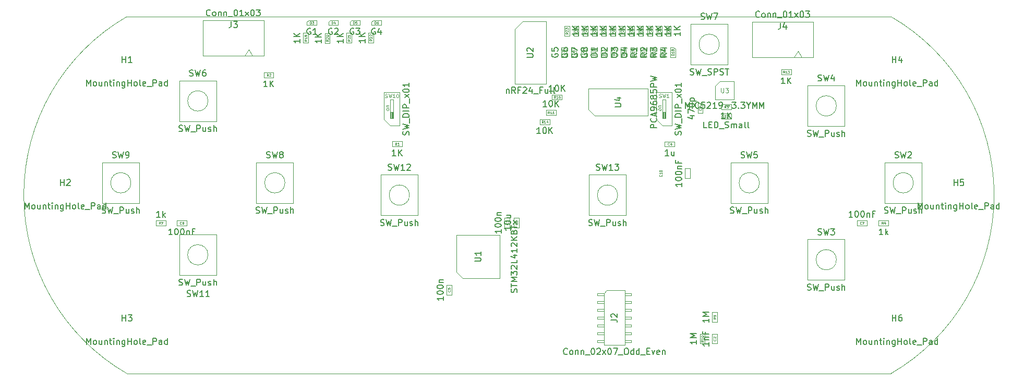
<source format=gbr>
%TF.GenerationSoftware,KiCad,Pcbnew,7.0.5-7.0.5~ubuntu20.04.1*%
%TF.CreationDate,2023-06-19T07:22:00+00:00*%
%TF.ProjectId,Controler_NRF24L01_Exclude_v3,436f6e74-726f-46c6-9572-5f4e52463234,rev?*%
%TF.SameCoordinates,Original*%
%TF.FileFunction,AssemblyDrawing,Top*%
%FSLAX45Y45*%
G04 Gerber Fmt 4.5, Leading zero omitted, Abs format (unit mm)*
G04 Created by KiCad (PCBNEW 7.0.5-7.0.5~ubuntu20.04.1) date 2023-06-19 07:22:00*
%MOMM*%
%LPD*%
G01*
G04 APERTURE LIST*
%TA.AperFunction,Profile*%
%ADD10C,0.050000*%
%TD*%
%TA.AperFunction,Profile*%
%ADD11C,0.100000*%
%TD*%
%ADD12C,0.150000*%
%ADD13C,0.060000*%
%ADD14C,0.090000*%
%ADD15C,0.110000*%
%ADD16C,0.100000*%
G04 APERTURE END LIST*
D10*
X20569000Y-12290000D02*
G75*
G03*
X20569000Y-6490000I-1674316J2900000D01*
G01*
D11*
X8169000Y-6490000D02*
X20569000Y-6490000D01*
X8169000Y-12290000D02*
X20569000Y-12290000D01*
D10*
X8169000Y-6490000D02*
G75*
G03*
X8169000Y-12290000I1674316J-2900000D01*
G01*
D12*
X16608982Y-7086667D02*
X16561363Y-7120000D01*
X16608982Y-7143809D02*
X16508982Y-7143809D01*
X16508982Y-7143809D02*
X16508982Y-7105714D01*
X16508982Y-7105714D02*
X16513744Y-7096190D01*
X16513744Y-7096190D02*
X16518506Y-7091428D01*
X16518506Y-7091428D02*
X16528029Y-7086667D01*
X16528029Y-7086667D02*
X16542315Y-7086667D01*
X16542315Y-7086667D02*
X16551839Y-7091428D01*
X16551839Y-7091428D02*
X16556601Y-7096190D01*
X16556601Y-7096190D02*
X16561363Y-7105714D01*
X16561363Y-7105714D02*
X16561363Y-7143809D01*
X16518506Y-7048571D02*
X16513744Y-7043809D01*
X16513744Y-7043809D02*
X16508982Y-7034286D01*
X16508982Y-7034286D02*
X16508982Y-7010476D01*
X16508982Y-7010476D02*
X16513744Y-7000952D01*
X16513744Y-7000952D02*
X16518506Y-6996190D01*
X16518506Y-6996190D02*
X16528029Y-6991428D01*
X16528029Y-6991428D02*
X16537553Y-6991428D01*
X16537553Y-6991428D02*
X16551839Y-6996190D01*
X16551839Y-6996190D02*
X16608982Y-7053333D01*
X16608982Y-7053333D02*
X16608982Y-6991428D01*
D13*
X16724693Y-7118571D02*
X16684693Y-7118571D01*
X16684693Y-7118571D02*
X16684693Y-7109047D01*
X16684693Y-7109047D02*
X16686597Y-7103333D01*
X16686597Y-7103333D02*
X16690407Y-7099524D01*
X16690407Y-7099524D02*
X16694216Y-7097619D01*
X16694216Y-7097619D02*
X16701836Y-7095714D01*
X16701836Y-7095714D02*
X16707550Y-7095714D01*
X16707550Y-7095714D02*
X16715169Y-7097619D01*
X16715169Y-7097619D02*
X16718978Y-7099524D01*
X16718978Y-7099524D02*
X16722788Y-7103333D01*
X16722788Y-7103333D02*
X16724693Y-7109047D01*
X16724693Y-7109047D02*
X16724693Y-7118571D01*
X16724693Y-7057619D02*
X16724693Y-7080476D01*
X16724693Y-7069047D02*
X16684693Y-7069047D01*
X16684693Y-7069047D02*
X16690407Y-7072857D01*
X16690407Y-7072857D02*
X16694216Y-7076667D01*
X16694216Y-7076667D02*
X16696121Y-7080476D01*
X16684693Y-7023333D02*
X16684693Y-7030952D01*
X16684693Y-7030952D02*
X16686597Y-7034762D01*
X16686597Y-7034762D02*
X16688502Y-7036667D01*
X16688502Y-7036667D02*
X16694216Y-7040476D01*
X16694216Y-7040476D02*
X16701836Y-7042381D01*
X16701836Y-7042381D02*
X16717074Y-7042381D01*
X16717074Y-7042381D02*
X16720883Y-7040476D01*
X16720883Y-7040476D02*
X16722788Y-7038571D01*
X16722788Y-7038571D02*
X16724693Y-7034762D01*
X16724693Y-7034762D02*
X16724693Y-7027143D01*
X16724693Y-7027143D02*
X16722788Y-7023333D01*
X16722788Y-7023333D02*
X16720883Y-7021428D01*
X16720883Y-7021428D02*
X16717074Y-7019524D01*
X16717074Y-7019524D02*
X16707550Y-7019524D01*
X16707550Y-7019524D02*
X16703740Y-7021428D01*
X16703740Y-7021428D02*
X16701836Y-7023333D01*
X16701836Y-7023333D02*
X16699931Y-7027143D01*
X16699931Y-7027143D02*
X16699931Y-7034762D01*
X16699931Y-7034762D02*
X16701836Y-7038571D01*
X16701836Y-7038571D02*
X16703740Y-7040476D01*
X16703740Y-7040476D02*
X16707550Y-7042381D01*
D12*
X17580714Y-8298482D02*
X17533095Y-8298482D01*
X17533095Y-8298482D02*
X17533095Y-8198482D01*
X17614048Y-8246101D02*
X17647381Y-8246101D01*
X17661667Y-8298482D02*
X17614048Y-8298482D01*
X17614048Y-8298482D02*
X17614048Y-8198482D01*
X17614048Y-8198482D02*
X17661667Y-8198482D01*
X17704524Y-8298482D02*
X17704524Y-8198482D01*
X17704524Y-8198482D02*
X17728333Y-8198482D01*
X17728333Y-8198482D02*
X17742619Y-8203244D01*
X17742619Y-8203244D02*
X17752143Y-8212768D01*
X17752143Y-8212768D02*
X17756905Y-8222291D01*
X17756905Y-8222291D02*
X17761667Y-8241339D01*
X17761667Y-8241339D02*
X17761667Y-8255625D01*
X17761667Y-8255625D02*
X17756905Y-8274672D01*
X17756905Y-8274672D02*
X17752143Y-8284196D01*
X17752143Y-8284196D02*
X17742619Y-8293720D01*
X17742619Y-8293720D02*
X17728333Y-8298482D01*
X17728333Y-8298482D02*
X17704524Y-8298482D01*
X17780714Y-8308006D02*
X17856905Y-8308006D01*
X17875952Y-8293720D02*
X17890238Y-8298482D01*
X17890238Y-8298482D02*
X17914048Y-8298482D01*
X17914048Y-8298482D02*
X17923571Y-8293720D01*
X17923571Y-8293720D02*
X17928333Y-8288958D01*
X17928333Y-8288958D02*
X17933095Y-8279434D01*
X17933095Y-8279434D02*
X17933095Y-8269910D01*
X17933095Y-8269910D02*
X17928333Y-8260387D01*
X17928333Y-8260387D02*
X17923571Y-8255625D01*
X17923571Y-8255625D02*
X17914048Y-8250863D01*
X17914048Y-8250863D02*
X17895000Y-8246101D01*
X17895000Y-8246101D02*
X17885476Y-8241339D01*
X17885476Y-8241339D02*
X17880714Y-8236577D01*
X17880714Y-8236577D02*
X17875952Y-8227053D01*
X17875952Y-8227053D02*
X17875952Y-8217529D01*
X17875952Y-8217529D02*
X17880714Y-8208006D01*
X17880714Y-8208006D02*
X17885476Y-8203244D01*
X17885476Y-8203244D02*
X17895000Y-8198482D01*
X17895000Y-8198482D02*
X17918810Y-8198482D01*
X17918810Y-8198482D02*
X17933095Y-8203244D01*
X17975952Y-8298482D02*
X17975952Y-8231815D01*
X17975952Y-8241339D02*
X17980714Y-8236577D01*
X17980714Y-8236577D02*
X17990238Y-8231815D01*
X17990238Y-8231815D02*
X18004524Y-8231815D01*
X18004524Y-8231815D02*
X18014048Y-8236577D01*
X18014048Y-8236577D02*
X18018810Y-8246101D01*
X18018810Y-8246101D02*
X18018810Y-8298482D01*
X18018810Y-8246101D02*
X18023571Y-8236577D01*
X18023571Y-8236577D02*
X18033095Y-8231815D01*
X18033095Y-8231815D02*
X18047381Y-8231815D01*
X18047381Y-8231815D02*
X18056905Y-8236577D01*
X18056905Y-8236577D02*
X18061667Y-8246101D01*
X18061667Y-8246101D02*
X18061667Y-8298482D01*
X18152143Y-8298482D02*
X18152143Y-8246101D01*
X18152143Y-8246101D02*
X18147381Y-8236577D01*
X18147381Y-8236577D02*
X18137857Y-8231815D01*
X18137857Y-8231815D02*
X18118810Y-8231815D01*
X18118810Y-8231815D02*
X18109286Y-8236577D01*
X18152143Y-8293720D02*
X18142619Y-8298482D01*
X18142619Y-8298482D02*
X18118810Y-8298482D01*
X18118810Y-8298482D02*
X18109286Y-8293720D01*
X18109286Y-8293720D02*
X18104524Y-8284196D01*
X18104524Y-8284196D02*
X18104524Y-8274672D01*
X18104524Y-8274672D02*
X18109286Y-8265148D01*
X18109286Y-8265148D02*
X18118810Y-8260387D01*
X18118810Y-8260387D02*
X18142619Y-8260387D01*
X18142619Y-8260387D02*
X18152143Y-8255625D01*
X18214048Y-8298482D02*
X18204524Y-8293720D01*
X18204524Y-8293720D02*
X18199762Y-8284196D01*
X18199762Y-8284196D02*
X18199762Y-8198482D01*
X18266429Y-8298482D02*
X18256905Y-8293720D01*
X18256905Y-8293720D02*
X18252143Y-8284196D01*
X18252143Y-8284196D02*
X18252143Y-8198482D01*
D13*
X17865476Y-8128193D02*
X17865476Y-8088193D01*
X17865476Y-8088193D02*
X17875000Y-8088193D01*
X17875000Y-8088193D02*
X17880714Y-8090097D01*
X17880714Y-8090097D02*
X17884524Y-8093907D01*
X17884524Y-8093907D02*
X17886429Y-8097716D01*
X17886429Y-8097716D02*
X17888333Y-8105336D01*
X17888333Y-8105336D02*
X17888333Y-8111050D01*
X17888333Y-8111050D02*
X17886429Y-8118669D01*
X17886429Y-8118669D02*
X17884524Y-8122478D01*
X17884524Y-8122478D02*
X17880714Y-8126288D01*
X17880714Y-8126288D02*
X17875000Y-8128193D01*
X17875000Y-8128193D02*
X17865476Y-8128193D01*
X17903571Y-8092002D02*
X17905476Y-8090097D01*
X17905476Y-8090097D02*
X17909286Y-8088193D01*
X17909286Y-8088193D02*
X17918810Y-8088193D01*
X17918810Y-8088193D02*
X17922619Y-8090097D01*
X17922619Y-8090097D02*
X17924524Y-8092002D01*
X17924524Y-8092002D02*
X17926429Y-8095812D01*
X17926429Y-8095812D02*
X17926429Y-8099621D01*
X17926429Y-8099621D02*
X17924524Y-8105336D01*
X17924524Y-8105336D02*
X17901667Y-8128193D01*
X17901667Y-8128193D02*
X17926429Y-8128193D01*
D12*
X15388744Y-7093928D02*
X15383982Y-7103452D01*
X15383982Y-7103452D02*
X15383982Y-7117738D01*
X15383982Y-7117738D02*
X15388744Y-7132024D01*
X15388744Y-7132024D02*
X15398268Y-7141547D01*
X15398268Y-7141547D02*
X15407791Y-7146309D01*
X15407791Y-7146309D02*
X15426839Y-7151071D01*
X15426839Y-7151071D02*
X15441125Y-7151071D01*
X15441125Y-7151071D02*
X15460172Y-7146309D01*
X15460172Y-7146309D02*
X15469696Y-7141547D01*
X15469696Y-7141547D02*
X15479220Y-7132024D01*
X15479220Y-7132024D02*
X15483982Y-7117738D01*
X15483982Y-7117738D02*
X15483982Y-7108214D01*
X15483982Y-7108214D02*
X15479220Y-7093928D01*
X15479220Y-7093928D02*
X15474458Y-7089167D01*
X15474458Y-7089167D02*
X15441125Y-7089167D01*
X15441125Y-7089167D02*
X15441125Y-7108214D01*
X15383982Y-7055833D02*
X15383982Y-6989167D01*
X15383982Y-6989167D02*
X15483982Y-7032024D01*
D13*
X15599693Y-7102024D02*
X15559693Y-7102024D01*
X15559693Y-7102024D02*
X15559693Y-7092500D01*
X15559693Y-7092500D02*
X15561597Y-7086786D01*
X15561597Y-7086786D02*
X15565407Y-7082976D01*
X15565407Y-7082976D02*
X15569216Y-7081071D01*
X15569216Y-7081071D02*
X15576836Y-7079167D01*
X15576836Y-7079167D02*
X15582550Y-7079167D01*
X15582550Y-7079167D02*
X15590169Y-7081071D01*
X15590169Y-7081071D02*
X15593978Y-7082976D01*
X15593978Y-7082976D02*
X15597788Y-7086786D01*
X15597788Y-7086786D02*
X15599693Y-7092500D01*
X15599693Y-7092500D02*
X15599693Y-7102024D01*
X15599693Y-7060119D02*
X15599693Y-7052500D01*
X15599693Y-7052500D02*
X15597788Y-7048690D01*
X15597788Y-7048690D02*
X15595883Y-7046786D01*
X15595883Y-7046786D02*
X15590169Y-7042976D01*
X15590169Y-7042976D02*
X15582550Y-7041071D01*
X15582550Y-7041071D02*
X15567312Y-7041071D01*
X15567312Y-7041071D02*
X15563502Y-7042976D01*
X15563502Y-7042976D02*
X15561597Y-7044881D01*
X15561597Y-7044881D02*
X15559693Y-7048690D01*
X15559693Y-7048690D02*
X15559693Y-7056309D01*
X15559693Y-7056309D02*
X15561597Y-7060119D01*
X15561597Y-7060119D02*
X15563502Y-7062024D01*
X15563502Y-7062024D02*
X15567312Y-7063928D01*
X15567312Y-7063928D02*
X15576836Y-7063928D01*
X15576836Y-7063928D02*
X15580645Y-7062024D01*
X15580645Y-7062024D02*
X15582550Y-7060119D01*
X15582550Y-7060119D02*
X15584455Y-7056309D01*
X15584455Y-7056309D02*
X15584455Y-7048690D01*
X15584455Y-7048690D02*
X15582550Y-7044881D01*
X15582550Y-7044881D02*
X15580645Y-7042976D01*
X15580645Y-7042976D02*
X15576836Y-7041071D01*
D12*
X17873571Y-8146082D02*
X17816429Y-8146082D01*
X17845000Y-8146082D02*
X17845000Y-8046082D01*
X17845000Y-8046082D02*
X17835476Y-8060368D01*
X17835476Y-8060368D02*
X17825952Y-8069891D01*
X17825952Y-8069891D02*
X17816429Y-8074653D01*
X17916429Y-8146082D02*
X17916429Y-8046082D01*
X17973571Y-8146082D02*
X17930714Y-8088939D01*
X17973571Y-8046082D02*
X17916429Y-8103225D01*
D13*
X17888333Y-7975793D02*
X17875000Y-7956745D01*
X17865476Y-7975793D02*
X17865476Y-7935793D01*
X17865476Y-7935793D02*
X17880714Y-7935793D01*
X17880714Y-7935793D02*
X17884524Y-7937697D01*
X17884524Y-7937697D02*
X17886429Y-7939602D01*
X17886429Y-7939602D02*
X17888333Y-7943412D01*
X17888333Y-7943412D02*
X17888333Y-7949126D01*
X17888333Y-7949126D02*
X17886429Y-7952936D01*
X17886429Y-7952936D02*
X17884524Y-7954840D01*
X17884524Y-7954840D02*
X17880714Y-7956745D01*
X17880714Y-7956745D02*
X17865476Y-7956745D01*
X17901667Y-7935793D02*
X17926429Y-7935793D01*
X17926429Y-7935793D02*
X17913095Y-7951031D01*
X17913095Y-7951031D02*
X17918810Y-7951031D01*
X17918810Y-7951031D02*
X17922619Y-7952936D01*
X17922619Y-7952936D02*
X17924524Y-7954840D01*
X17924524Y-7954840D02*
X17926429Y-7958650D01*
X17926429Y-7958650D02*
X17926429Y-7968174D01*
X17926429Y-7968174D02*
X17924524Y-7971983D01*
X17924524Y-7971983D02*
X17922619Y-7973888D01*
X17922619Y-7973888D02*
X17918810Y-7975793D01*
X17918810Y-7975793D02*
X17907381Y-7975793D01*
X17907381Y-7975793D02*
X17903571Y-7973888D01*
X17903571Y-7973888D02*
X17901667Y-7971983D01*
D12*
X12742720Y-8411429D02*
X12747482Y-8397143D01*
X12747482Y-8397143D02*
X12747482Y-8373333D01*
X12747482Y-8373333D02*
X12742720Y-8363809D01*
X12742720Y-8363809D02*
X12737958Y-8359048D01*
X12737958Y-8359048D02*
X12728434Y-8354286D01*
X12728434Y-8354286D02*
X12718910Y-8354286D01*
X12718910Y-8354286D02*
X12709387Y-8359048D01*
X12709387Y-8359048D02*
X12704625Y-8363809D01*
X12704625Y-8363809D02*
X12699863Y-8373333D01*
X12699863Y-8373333D02*
X12695101Y-8392381D01*
X12695101Y-8392381D02*
X12690339Y-8401905D01*
X12690339Y-8401905D02*
X12685577Y-8406667D01*
X12685577Y-8406667D02*
X12676053Y-8411429D01*
X12676053Y-8411429D02*
X12666529Y-8411429D01*
X12666529Y-8411429D02*
X12657006Y-8406667D01*
X12657006Y-8406667D02*
X12652244Y-8401905D01*
X12652244Y-8401905D02*
X12647482Y-8392381D01*
X12647482Y-8392381D02*
X12647482Y-8368571D01*
X12647482Y-8368571D02*
X12652244Y-8354286D01*
X12647482Y-8320952D02*
X12747482Y-8297143D01*
X12747482Y-8297143D02*
X12676053Y-8278095D01*
X12676053Y-8278095D02*
X12747482Y-8259048D01*
X12747482Y-8259048D02*
X12647482Y-8235238D01*
X12757006Y-8220952D02*
X12757006Y-8144762D01*
X12747482Y-8120952D02*
X12647482Y-8120952D01*
X12647482Y-8120952D02*
X12647482Y-8097143D01*
X12647482Y-8097143D02*
X12652244Y-8082857D01*
X12652244Y-8082857D02*
X12661768Y-8073333D01*
X12661768Y-8073333D02*
X12671291Y-8068571D01*
X12671291Y-8068571D02*
X12690339Y-8063809D01*
X12690339Y-8063809D02*
X12704625Y-8063809D01*
X12704625Y-8063809D02*
X12723672Y-8068571D01*
X12723672Y-8068571D02*
X12733196Y-8073333D01*
X12733196Y-8073333D02*
X12742720Y-8082857D01*
X12742720Y-8082857D02*
X12747482Y-8097143D01*
X12747482Y-8097143D02*
X12747482Y-8120952D01*
X12747482Y-8020952D02*
X12647482Y-8020952D01*
X12747482Y-7973333D02*
X12647482Y-7973333D01*
X12647482Y-7973333D02*
X12647482Y-7935238D01*
X12647482Y-7935238D02*
X12652244Y-7925714D01*
X12652244Y-7925714D02*
X12657006Y-7920952D01*
X12657006Y-7920952D02*
X12666529Y-7916190D01*
X12666529Y-7916190D02*
X12680815Y-7916190D01*
X12680815Y-7916190D02*
X12690339Y-7920952D01*
X12690339Y-7920952D02*
X12695101Y-7925714D01*
X12695101Y-7925714D02*
X12699863Y-7935238D01*
X12699863Y-7935238D02*
X12699863Y-7973333D01*
X12757006Y-7897143D02*
X12757006Y-7820952D01*
X12747482Y-7806667D02*
X12680815Y-7754286D01*
X12680815Y-7806667D02*
X12747482Y-7754286D01*
X12647482Y-7697143D02*
X12647482Y-7687619D01*
X12647482Y-7687619D02*
X12652244Y-7678095D01*
X12652244Y-7678095D02*
X12657006Y-7673333D01*
X12657006Y-7673333D02*
X12666529Y-7668571D01*
X12666529Y-7668571D02*
X12685577Y-7663809D01*
X12685577Y-7663809D02*
X12709387Y-7663809D01*
X12709387Y-7663809D02*
X12728434Y-7668571D01*
X12728434Y-7668571D02*
X12737958Y-7673333D01*
X12737958Y-7673333D02*
X12742720Y-7678095D01*
X12742720Y-7678095D02*
X12747482Y-7687619D01*
X12747482Y-7687619D02*
X12747482Y-7697143D01*
X12747482Y-7697143D02*
X12742720Y-7706667D01*
X12742720Y-7706667D02*
X12737958Y-7711428D01*
X12737958Y-7711428D02*
X12728434Y-7716190D01*
X12728434Y-7716190D02*
X12709387Y-7720952D01*
X12709387Y-7720952D02*
X12685577Y-7720952D01*
X12685577Y-7720952D02*
X12666529Y-7716190D01*
X12666529Y-7716190D02*
X12657006Y-7711428D01*
X12657006Y-7711428D02*
X12652244Y-7706667D01*
X12652244Y-7706667D02*
X12647482Y-7697143D01*
X12747482Y-7568571D02*
X12747482Y-7625714D01*
X12747482Y-7597143D02*
X12647482Y-7597143D01*
X12647482Y-7597143D02*
X12661768Y-7606667D01*
X12661768Y-7606667D02*
X12671291Y-7616190D01*
X12671291Y-7616190D02*
X12676053Y-7625714D01*
D14*
X12360428Y-7804432D02*
X12369000Y-7807289D01*
X12369000Y-7807289D02*
X12383286Y-7807289D01*
X12383286Y-7807289D02*
X12389000Y-7804432D01*
X12389000Y-7804432D02*
X12391857Y-7801575D01*
X12391857Y-7801575D02*
X12394714Y-7795860D01*
X12394714Y-7795860D02*
X12394714Y-7790146D01*
X12394714Y-7790146D02*
X12391857Y-7784432D01*
X12391857Y-7784432D02*
X12389000Y-7781575D01*
X12389000Y-7781575D02*
X12383286Y-7778718D01*
X12383286Y-7778718D02*
X12371857Y-7775860D01*
X12371857Y-7775860D02*
X12366143Y-7773003D01*
X12366143Y-7773003D02*
X12363286Y-7770146D01*
X12363286Y-7770146D02*
X12360428Y-7764432D01*
X12360428Y-7764432D02*
X12360428Y-7758718D01*
X12360428Y-7758718D02*
X12363286Y-7753003D01*
X12363286Y-7753003D02*
X12366143Y-7750146D01*
X12366143Y-7750146D02*
X12371857Y-7747289D01*
X12371857Y-7747289D02*
X12386143Y-7747289D01*
X12386143Y-7747289D02*
X12394714Y-7750146D01*
X12414714Y-7747289D02*
X12429000Y-7807289D01*
X12429000Y-7807289D02*
X12440429Y-7764432D01*
X12440429Y-7764432D02*
X12451857Y-7807289D01*
X12451857Y-7807289D02*
X12466143Y-7747289D01*
X12520428Y-7807289D02*
X12486143Y-7807289D01*
X12503286Y-7807289D02*
X12503286Y-7747289D01*
X12503286Y-7747289D02*
X12497571Y-7755860D01*
X12497571Y-7755860D02*
X12491857Y-7761575D01*
X12491857Y-7761575D02*
X12486143Y-7764432D01*
X12557571Y-7747289D02*
X12563286Y-7747289D01*
X12563286Y-7747289D02*
X12569000Y-7750146D01*
X12569000Y-7750146D02*
X12571857Y-7753003D01*
X12571857Y-7753003D02*
X12574714Y-7758718D01*
X12574714Y-7758718D02*
X12577571Y-7770146D01*
X12577571Y-7770146D02*
X12577571Y-7784432D01*
X12577571Y-7784432D02*
X12574714Y-7795860D01*
X12574714Y-7795860D02*
X12571857Y-7801575D01*
X12571857Y-7801575D02*
X12569000Y-7804432D01*
X12569000Y-7804432D02*
X12563286Y-7807289D01*
X12563286Y-7807289D02*
X12557571Y-7807289D01*
X12557571Y-7807289D02*
X12551857Y-7804432D01*
X12551857Y-7804432D02*
X12549000Y-7801575D01*
X12549000Y-7801575D02*
X12546143Y-7795860D01*
X12546143Y-7795860D02*
X12543286Y-7784432D01*
X12543286Y-7784432D02*
X12543286Y-7770146D01*
X12543286Y-7770146D02*
X12546143Y-7758718D01*
X12546143Y-7758718D02*
X12549000Y-7753003D01*
X12549000Y-7753003D02*
X12551857Y-7750146D01*
X12551857Y-7750146D02*
X12557571Y-7747289D01*
X12420289Y-8001928D02*
X12417432Y-8007643D01*
X12417432Y-8007643D02*
X12414575Y-8010500D01*
X12414575Y-8010500D02*
X12408860Y-8013357D01*
X12408860Y-8013357D02*
X12391718Y-8013357D01*
X12391718Y-8013357D02*
X12386003Y-8010500D01*
X12386003Y-8010500D02*
X12383146Y-8007643D01*
X12383146Y-8007643D02*
X12380289Y-8001928D01*
X12380289Y-8001928D02*
X12380289Y-7993357D01*
X12380289Y-7993357D02*
X12383146Y-7987643D01*
X12383146Y-7987643D02*
X12386003Y-7984786D01*
X12386003Y-7984786D02*
X12391718Y-7981928D01*
X12391718Y-7981928D02*
X12408860Y-7981928D01*
X12408860Y-7981928D02*
X12414575Y-7984786D01*
X12414575Y-7984786D02*
X12417432Y-7987643D01*
X12417432Y-7987643D02*
X12420289Y-7993357D01*
X12420289Y-7993357D02*
X12420289Y-8001928D01*
X12380289Y-7956214D02*
X12420289Y-7956214D01*
X12386003Y-7956214D02*
X12383146Y-7953357D01*
X12383146Y-7953357D02*
X12380289Y-7947643D01*
X12380289Y-7947643D02*
X12380289Y-7939071D01*
X12380289Y-7939071D02*
X12383146Y-7933357D01*
X12383146Y-7933357D02*
X12388860Y-7930500D01*
X12388860Y-7930500D02*
X12420289Y-7930500D01*
D12*
X16768982Y-7086667D02*
X16721363Y-7120000D01*
X16768982Y-7143809D02*
X16668982Y-7143809D01*
X16668982Y-7143809D02*
X16668982Y-7105714D01*
X16668982Y-7105714D02*
X16673744Y-7096190D01*
X16673744Y-7096190D02*
X16678506Y-7091428D01*
X16678506Y-7091428D02*
X16688029Y-7086667D01*
X16688029Y-7086667D02*
X16702315Y-7086667D01*
X16702315Y-7086667D02*
X16711839Y-7091428D01*
X16711839Y-7091428D02*
X16716601Y-7096190D01*
X16716601Y-7096190D02*
X16721363Y-7105714D01*
X16721363Y-7105714D02*
X16721363Y-7143809D01*
X16668982Y-7053333D02*
X16668982Y-6991428D01*
X16668982Y-6991428D02*
X16707077Y-7024762D01*
X16707077Y-7024762D02*
X16707077Y-7010476D01*
X16707077Y-7010476D02*
X16711839Y-7000952D01*
X16711839Y-7000952D02*
X16716601Y-6996190D01*
X16716601Y-6996190D02*
X16726125Y-6991428D01*
X16726125Y-6991428D02*
X16749934Y-6991428D01*
X16749934Y-6991428D02*
X16759458Y-6996190D01*
X16759458Y-6996190D02*
X16764220Y-7000952D01*
X16764220Y-7000952D02*
X16768982Y-7010476D01*
X16768982Y-7010476D02*
X16768982Y-7039047D01*
X16768982Y-7039047D02*
X16764220Y-7048571D01*
X16764220Y-7048571D02*
X16759458Y-7053333D01*
D13*
X16884693Y-7118571D02*
X16844693Y-7118571D01*
X16844693Y-7118571D02*
X16844693Y-7109047D01*
X16844693Y-7109047D02*
X16846598Y-7103333D01*
X16846598Y-7103333D02*
X16850407Y-7099524D01*
X16850407Y-7099524D02*
X16854217Y-7097619D01*
X16854217Y-7097619D02*
X16861836Y-7095714D01*
X16861836Y-7095714D02*
X16867550Y-7095714D01*
X16867550Y-7095714D02*
X16875169Y-7097619D01*
X16875169Y-7097619D02*
X16878978Y-7099524D01*
X16878978Y-7099524D02*
X16882788Y-7103333D01*
X16882788Y-7103333D02*
X16884693Y-7109047D01*
X16884693Y-7109047D02*
X16884693Y-7118571D01*
X16884693Y-7057619D02*
X16884693Y-7080476D01*
X16884693Y-7069047D02*
X16844693Y-7069047D01*
X16844693Y-7069047D02*
X16850407Y-7072857D01*
X16850407Y-7072857D02*
X16854217Y-7076667D01*
X16854217Y-7076667D02*
X16856121Y-7080476D01*
X16844693Y-7044286D02*
X16844693Y-7017619D01*
X16844693Y-7017619D02*
X16884693Y-7034762D01*
D12*
X16997482Y-6742678D02*
X16997482Y-6799821D01*
X16997482Y-6771250D02*
X16897482Y-6771250D01*
X16897482Y-6771250D02*
X16911768Y-6780774D01*
X16911768Y-6780774D02*
X16921291Y-6790297D01*
X16921291Y-6790297D02*
X16926053Y-6799821D01*
X16997482Y-6699821D02*
X16897482Y-6699821D01*
X16997482Y-6642678D02*
X16940339Y-6685536D01*
X16897482Y-6642678D02*
X16954625Y-6699821D01*
D13*
X16827193Y-6746964D02*
X16808145Y-6760297D01*
X16827193Y-6769821D02*
X16787193Y-6769821D01*
X16787193Y-6769821D02*
X16787193Y-6754583D01*
X16787193Y-6754583D02*
X16789098Y-6750774D01*
X16789098Y-6750774D02*
X16791002Y-6748869D01*
X16791002Y-6748869D02*
X16794812Y-6746964D01*
X16794812Y-6746964D02*
X16800526Y-6746964D01*
X16800526Y-6746964D02*
X16804336Y-6748869D01*
X16804336Y-6748869D02*
X16806240Y-6750774D01*
X16806240Y-6750774D02*
X16808145Y-6754583D01*
X16808145Y-6754583D02*
X16808145Y-6769821D01*
X16787193Y-6733631D02*
X16787193Y-6708869D01*
X16787193Y-6708869D02*
X16802431Y-6722202D01*
X16802431Y-6722202D02*
X16802431Y-6716488D01*
X16802431Y-6716488D02*
X16804336Y-6712678D01*
X16804336Y-6712678D02*
X16806240Y-6710774D01*
X16806240Y-6710774D02*
X16810050Y-6708869D01*
X16810050Y-6708869D02*
X16819574Y-6708869D01*
X16819574Y-6708869D02*
X16823383Y-6710774D01*
X16823383Y-6710774D02*
X16825288Y-6712678D01*
X16825288Y-6712678D02*
X16827193Y-6716488D01*
X16827193Y-6716488D02*
X16827193Y-6727917D01*
X16827193Y-6727917D02*
X16825288Y-6731726D01*
X16825288Y-6731726D02*
X16823383Y-6733631D01*
X16787193Y-6695536D02*
X16787193Y-6670774D01*
X16787193Y-6670774D02*
X16802431Y-6684107D01*
X16802431Y-6684107D02*
X16802431Y-6678393D01*
X16802431Y-6678393D02*
X16804336Y-6674583D01*
X16804336Y-6674583D02*
X16806240Y-6672678D01*
X16806240Y-6672678D02*
X16810050Y-6670774D01*
X16810050Y-6670774D02*
X16819574Y-6670774D01*
X16819574Y-6670774D02*
X16823383Y-6672678D01*
X16823383Y-6672678D02*
X16825288Y-6674583D01*
X16825288Y-6674583D02*
X16827193Y-6678393D01*
X16827193Y-6678393D02*
X16827193Y-6689821D01*
X16827193Y-6689821D02*
X16825288Y-6693631D01*
X16825288Y-6693631D02*
X16823383Y-6695536D01*
D12*
X16028982Y-7127143D02*
X16028982Y-7108095D01*
X16028982Y-7108095D02*
X16033744Y-7098571D01*
X16033744Y-7098571D02*
X16043268Y-7089048D01*
X16043268Y-7089048D02*
X16062315Y-7084286D01*
X16062315Y-7084286D02*
X16095648Y-7084286D01*
X16095648Y-7084286D02*
X16114696Y-7089048D01*
X16114696Y-7089048D02*
X16124220Y-7098571D01*
X16124220Y-7098571D02*
X16128982Y-7108095D01*
X16128982Y-7108095D02*
X16128982Y-7127143D01*
X16128982Y-7127143D02*
X16124220Y-7136667D01*
X16124220Y-7136667D02*
X16114696Y-7146190D01*
X16114696Y-7146190D02*
X16095648Y-7150952D01*
X16095648Y-7150952D02*
X16062315Y-7150952D01*
X16062315Y-7150952D02*
X16043268Y-7146190D01*
X16043268Y-7146190D02*
X16033744Y-7136667D01*
X16033744Y-7136667D02*
X16028982Y-7127143D01*
X16028982Y-7050952D02*
X16028982Y-6989048D01*
X16028982Y-6989048D02*
X16067077Y-7022381D01*
X16067077Y-7022381D02*
X16067077Y-7008095D01*
X16067077Y-7008095D02*
X16071839Y-6998571D01*
X16071839Y-6998571D02*
X16076601Y-6993809D01*
X16076601Y-6993809D02*
X16086125Y-6989048D01*
X16086125Y-6989048D02*
X16109934Y-6989048D01*
X16109934Y-6989048D02*
X16119458Y-6993809D01*
X16119458Y-6993809D02*
X16124220Y-6998571D01*
X16124220Y-6998571D02*
X16128982Y-7008095D01*
X16128982Y-7008095D02*
X16128982Y-7036667D01*
X16128982Y-7036667D02*
X16124220Y-7046190D01*
X16124220Y-7046190D02*
X16119458Y-7050952D01*
D13*
X16244693Y-7118571D02*
X16204693Y-7118571D01*
X16204693Y-7118571D02*
X16204693Y-7109047D01*
X16204693Y-7109047D02*
X16206597Y-7103333D01*
X16206597Y-7103333D02*
X16210407Y-7099524D01*
X16210407Y-7099524D02*
X16214216Y-7097619D01*
X16214216Y-7097619D02*
X16221836Y-7095714D01*
X16221836Y-7095714D02*
X16227550Y-7095714D01*
X16227550Y-7095714D02*
X16235169Y-7097619D01*
X16235169Y-7097619D02*
X16238978Y-7099524D01*
X16238978Y-7099524D02*
X16242788Y-7103333D01*
X16242788Y-7103333D02*
X16244693Y-7109047D01*
X16244693Y-7109047D02*
X16244693Y-7118571D01*
X16244693Y-7057619D02*
X16244693Y-7080476D01*
X16244693Y-7069047D02*
X16204693Y-7069047D01*
X16204693Y-7069047D02*
X16210407Y-7072857D01*
X16210407Y-7072857D02*
X16214216Y-7076667D01*
X16214216Y-7076667D02*
X16216121Y-7080476D01*
X16204693Y-7044286D02*
X16204693Y-7019524D01*
X16204693Y-7019524D02*
X16219931Y-7032857D01*
X16219931Y-7032857D02*
X16219931Y-7027143D01*
X16219931Y-7027143D02*
X16221836Y-7023333D01*
X16221836Y-7023333D02*
X16223740Y-7021428D01*
X16223740Y-7021428D02*
X16227550Y-7019524D01*
X16227550Y-7019524D02*
X16237074Y-7019524D01*
X16237074Y-7019524D02*
X16240883Y-7021428D01*
X16240883Y-7021428D02*
X16242788Y-7023333D01*
X16242788Y-7023333D02*
X16244693Y-7027143D01*
X16244693Y-7027143D02*
X16244693Y-7038571D01*
X16244693Y-7038571D02*
X16242788Y-7042381D01*
X16242788Y-7042381D02*
X16240883Y-7044286D01*
D12*
X14980952Y-7952482D02*
X14923809Y-7952482D01*
X14952381Y-7952482D02*
X14952381Y-7852482D01*
X14952381Y-7852482D02*
X14942857Y-7866768D01*
X14942857Y-7866768D02*
X14933333Y-7876291D01*
X14933333Y-7876291D02*
X14923809Y-7881053D01*
X15042857Y-7852482D02*
X15052381Y-7852482D01*
X15052381Y-7852482D02*
X15061905Y-7857244D01*
X15061905Y-7857244D02*
X15066667Y-7862006D01*
X15066667Y-7862006D02*
X15071428Y-7871529D01*
X15071428Y-7871529D02*
X15076190Y-7890577D01*
X15076190Y-7890577D02*
X15076190Y-7914387D01*
X15076190Y-7914387D02*
X15071428Y-7933434D01*
X15071428Y-7933434D02*
X15066667Y-7942958D01*
X15066667Y-7942958D02*
X15061905Y-7947720D01*
X15061905Y-7947720D02*
X15052381Y-7952482D01*
X15052381Y-7952482D02*
X15042857Y-7952482D01*
X15042857Y-7952482D02*
X15033333Y-7947720D01*
X15033333Y-7947720D02*
X15028571Y-7942958D01*
X15028571Y-7942958D02*
X15023809Y-7933434D01*
X15023809Y-7933434D02*
X15019048Y-7914387D01*
X15019048Y-7914387D02*
X15019048Y-7890577D01*
X15019048Y-7890577D02*
X15023809Y-7871529D01*
X15023809Y-7871529D02*
X15028571Y-7862006D01*
X15028571Y-7862006D02*
X15033333Y-7857244D01*
X15033333Y-7857244D02*
X15042857Y-7852482D01*
X15119048Y-7952482D02*
X15119048Y-7852482D01*
X15176190Y-7952482D02*
X15133333Y-7895339D01*
X15176190Y-7852482D02*
X15119048Y-7909625D01*
D13*
X15024286Y-8068193D02*
X15010952Y-8049145D01*
X15001429Y-8068193D02*
X15001429Y-8028193D01*
X15001429Y-8028193D02*
X15016667Y-8028193D01*
X15016667Y-8028193D02*
X15020476Y-8030097D01*
X15020476Y-8030097D02*
X15022381Y-8032002D01*
X15022381Y-8032002D02*
X15024286Y-8035812D01*
X15024286Y-8035812D02*
X15024286Y-8041526D01*
X15024286Y-8041526D02*
X15022381Y-8045336D01*
X15022381Y-8045336D02*
X15020476Y-8047240D01*
X15020476Y-8047240D02*
X15016667Y-8049145D01*
X15016667Y-8049145D02*
X15001429Y-8049145D01*
X15062381Y-8068193D02*
X15039524Y-8068193D01*
X15050952Y-8068193D02*
X15050952Y-8028193D01*
X15050952Y-8028193D02*
X15047143Y-8033907D01*
X15047143Y-8033907D02*
X15043333Y-8037716D01*
X15043333Y-8037716D02*
X15039524Y-8039621D01*
X15100476Y-8068193D02*
X15077619Y-8068193D01*
X15089048Y-8068193D02*
X15089048Y-8028193D01*
X15089048Y-8028193D02*
X15085238Y-8033907D01*
X15085238Y-8033907D02*
X15081428Y-8037716D01*
X15081428Y-8037716D02*
X15077619Y-8039621D01*
D12*
X11497571Y-6683244D02*
X11488048Y-6678482D01*
X11488048Y-6678482D02*
X11473762Y-6678482D01*
X11473762Y-6678482D02*
X11459476Y-6683244D01*
X11459476Y-6683244D02*
X11449952Y-6692768D01*
X11449952Y-6692768D02*
X11445190Y-6702291D01*
X11445190Y-6702291D02*
X11440429Y-6721339D01*
X11440429Y-6721339D02*
X11440429Y-6735625D01*
X11440429Y-6735625D02*
X11445190Y-6754672D01*
X11445190Y-6754672D02*
X11449952Y-6764196D01*
X11449952Y-6764196D02*
X11459476Y-6773720D01*
X11459476Y-6773720D02*
X11473762Y-6778482D01*
X11473762Y-6778482D02*
X11483286Y-6778482D01*
X11483286Y-6778482D02*
X11497571Y-6773720D01*
X11497571Y-6773720D02*
X11502333Y-6768958D01*
X11502333Y-6768958D02*
X11502333Y-6735625D01*
X11502333Y-6735625D02*
X11483286Y-6735625D01*
X11540429Y-6688006D02*
X11545190Y-6683244D01*
X11545190Y-6683244D02*
X11554714Y-6678482D01*
X11554714Y-6678482D02*
X11578524Y-6678482D01*
X11578524Y-6678482D02*
X11588048Y-6683244D01*
X11588048Y-6683244D02*
X11592809Y-6688006D01*
X11592809Y-6688006D02*
X11597571Y-6697529D01*
X11597571Y-6697529D02*
X11597571Y-6707053D01*
X11597571Y-6707053D02*
X11592809Y-6721339D01*
X11592809Y-6721339D02*
X11535667Y-6778482D01*
X11535667Y-6778482D02*
X11597571Y-6778482D01*
D13*
X11489476Y-6608193D02*
X11489476Y-6568193D01*
X11489476Y-6568193D02*
X11499000Y-6568193D01*
X11499000Y-6568193D02*
X11504714Y-6570097D01*
X11504714Y-6570097D02*
X11508524Y-6573907D01*
X11508524Y-6573907D02*
X11510428Y-6577716D01*
X11510428Y-6577716D02*
X11512333Y-6585336D01*
X11512333Y-6585336D02*
X11512333Y-6591050D01*
X11512333Y-6591050D02*
X11510428Y-6598669D01*
X11510428Y-6598669D02*
X11508524Y-6602478D01*
X11508524Y-6602478D02*
X11504714Y-6606288D01*
X11504714Y-6606288D02*
X11499000Y-6608193D01*
X11499000Y-6608193D02*
X11489476Y-6608193D01*
X11546619Y-6581526D02*
X11546619Y-6608193D01*
X11537095Y-6566288D02*
X11527571Y-6594859D01*
X11527571Y-6594859D02*
X11552333Y-6594859D01*
D12*
X16961833Y-8748482D02*
X16904691Y-8748482D01*
X16933262Y-8748482D02*
X16933262Y-8648482D01*
X16933262Y-8648482D02*
X16923738Y-8662768D01*
X16923738Y-8662768D02*
X16914214Y-8672291D01*
X16914214Y-8672291D02*
X16904691Y-8677053D01*
X17047548Y-8681815D02*
X17047548Y-8748482D01*
X17004691Y-8681815D02*
X17004691Y-8734196D01*
X17004691Y-8734196D02*
X17009452Y-8743720D01*
X17009452Y-8743720D02*
X17018976Y-8748482D01*
X17018976Y-8748482D02*
X17033262Y-8748482D01*
X17033262Y-8748482D02*
X17042786Y-8743720D01*
X17042786Y-8743720D02*
X17047548Y-8738958D01*
D13*
X16971833Y-8574383D02*
X16969929Y-8576288D01*
X16969929Y-8576288D02*
X16964214Y-8578193D01*
X16964214Y-8578193D02*
X16960405Y-8578193D01*
X16960405Y-8578193D02*
X16954690Y-8576288D01*
X16954690Y-8576288D02*
X16950881Y-8572478D01*
X16950881Y-8572478D02*
X16948976Y-8568669D01*
X16948976Y-8568669D02*
X16947071Y-8561050D01*
X16947071Y-8561050D02*
X16947071Y-8555336D01*
X16947071Y-8555336D02*
X16948976Y-8547717D01*
X16948976Y-8547717D02*
X16950881Y-8543907D01*
X16950881Y-8543907D02*
X16954690Y-8540098D01*
X16954690Y-8540098D02*
X16960405Y-8538193D01*
X16960405Y-8538193D02*
X16964214Y-8538193D01*
X16964214Y-8538193D02*
X16969929Y-8540098D01*
X16969929Y-8540098D02*
X16971833Y-8542002D01*
X17006119Y-8551526D02*
X17006119Y-8578193D01*
X16996595Y-8536288D02*
X16987071Y-8564859D01*
X16987071Y-8564859D02*
X17011833Y-8564859D01*
D12*
X16247482Y-6742678D02*
X16247482Y-6799821D01*
X16247482Y-6771250D02*
X16147482Y-6771250D01*
X16147482Y-6771250D02*
X16161768Y-6780774D01*
X16161768Y-6780774D02*
X16171291Y-6790297D01*
X16171291Y-6790297D02*
X16176053Y-6799821D01*
X16247482Y-6699821D02*
X16147482Y-6699821D01*
X16247482Y-6642678D02*
X16190339Y-6685536D01*
X16147482Y-6642678D02*
X16204625Y-6699821D01*
D13*
X16077193Y-6746964D02*
X16058145Y-6760297D01*
X16077193Y-6769821D02*
X16037193Y-6769821D01*
X16037193Y-6769821D02*
X16037193Y-6754583D01*
X16037193Y-6754583D02*
X16039097Y-6750774D01*
X16039097Y-6750774D02*
X16041002Y-6748869D01*
X16041002Y-6748869D02*
X16044812Y-6746964D01*
X16044812Y-6746964D02*
X16050526Y-6746964D01*
X16050526Y-6746964D02*
X16054336Y-6748869D01*
X16054336Y-6748869D02*
X16056240Y-6750774D01*
X16056240Y-6750774D02*
X16058145Y-6754583D01*
X16058145Y-6754583D02*
X16058145Y-6769821D01*
X16041002Y-6731726D02*
X16039097Y-6729821D01*
X16039097Y-6729821D02*
X16037193Y-6726012D01*
X16037193Y-6726012D02*
X16037193Y-6716488D01*
X16037193Y-6716488D02*
X16039097Y-6712678D01*
X16039097Y-6712678D02*
X16041002Y-6710774D01*
X16041002Y-6710774D02*
X16044812Y-6708869D01*
X16044812Y-6708869D02*
X16048621Y-6708869D01*
X16048621Y-6708869D02*
X16054336Y-6710774D01*
X16054336Y-6710774D02*
X16077193Y-6733631D01*
X16077193Y-6733631D02*
X16077193Y-6708869D01*
X16054336Y-6686012D02*
X16052431Y-6689821D01*
X16052431Y-6689821D02*
X16050526Y-6691726D01*
X16050526Y-6691726D02*
X16046716Y-6693631D01*
X16046716Y-6693631D02*
X16044812Y-6693631D01*
X16044812Y-6693631D02*
X16041002Y-6691726D01*
X16041002Y-6691726D02*
X16039097Y-6689821D01*
X16039097Y-6689821D02*
X16037193Y-6686012D01*
X16037193Y-6686012D02*
X16037193Y-6678393D01*
X16037193Y-6678393D02*
X16039097Y-6674583D01*
X16039097Y-6674583D02*
X16041002Y-6672678D01*
X16041002Y-6672678D02*
X16044812Y-6670774D01*
X16044812Y-6670774D02*
X16046716Y-6670774D01*
X16046716Y-6670774D02*
X16050526Y-6672678D01*
X16050526Y-6672678D02*
X16052431Y-6674583D01*
X16052431Y-6674583D02*
X16054336Y-6678393D01*
X16054336Y-6678393D02*
X16054336Y-6686012D01*
X16054336Y-6686012D02*
X16056240Y-6689821D01*
X16056240Y-6689821D02*
X16058145Y-6691726D01*
X16058145Y-6691726D02*
X16061955Y-6693631D01*
X16061955Y-6693631D02*
X16069574Y-6693631D01*
X16069574Y-6693631D02*
X16073383Y-6691726D01*
X16073383Y-6691726D02*
X16075288Y-6689821D01*
X16075288Y-6689821D02*
X16077193Y-6686012D01*
X16077193Y-6686012D02*
X16077193Y-6678393D01*
X16077193Y-6678393D02*
X16075288Y-6674583D01*
X16075288Y-6674583D02*
X16073383Y-6672678D01*
X16073383Y-6672678D02*
X16069574Y-6670774D01*
X16069574Y-6670774D02*
X16061955Y-6670774D01*
X16061955Y-6670774D02*
X16058145Y-6672678D01*
X16058145Y-6672678D02*
X16056240Y-6674583D01*
X16056240Y-6674583D02*
X16054336Y-6678393D01*
D12*
X7511857Y-7615482D02*
X7511857Y-7515482D01*
X7511857Y-7515482D02*
X7545190Y-7586910D01*
X7545190Y-7586910D02*
X7578524Y-7515482D01*
X7578524Y-7515482D02*
X7578524Y-7615482D01*
X7640428Y-7615482D02*
X7630905Y-7610720D01*
X7630905Y-7610720D02*
X7626143Y-7605958D01*
X7626143Y-7605958D02*
X7621381Y-7596434D01*
X7621381Y-7596434D02*
X7621381Y-7567863D01*
X7621381Y-7567863D02*
X7626143Y-7558339D01*
X7626143Y-7558339D02*
X7630905Y-7553577D01*
X7630905Y-7553577D02*
X7640428Y-7548815D01*
X7640428Y-7548815D02*
X7654714Y-7548815D01*
X7654714Y-7548815D02*
X7664238Y-7553577D01*
X7664238Y-7553577D02*
X7669000Y-7558339D01*
X7669000Y-7558339D02*
X7673762Y-7567863D01*
X7673762Y-7567863D02*
X7673762Y-7596434D01*
X7673762Y-7596434D02*
X7669000Y-7605958D01*
X7669000Y-7605958D02*
X7664238Y-7610720D01*
X7664238Y-7610720D02*
X7654714Y-7615482D01*
X7654714Y-7615482D02*
X7640428Y-7615482D01*
X7759476Y-7548815D02*
X7759476Y-7615482D01*
X7716619Y-7548815D02*
X7716619Y-7601196D01*
X7716619Y-7601196D02*
X7721381Y-7610720D01*
X7721381Y-7610720D02*
X7730905Y-7615482D01*
X7730905Y-7615482D02*
X7745190Y-7615482D01*
X7745190Y-7615482D02*
X7754714Y-7610720D01*
X7754714Y-7610720D02*
X7759476Y-7605958D01*
X7807095Y-7548815D02*
X7807095Y-7615482D01*
X7807095Y-7558339D02*
X7811857Y-7553577D01*
X7811857Y-7553577D02*
X7821381Y-7548815D01*
X7821381Y-7548815D02*
X7835667Y-7548815D01*
X7835667Y-7548815D02*
X7845190Y-7553577D01*
X7845190Y-7553577D02*
X7849952Y-7563101D01*
X7849952Y-7563101D02*
X7849952Y-7615482D01*
X7883286Y-7548815D02*
X7921381Y-7548815D01*
X7897571Y-7515482D02*
X7897571Y-7601196D01*
X7897571Y-7601196D02*
X7902333Y-7610720D01*
X7902333Y-7610720D02*
X7911857Y-7615482D01*
X7911857Y-7615482D02*
X7921381Y-7615482D01*
X7954714Y-7615482D02*
X7954714Y-7548815D01*
X7954714Y-7515482D02*
X7949952Y-7520244D01*
X7949952Y-7520244D02*
X7954714Y-7525006D01*
X7954714Y-7525006D02*
X7959476Y-7520244D01*
X7959476Y-7520244D02*
X7954714Y-7515482D01*
X7954714Y-7515482D02*
X7954714Y-7525006D01*
X8002333Y-7548815D02*
X8002333Y-7615482D01*
X8002333Y-7558339D02*
X8007095Y-7553577D01*
X8007095Y-7553577D02*
X8016619Y-7548815D01*
X8016619Y-7548815D02*
X8030905Y-7548815D01*
X8030905Y-7548815D02*
X8040428Y-7553577D01*
X8040428Y-7553577D02*
X8045190Y-7563101D01*
X8045190Y-7563101D02*
X8045190Y-7615482D01*
X8135667Y-7548815D02*
X8135667Y-7629768D01*
X8135667Y-7629768D02*
X8130905Y-7639291D01*
X8130905Y-7639291D02*
X8126143Y-7644053D01*
X8126143Y-7644053D02*
X8116619Y-7648815D01*
X8116619Y-7648815D02*
X8102333Y-7648815D01*
X8102333Y-7648815D02*
X8092809Y-7644053D01*
X8135667Y-7610720D02*
X8126143Y-7615482D01*
X8126143Y-7615482D02*
X8107095Y-7615482D01*
X8107095Y-7615482D02*
X8097571Y-7610720D01*
X8097571Y-7610720D02*
X8092809Y-7605958D01*
X8092809Y-7605958D02*
X8088048Y-7596434D01*
X8088048Y-7596434D02*
X8088048Y-7567863D01*
X8088048Y-7567863D02*
X8092809Y-7558339D01*
X8092809Y-7558339D02*
X8097571Y-7553577D01*
X8097571Y-7553577D02*
X8107095Y-7548815D01*
X8107095Y-7548815D02*
X8126143Y-7548815D01*
X8126143Y-7548815D02*
X8135667Y-7553577D01*
X8183286Y-7615482D02*
X8183286Y-7515482D01*
X8183286Y-7563101D02*
X8240428Y-7563101D01*
X8240428Y-7615482D02*
X8240428Y-7515482D01*
X8302333Y-7615482D02*
X8292809Y-7610720D01*
X8292809Y-7610720D02*
X8288048Y-7605958D01*
X8288048Y-7605958D02*
X8283286Y-7596434D01*
X8283286Y-7596434D02*
X8283286Y-7567863D01*
X8283286Y-7567863D02*
X8288048Y-7558339D01*
X8288048Y-7558339D02*
X8292809Y-7553577D01*
X8292809Y-7553577D02*
X8302333Y-7548815D01*
X8302333Y-7548815D02*
X8316619Y-7548815D01*
X8316619Y-7548815D02*
X8326143Y-7553577D01*
X8326143Y-7553577D02*
X8330905Y-7558339D01*
X8330905Y-7558339D02*
X8335667Y-7567863D01*
X8335667Y-7567863D02*
X8335667Y-7596434D01*
X8335667Y-7596434D02*
X8330905Y-7605958D01*
X8330905Y-7605958D02*
X8326143Y-7610720D01*
X8326143Y-7610720D02*
X8316619Y-7615482D01*
X8316619Y-7615482D02*
X8302333Y-7615482D01*
X8392810Y-7615482D02*
X8383286Y-7610720D01*
X8383286Y-7610720D02*
X8378524Y-7601196D01*
X8378524Y-7601196D02*
X8378524Y-7515482D01*
X8469000Y-7610720D02*
X8459476Y-7615482D01*
X8459476Y-7615482D02*
X8440429Y-7615482D01*
X8440429Y-7615482D02*
X8430905Y-7610720D01*
X8430905Y-7610720D02*
X8426143Y-7601196D01*
X8426143Y-7601196D02*
X8426143Y-7563101D01*
X8426143Y-7563101D02*
X8430905Y-7553577D01*
X8430905Y-7553577D02*
X8440429Y-7548815D01*
X8440429Y-7548815D02*
X8459476Y-7548815D01*
X8459476Y-7548815D02*
X8469000Y-7553577D01*
X8469000Y-7553577D02*
X8473762Y-7563101D01*
X8473762Y-7563101D02*
X8473762Y-7572625D01*
X8473762Y-7572625D02*
X8426143Y-7582148D01*
X8492810Y-7625006D02*
X8569000Y-7625006D01*
X8592810Y-7615482D02*
X8592810Y-7515482D01*
X8592810Y-7515482D02*
X8630905Y-7515482D01*
X8630905Y-7515482D02*
X8640429Y-7520244D01*
X8640429Y-7520244D02*
X8645191Y-7525006D01*
X8645191Y-7525006D02*
X8649952Y-7534529D01*
X8649952Y-7534529D02*
X8649952Y-7548815D01*
X8649952Y-7548815D02*
X8645191Y-7558339D01*
X8645191Y-7558339D02*
X8640429Y-7563101D01*
X8640429Y-7563101D02*
X8630905Y-7567863D01*
X8630905Y-7567863D02*
X8592810Y-7567863D01*
X8735667Y-7615482D02*
X8735667Y-7563101D01*
X8735667Y-7563101D02*
X8730905Y-7553577D01*
X8730905Y-7553577D02*
X8721381Y-7548815D01*
X8721381Y-7548815D02*
X8702333Y-7548815D01*
X8702333Y-7548815D02*
X8692810Y-7553577D01*
X8735667Y-7610720D02*
X8726143Y-7615482D01*
X8726143Y-7615482D02*
X8702333Y-7615482D01*
X8702333Y-7615482D02*
X8692810Y-7610720D01*
X8692810Y-7610720D02*
X8688048Y-7601196D01*
X8688048Y-7601196D02*
X8688048Y-7591672D01*
X8688048Y-7591672D02*
X8692810Y-7582148D01*
X8692810Y-7582148D02*
X8702333Y-7577387D01*
X8702333Y-7577387D02*
X8726143Y-7577387D01*
X8726143Y-7577387D02*
X8735667Y-7572625D01*
X8826143Y-7615482D02*
X8826143Y-7515482D01*
X8826143Y-7610720D02*
X8816619Y-7615482D01*
X8816619Y-7615482D02*
X8797572Y-7615482D01*
X8797572Y-7615482D02*
X8788048Y-7610720D01*
X8788048Y-7610720D02*
X8783286Y-7605958D01*
X8783286Y-7605958D02*
X8778524Y-7596434D01*
X8778524Y-7596434D02*
X8778524Y-7567863D01*
X8778524Y-7567863D02*
X8783286Y-7558339D01*
X8783286Y-7558339D02*
X8788048Y-7553577D01*
X8788048Y-7553577D02*
X8797572Y-7548815D01*
X8797572Y-7548815D02*
X8816619Y-7548815D01*
X8816619Y-7548815D02*
X8826143Y-7553577D01*
X8092809Y-7235482D02*
X8092809Y-7135482D01*
X8092809Y-7183101D02*
X8149952Y-7183101D01*
X8149952Y-7235482D02*
X8149952Y-7135482D01*
X8249952Y-7235482D02*
X8192809Y-7235482D01*
X8221381Y-7235482D02*
X8221381Y-7135482D01*
X8221381Y-7135482D02*
X8211857Y-7149768D01*
X8211857Y-7149768D02*
X8202333Y-7159291D01*
X8202333Y-7159291D02*
X8192809Y-7164053D01*
X15647482Y-6742678D02*
X15647482Y-6799821D01*
X15647482Y-6771250D02*
X15547482Y-6771250D01*
X15547482Y-6771250D02*
X15561768Y-6780774D01*
X15561768Y-6780774D02*
X15571291Y-6790297D01*
X15571291Y-6790297D02*
X15576053Y-6799821D01*
X15647482Y-6699821D02*
X15547482Y-6699821D01*
X15647482Y-6642678D02*
X15590339Y-6685536D01*
X15547482Y-6642678D02*
X15604625Y-6699821D01*
D13*
X15477193Y-6746964D02*
X15458145Y-6760297D01*
X15477193Y-6769821D02*
X15437193Y-6769821D01*
X15437193Y-6769821D02*
X15437193Y-6754583D01*
X15437193Y-6754583D02*
X15439097Y-6750774D01*
X15439097Y-6750774D02*
X15441002Y-6748869D01*
X15441002Y-6748869D02*
X15444812Y-6746964D01*
X15444812Y-6746964D02*
X15450526Y-6746964D01*
X15450526Y-6746964D02*
X15454336Y-6748869D01*
X15454336Y-6748869D02*
X15456240Y-6750774D01*
X15456240Y-6750774D02*
X15458145Y-6754583D01*
X15458145Y-6754583D02*
X15458145Y-6769821D01*
X15441002Y-6731726D02*
X15439097Y-6729821D01*
X15439097Y-6729821D02*
X15437193Y-6726012D01*
X15437193Y-6726012D02*
X15437193Y-6716488D01*
X15437193Y-6716488D02*
X15439097Y-6712678D01*
X15439097Y-6712678D02*
X15441002Y-6710774D01*
X15441002Y-6710774D02*
X15444812Y-6708869D01*
X15444812Y-6708869D02*
X15448621Y-6708869D01*
X15448621Y-6708869D02*
X15454336Y-6710774D01*
X15454336Y-6710774D02*
X15477193Y-6733631D01*
X15477193Y-6733631D02*
X15477193Y-6708869D01*
X15450526Y-6674583D02*
X15477193Y-6674583D01*
X15435288Y-6684107D02*
X15463859Y-6693631D01*
X15463859Y-6693631D02*
X15463859Y-6668869D01*
D12*
X7511857Y-11815482D02*
X7511857Y-11715482D01*
X7511857Y-11715482D02*
X7545190Y-11786910D01*
X7545190Y-11786910D02*
X7578524Y-11715482D01*
X7578524Y-11715482D02*
X7578524Y-11815482D01*
X7640428Y-11815482D02*
X7630905Y-11810720D01*
X7630905Y-11810720D02*
X7626143Y-11805958D01*
X7626143Y-11805958D02*
X7621381Y-11796434D01*
X7621381Y-11796434D02*
X7621381Y-11767863D01*
X7621381Y-11767863D02*
X7626143Y-11758339D01*
X7626143Y-11758339D02*
X7630905Y-11753577D01*
X7630905Y-11753577D02*
X7640428Y-11748815D01*
X7640428Y-11748815D02*
X7654714Y-11748815D01*
X7654714Y-11748815D02*
X7664238Y-11753577D01*
X7664238Y-11753577D02*
X7669000Y-11758339D01*
X7669000Y-11758339D02*
X7673762Y-11767863D01*
X7673762Y-11767863D02*
X7673762Y-11796434D01*
X7673762Y-11796434D02*
X7669000Y-11805958D01*
X7669000Y-11805958D02*
X7664238Y-11810720D01*
X7664238Y-11810720D02*
X7654714Y-11815482D01*
X7654714Y-11815482D02*
X7640428Y-11815482D01*
X7759476Y-11748815D02*
X7759476Y-11815482D01*
X7716619Y-11748815D02*
X7716619Y-11801196D01*
X7716619Y-11801196D02*
X7721381Y-11810720D01*
X7721381Y-11810720D02*
X7730905Y-11815482D01*
X7730905Y-11815482D02*
X7745190Y-11815482D01*
X7745190Y-11815482D02*
X7754714Y-11810720D01*
X7754714Y-11810720D02*
X7759476Y-11805958D01*
X7807095Y-11748815D02*
X7807095Y-11815482D01*
X7807095Y-11758339D02*
X7811857Y-11753577D01*
X7811857Y-11753577D02*
X7821381Y-11748815D01*
X7821381Y-11748815D02*
X7835667Y-11748815D01*
X7835667Y-11748815D02*
X7845190Y-11753577D01*
X7845190Y-11753577D02*
X7849952Y-11763101D01*
X7849952Y-11763101D02*
X7849952Y-11815482D01*
X7883286Y-11748815D02*
X7921381Y-11748815D01*
X7897571Y-11715482D02*
X7897571Y-11801196D01*
X7897571Y-11801196D02*
X7902333Y-11810720D01*
X7902333Y-11810720D02*
X7911857Y-11815482D01*
X7911857Y-11815482D02*
X7921381Y-11815482D01*
X7954714Y-11815482D02*
X7954714Y-11748815D01*
X7954714Y-11715482D02*
X7949952Y-11720244D01*
X7949952Y-11720244D02*
X7954714Y-11725006D01*
X7954714Y-11725006D02*
X7959476Y-11720244D01*
X7959476Y-11720244D02*
X7954714Y-11715482D01*
X7954714Y-11715482D02*
X7954714Y-11725006D01*
X8002333Y-11748815D02*
X8002333Y-11815482D01*
X8002333Y-11758339D02*
X8007095Y-11753577D01*
X8007095Y-11753577D02*
X8016619Y-11748815D01*
X8016619Y-11748815D02*
X8030905Y-11748815D01*
X8030905Y-11748815D02*
X8040428Y-11753577D01*
X8040428Y-11753577D02*
X8045190Y-11763101D01*
X8045190Y-11763101D02*
X8045190Y-11815482D01*
X8135667Y-11748815D02*
X8135667Y-11829768D01*
X8135667Y-11829768D02*
X8130905Y-11839291D01*
X8130905Y-11839291D02*
X8126143Y-11844053D01*
X8126143Y-11844053D02*
X8116619Y-11848815D01*
X8116619Y-11848815D02*
X8102333Y-11848815D01*
X8102333Y-11848815D02*
X8092809Y-11844053D01*
X8135667Y-11810720D02*
X8126143Y-11815482D01*
X8126143Y-11815482D02*
X8107095Y-11815482D01*
X8107095Y-11815482D02*
X8097571Y-11810720D01*
X8097571Y-11810720D02*
X8092809Y-11805958D01*
X8092809Y-11805958D02*
X8088048Y-11796434D01*
X8088048Y-11796434D02*
X8088048Y-11767863D01*
X8088048Y-11767863D02*
X8092809Y-11758339D01*
X8092809Y-11758339D02*
X8097571Y-11753577D01*
X8097571Y-11753577D02*
X8107095Y-11748815D01*
X8107095Y-11748815D02*
X8126143Y-11748815D01*
X8126143Y-11748815D02*
X8135667Y-11753577D01*
X8183286Y-11815482D02*
X8183286Y-11715482D01*
X8183286Y-11763101D02*
X8240428Y-11763101D01*
X8240428Y-11815482D02*
X8240428Y-11715482D01*
X8302333Y-11815482D02*
X8292809Y-11810720D01*
X8292809Y-11810720D02*
X8288048Y-11805958D01*
X8288048Y-11805958D02*
X8283286Y-11796434D01*
X8283286Y-11796434D02*
X8283286Y-11767863D01*
X8283286Y-11767863D02*
X8288048Y-11758339D01*
X8288048Y-11758339D02*
X8292809Y-11753577D01*
X8292809Y-11753577D02*
X8302333Y-11748815D01*
X8302333Y-11748815D02*
X8316619Y-11748815D01*
X8316619Y-11748815D02*
X8326143Y-11753577D01*
X8326143Y-11753577D02*
X8330905Y-11758339D01*
X8330905Y-11758339D02*
X8335667Y-11767863D01*
X8335667Y-11767863D02*
X8335667Y-11796434D01*
X8335667Y-11796434D02*
X8330905Y-11805958D01*
X8330905Y-11805958D02*
X8326143Y-11810720D01*
X8326143Y-11810720D02*
X8316619Y-11815482D01*
X8316619Y-11815482D02*
X8302333Y-11815482D01*
X8392810Y-11815482D02*
X8383286Y-11810720D01*
X8383286Y-11810720D02*
X8378524Y-11801196D01*
X8378524Y-11801196D02*
X8378524Y-11715482D01*
X8469000Y-11810720D02*
X8459476Y-11815482D01*
X8459476Y-11815482D02*
X8440429Y-11815482D01*
X8440429Y-11815482D02*
X8430905Y-11810720D01*
X8430905Y-11810720D02*
X8426143Y-11801196D01*
X8426143Y-11801196D02*
X8426143Y-11763101D01*
X8426143Y-11763101D02*
X8430905Y-11753577D01*
X8430905Y-11753577D02*
X8440429Y-11748815D01*
X8440429Y-11748815D02*
X8459476Y-11748815D01*
X8459476Y-11748815D02*
X8469000Y-11753577D01*
X8469000Y-11753577D02*
X8473762Y-11763101D01*
X8473762Y-11763101D02*
X8473762Y-11772625D01*
X8473762Y-11772625D02*
X8426143Y-11782148D01*
X8492810Y-11825006D02*
X8569000Y-11825006D01*
X8592810Y-11815482D02*
X8592810Y-11715482D01*
X8592810Y-11715482D02*
X8630905Y-11715482D01*
X8630905Y-11715482D02*
X8640429Y-11720244D01*
X8640429Y-11720244D02*
X8645191Y-11725006D01*
X8645191Y-11725006D02*
X8649952Y-11734529D01*
X8649952Y-11734529D02*
X8649952Y-11748815D01*
X8649952Y-11748815D02*
X8645191Y-11758339D01*
X8645191Y-11758339D02*
X8640429Y-11763101D01*
X8640429Y-11763101D02*
X8630905Y-11767863D01*
X8630905Y-11767863D02*
X8592810Y-11767863D01*
X8735667Y-11815482D02*
X8735667Y-11763101D01*
X8735667Y-11763101D02*
X8730905Y-11753577D01*
X8730905Y-11753577D02*
X8721381Y-11748815D01*
X8721381Y-11748815D02*
X8702333Y-11748815D01*
X8702333Y-11748815D02*
X8692810Y-11753577D01*
X8735667Y-11810720D02*
X8726143Y-11815482D01*
X8726143Y-11815482D02*
X8702333Y-11815482D01*
X8702333Y-11815482D02*
X8692810Y-11810720D01*
X8692810Y-11810720D02*
X8688048Y-11801196D01*
X8688048Y-11801196D02*
X8688048Y-11791672D01*
X8688048Y-11791672D02*
X8692810Y-11782148D01*
X8692810Y-11782148D02*
X8702333Y-11777387D01*
X8702333Y-11777387D02*
X8726143Y-11777387D01*
X8726143Y-11777387D02*
X8735667Y-11772625D01*
X8826143Y-11815482D02*
X8826143Y-11715482D01*
X8826143Y-11810720D02*
X8816619Y-11815482D01*
X8816619Y-11815482D02*
X8797572Y-11815482D01*
X8797572Y-11815482D02*
X8788048Y-11810720D01*
X8788048Y-11810720D02*
X8783286Y-11805958D01*
X8783286Y-11805958D02*
X8778524Y-11796434D01*
X8778524Y-11796434D02*
X8778524Y-11767863D01*
X8778524Y-11767863D02*
X8783286Y-11758339D01*
X8783286Y-11758339D02*
X8788048Y-11753577D01*
X8788048Y-11753577D02*
X8797572Y-11748815D01*
X8797572Y-11748815D02*
X8816619Y-11748815D01*
X8816619Y-11748815D02*
X8826143Y-11753577D01*
X8092809Y-11435482D02*
X8092809Y-11335482D01*
X8092809Y-11383101D02*
X8149952Y-11383101D01*
X8149952Y-11435482D02*
X8149952Y-11335482D01*
X8188048Y-11335482D02*
X8249952Y-11335482D01*
X8249952Y-11335482D02*
X8216619Y-11373577D01*
X8216619Y-11373577D02*
X8230905Y-11373577D01*
X8230905Y-11373577D02*
X8240428Y-11378339D01*
X8240428Y-11378339D02*
X8245190Y-11383101D01*
X8245190Y-11383101D02*
X8249952Y-11392625D01*
X8249952Y-11392625D02*
X8249952Y-11416434D01*
X8249952Y-11416434D02*
X8245190Y-11425958D01*
X8245190Y-11425958D02*
X8240428Y-11430720D01*
X8240428Y-11430720D02*
X8230905Y-11435482D01*
X8230905Y-11435482D02*
X8202333Y-11435482D01*
X8202333Y-11435482D02*
X8192809Y-11430720D01*
X8192809Y-11430720D02*
X8188048Y-11425958D01*
X15794482Y-6742678D02*
X15794482Y-6799821D01*
X15794482Y-6771250D02*
X15694482Y-6771250D01*
X15694482Y-6771250D02*
X15708768Y-6780774D01*
X15708768Y-6780774D02*
X15718291Y-6790297D01*
X15718291Y-6790297D02*
X15723053Y-6799821D01*
X15794482Y-6699821D02*
X15694482Y-6699821D01*
X15794482Y-6642678D02*
X15737339Y-6685536D01*
X15694482Y-6642678D02*
X15751625Y-6699821D01*
D13*
X15624193Y-6746964D02*
X15605145Y-6760297D01*
X15624193Y-6769821D02*
X15584193Y-6769821D01*
X15584193Y-6769821D02*
X15584193Y-6754583D01*
X15584193Y-6754583D02*
X15586097Y-6750774D01*
X15586097Y-6750774D02*
X15588002Y-6748869D01*
X15588002Y-6748869D02*
X15591812Y-6746964D01*
X15591812Y-6746964D02*
X15597526Y-6746964D01*
X15597526Y-6746964D02*
X15601336Y-6748869D01*
X15601336Y-6748869D02*
X15603240Y-6750774D01*
X15603240Y-6750774D02*
X15605145Y-6754583D01*
X15605145Y-6754583D02*
X15605145Y-6769821D01*
X15588002Y-6731726D02*
X15586097Y-6729821D01*
X15586097Y-6729821D02*
X15584193Y-6726012D01*
X15584193Y-6726012D02*
X15584193Y-6716488D01*
X15584193Y-6716488D02*
X15586097Y-6712678D01*
X15586097Y-6712678D02*
X15588002Y-6710774D01*
X15588002Y-6710774D02*
X15591812Y-6708869D01*
X15591812Y-6708869D02*
X15595621Y-6708869D01*
X15595621Y-6708869D02*
X15601336Y-6710774D01*
X15601336Y-6710774D02*
X15624193Y-6733631D01*
X15624193Y-6733631D02*
X15624193Y-6708869D01*
X15584193Y-6672678D02*
X15584193Y-6691726D01*
X15584193Y-6691726D02*
X15603240Y-6693631D01*
X15603240Y-6693631D02*
X15601336Y-6691726D01*
X15601336Y-6691726D02*
X15599431Y-6687917D01*
X15599431Y-6687917D02*
X15599431Y-6678393D01*
X15599431Y-6678393D02*
X15601336Y-6674583D01*
X15601336Y-6674583D02*
X15603240Y-6672678D01*
X15603240Y-6672678D02*
X15607050Y-6670774D01*
X15607050Y-6670774D02*
X15616574Y-6670774D01*
X15616574Y-6670774D02*
X15620383Y-6672678D01*
X15620383Y-6672678D02*
X15622288Y-6674583D01*
X15622288Y-6674583D02*
X15624193Y-6678393D01*
X15624193Y-6678393D02*
X15624193Y-6687917D01*
X15624193Y-6687917D02*
X15622288Y-6691726D01*
X15622288Y-6691726D02*
X15620383Y-6693631D01*
D12*
X16847482Y-6742678D02*
X16847482Y-6799821D01*
X16847482Y-6771250D02*
X16747482Y-6771250D01*
X16747482Y-6771250D02*
X16761768Y-6780774D01*
X16761768Y-6780774D02*
X16771291Y-6790297D01*
X16771291Y-6790297D02*
X16776053Y-6799821D01*
X16847482Y-6699821D02*
X16747482Y-6699821D01*
X16847482Y-6642678D02*
X16790339Y-6685536D01*
X16747482Y-6642678D02*
X16804625Y-6699821D01*
D13*
X16677193Y-6746964D02*
X16658145Y-6760297D01*
X16677193Y-6769821D02*
X16637193Y-6769821D01*
X16637193Y-6769821D02*
X16637193Y-6754583D01*
X16637193Y-6754583D02*
X16639097Y-6750774D01*
X16639097Y-6750774D02*
X16641002Y-6748869D01*
X16641002Y-6748869D02*
X16644812Y-6746964D01*
X16644812Y-6746964D02*
X16650526Y-6746964D01*
X16650526Y-6746964D02*
X16654336Y-6748869D01*
X16654336Y-6748869D02*
X16656240Y-6750774D01*
X16656240Y-6750774D02*
X16658145Y-6754583D01*
X16658145Y-6754583D02*
X16658145Y-6769821D01*
X16637193Y-6733631D02*
X16637193Y-6708869D01*
X16637193Y-6708869D02*
X16652431Y-6722202D01*
X16652431Y-6722202D02*
X16652431Y-6716488D01*
X16652431Y-6716488D02*
X16654336Y-6712678D01*
X16654336Y-6712678D02*
X16656240Y-6710774D01*
X16656240Y-6710774D02*
X16660050Y-6708869D01*
X16660050Y-6708869D02*
X16669574Y-6708869D01*
X16669574Y-6708869D02*
X16673383Y-6710774D01*
X16673383Y-6710774D02*
X16675288Y-6712678D01*
X16675288Y-6712678D02*
X16677193Y-6716488D01*
X16677193Y-6716488D02*
X16677193Y-6727917D01*
X16677193Y-6727917D02*
X16675288Y-6731726D01*
X16675288Y-6731726D02*
X16673383Y-6733631D01*
X16641002Y-6693631D02*
X16639097Y-6691726D01*
X16639097Y-6691726D02*
X16637193Y-6687917D01*
X16637193Y-6687917D02*
X16637193Y-6678393D01*
X16637193Y-6678393D02*
X16639097Y-6674583D01*
X16639097Y-6674583D02*
X16641002Y-6672678D01*
X16641002Y-6672678D02*
X16644812Y-6670774D01*
X16644812Y-6670774D02*
X16648621Y-6670774D01*
X16648621Y-6670774D02*
X16654336Y-6672678D01*
X16654336Y-6672678D02*
X16677193Y-6695536D01*
X16677193Y-6695536D02*
X16677193Y-6670774D01*
D12*
X8707893Y-9747482D02*
X8650750Y-9747482D01*
X8679321Y-9747482D02*
X8679321Y-9647482D01*
X8679321Y-9647482D02*
X8669798Y-9661768D01*
X8669798Y-9661768D02*
X8660274Y-9671291D01*
X8660274Y-9671291D02*
X8650750Y-9676053D01*
X8750750Y-9747482D02*
X8750750Y-9647482D01*
X8760274Y-9709387D02*
X8788845Y-9747482D01*
X8788845Y-9680815D02*
X8750750Y-9718910D01*
D13*
X8713131Y-9863193D02*
X8699798Y-9844145D01*
X8690274Y-9863193D02*
X8690274Y-9823193D01*
X8690274Y-9823193D02*
X8705512Y-9823193D01*
X8705512Y-9823193D02*
X8709321Y-9825098D01*
X8709321Y-9825098D02*
X8711226Y-9827002D01*
X8711226Y-9827002D02*
X8713131Y-9830812D01*
X8713131Y-9830812D02*
X8713131Y-9836526D01*
X8713131Y-9836526D02*
X8711226Y-9840336D01*
X8711226Y-9840336D02*
X8709321Y-9842240D01*
X8709321Y-9842240D02*
X8705512Y-9844145D01*
X8705512Y-9844145D02*
X8690274Y-9844145D01*
X8726464Y-9823193D02*
X8753131Y-9823193D01*
X8753131Y-9823193D02*
X8735988Y-9863193D01*
D12*
X9014238Y-8350720D02*
X9028524Y-8355482D01*
X9028524Y-8355482D02*
X9052333Y-8355482D01*
X9052333Y-8355482D02*
X9061857Y-8350720D01*
X9061857Y-8350720D02*
X9066619Y-8345958D01*
X9066619Y-8345958D02*
X9071381Y-8336434D01*
X9071381Y-8336434D02*
X9071381Y-8326910D01*
X9071381Y-8326910D02*
X9066619Y-8317387D01*
X9066619Y-8317387D02*
X9061857Y-8312625D01*
X9061857Y-8312625D02*
X9052333Y-8307863D01*
X9052333Y-8307863D02*
X9033286Y-8303101D01*
X9033286Y-8303101D02*
X9023762Y-8298339D01*
X9023762Y-8298339D02*
X9019000Y-8293577D01*
X9019000Y-8293577D02*
X9014238Y-8284053D01*
X9014238Y-8284053D02*
X9014238Y-8274529D01*
X9014238Y-8274529D02*
X9019000Y-8265006D01*
X9019000Y-8265006D02*
X9023762Y-8260244D01*
X9023762Y-8260244D02*
X9033286Y-8255482D01*
X9033286Y-8255482D02*
X9057095Y-8255482D01*
X9057095Y-8255482D02*
X9071381Y-8260244D01*
X9104714Y-8255482D02*
X9128524Y-8355482D01*
X9128524Y-8355482D02*
X9147571Y-8284053D01*
X9147571Y-8284053D02*
X9166619Y-8355482D01*
X9166619Y-8355482D02*
X9190429Y-8255482D01*
X9204714Y-8365006D02*
X9280905Y-8365006D01*
X9304714Y-8355482D02*
X9304714Y-8255482D01*
X9304714Y-8255482D02*
X9342810Y-8255482D01*
X9342810Y-8255482D02*
X9352333Y-8260244D01*
X9352333Y-8260244D02*
X9357095Y-8265006D01*
X9357095Y-8265006D02*
X9361857Y-8274529D01*
X9361857Y-8274529D02*
X9361857Y-8288815D01*
X9361857Y-8288815D02*
X9357095Y-8298339D01*
X9357095Y-8298339D02*
X9352333Y-8303101D01*
X9352333Y-8303101D02*
X9342810Y-8307863D01*
X9342810Y-8307863D02*
X9304714Y-8307863D01*
X9447571Y-8288815D02*
X9447571Y-8355482D01*
X9404714Y-8288815D02*
X9404714Y-8341196D01*
X9404714Y-8341196D02*
X9409476Y-8350720D01*
X9409476Y-8350720D02*
X9419000Y-8355482D01*
X9419000Y-8355482D02*
X9433286Y-8355482D01*
X9433286Y-8355482D02*
X9442810Y-8350720D01*
X9442810Y-8350720D02*
X9447571Y-8345958D01*
X9490429Y-8350720D02*
X9499952Y-8355482D01*
X9499952Y-8355482D02*
X9519000Y-8355482D01*
X9519000Y-8355482D02*
X9528524Y-8350720D01*
X9528524Y-8350720D02*
X9533286Y-8341196D01*
X9533286Y-8341196D02*
X9533286Y-8336434D01*
X9533286Y-8336434D02*
X9528524Y-8326910D01*
X9528524Y-8326910D02*
X9519000Y-8322148D01*
X9519000Y-8322148D02*
X9504714Y-8322148D01*
X9504714Y-8322148D02*
X9495191Y-8317387D01*
X9495191Y-8317387D02*
X9490429Y-8307863D01*
X9490429Y-8307863D02*
X9490429Y-8303101D01*
X9490429Y-8303101D02*
X9495191Y-8293577D01*
X9495191Y-8293577D02*
X9504714Y-8288815D01*
X9504714Y-8288815D02*
X9519000Y-8288815D01*
X9519000Y-8288815D02*
X9528524Y-8293577D01*
X9576143Y-8355482D02*
X9576143Y-8255482D01*
X9619000Y-8355482D02*
X9619000Y-8303101D01*
X9619000Y-8303101D02*
X9614238Y-8293577D01*
X9614238Y-8293577D02*
X9604714Y-8288815D01*
X9604714Y-8288815D02*
X9590429Y-8288815D01*
X9590429Y-8288815D02*
X9580905Y-8293577D01*
X9580905Y-8293577D02*
X9576143Y-8298339D01*
X9185667Y-7450720D02*
X9199952Y-7455482D01*
X9199952Y-7455482D02*
X9223762Y-7455482D01*
X9223762Y-7455482D02*
X9233286Y-7450720D01*
X9233286Y-7450720D02*
X9238048Y-7445958D01*
X9238048Y-7445958D02*
X9242810Y-7436434D01*
X9242810Y-7436434D02*
X9242810Y-7426910D01*
X9242810Y-7426910D02*
X9238048Y-7417387D01*
X9238048Y-7417387D02*
X9233286Y-7412625D01*
X9233286Y-7412625D02*
X9223762Y-7407863D01*
X9223762Y-7407863D02*
X9204714Y-7403101D01*
X9204714Y-7403101D02*
X9195191Y-7398339D01*
X9195191Y-7398339D02*
X9190429Y-7393577D01*
X9190429Y-7393577D02*
X9185667Y-7384053D01*
X9185667Y-7384053D02*
X9185667Y-7374529D01*
X9185667Y-7374529D02*
X9190429Y-7365006D01*
X9190429Y-7365006D02*
X9195191Y-7360244D01*
X9195191Y-7360244D02*
X9204714Y-7355482D01*
X9204714Y-7355482D02*
X9228524Y-7355482D01*
X9228524Y-7355482D02*
X9242810Y-7360244D01*
X9276143Y-7355482D02*
X9299952Y-7455482D01*
X9299952Y-7455482D02*
X9319000Y-7384053D01*
X9319000Y-7384053D02*
X9338048Y-7455482D01*
X9338048Y-7455482D02*
X9361857Y-7355482D01*
X9442810Y-7355482D02*
X9423762Y-7355482D01*
X9423762Y-7355482D02*
X9414238Y-7360244D01*
X9414238Y-7360244D02*
X9409476Y-7365006D01*
X9409476Y-7365006D02*
X9399952Y-7379291D01*
X9399952Y-7379291D02*
X9395191Y-7398339D01*
X9395191Y-7398339D02*
X9395191Y-7436434D01*
X9395191Y-7436434D02*
X9399952Y-7445958D01*
X9399952Y-7445958D02*
X9404714Y-7450720D01*
X9404714Y-7450720D02*
X9414238Y-7455482D01*
X9414238Y-7455482D02*
X9433286Y-7455482D01*
X9433286Y-7455482D02*
X9442810Y-7450720D01*
X9442810Y-7450720D02*
X9447571Y-7445958D01*
X9447571Y-7445958D02*
X9452333Y-7436434D01*
X9452333Y-7436434D02*
X9452333Y-7412625D01*
X9452333Y-7412625D02*
X9447571Y-7403101D01*
X9447571Y-7403101D02*
X9442810Y-7398339D01*
X9442810Y-7398339D02*
X9433286Y-7393577D01*
X9433286Y-7393577D02*
X9414238Y-7393577D01*
X9414238Y-7393577D02*
X9404714Y-7398339D01*
X9404714Y-7398339D02*
X9399952Y-7403101D01*
X9399952Y-7403101D02*
X9395191Y-7412625D01*
X12285238Y-9880720D02*
X12299524Y-9885482D01*
X12299524Y-9885482D02*
X12323333Y-9885482D01*
X12323333Y-9885482D02*
X12332857Y-9880720D01*
X12332857Y-9880720D02*
X12337619Y-9875958D01*
X12337619Y-9875958D02*
X12342381Y-9866434D01*
X12342381Y-9866434D02*
X12342381Y-9856910D01*
X12342381Y-9856910D02*
X12337619Y-9847387D01*
X12337619Y-9847387D02*
X12332857Y-9842625D01*
X12332857Y-9842625D02*
X12323333Y-9837863D01*
X12323333Y-9837863D02*
X12304286Y-9833101D01*
X12304286Y-9833101D02*
X12294762Y-9828339D01*
X12294762Y-9828339D02*
X12290000Y-9823577D01*
X12290000Y-9823577D02*
X12285238Y-9814053D01*
X12285238Y-9814053D02*
X12285238Y-9804530D01*
X12285238Y-9804530D02*
X12290000Y-9795006D01*
X12290000Y-9795006D02*
X12294762Y-9790244D01*
X12294762Y-9790244D02*
X12304286Y-9785482D01*
X12304286Y-9785482D02*
X12328095Y-9785482D01*
X12328095Y-9785482D02*
X12342381Y-9790244D01*
X12375714Y-9785482D02*
X12399524Y-9885482D01*
X12399524Y-9885482D02*
X12418571Y-9814053D01*
X12418571Y-9814053D02*
X12437619Y-9885482D01*
X12437619Y-9885482D02*
X12461429Y-9785482D01*
X12475714Y-9895006D02*
X12551905Y-9895006D01*
X12575714Y-9885482D02*
X12575714Y-9785482D01*
X12575714Y-9785482D02*
X12613809Y-9785482D01*
X12613809Y-9785482D02*
X12623333Y-9790244D01*
X12623333Y-9790244D02*
X12628095Y-9795006D01*
X12628095Y-9795006D02*
X12632857Y-9804530D01*
X12632857Y-9804530D02*
X12632857Y-9818815D01*
X12632857Y-9818815D02*
X12628095Y-9828339D01*
X12628095Y-9828339D02*
X12623333Y-9833101D01*
X12623333Y-9833101D02*
X12613809Y-9837863D01*
X12613809Y-9837863D02*
X12575714Y-9837863D01*
X12718571Y-9818815D02*
X12718571Y-9885482D01*
X12675714Y-9818815D02*
X12675714Y-9871196D01*
X12675714Y-9871196D02*
X12680476Y-9880720D01*
X12680476Y-9880720D02*
X12690000Y-9885482D01*
X12690000Y-9885482D02*
X12704286Y-9885482D01*
X12704286Y-9885482D02*
X12713809Y-9880720D01*
X12713809Y-9880720D02*
X12718571Y-9875958D01*
X12761429Y-9880720D02*
X12770952Y-9885482D01*
X12770952Y-9885482D02*
X12790000Y-9885482D01*
X12790000Y-9885482D02*
X12799524Y-9880720D01*
X12799524Y-9880720D02*
X12804286Y-9871196D01*
X12804286Y-9871196D02*
X12804286Y-9866434D01*
X12804286Y-9866434D02*
X12799524Y-9856910D01*
X12799524Y-9856910D02*
X12790000Y-9852149D01*
X12790000Y-9852149D02*
X12775714Y-9852149D01*
X12775714Y-9852149D02*
X12766190Y-9847387D01*
X12766190Y-9847387D02*
X12761429Y-9837863D01*
X12761429Y-9837863D02*
X12761429Y-9833101D01*
X12761429Y-9833101D02*
X12766190Y-9823577D01*
X12766190Y-9823577D02*
X12775714Y-9818815D01*
X12775714Y-9818815D02*
X12790000Y-9818815D01*
X12790000Y-9818815D02*
X12799524Y-9823577D01*
X12847143Y-9885482D02*
X12847143Y-9785482D01*
X12890000Y-9885482D02*
X12890000Y-9833101D01*
X12890000Y-9833101D02*
X12885238Y-9823577D01*
X12885238Y-9823577D02*
X12875714Y-9818815D01*
X12875714Y-9818815D02*
X12861429Y-9818815D01*
X12861429Y-9818815D02*
X12851905Y-9823577D01*
X12851905Y-9823577D02*
X12847143Y-9828339D01*
X12409048Y-8980720D02*
X12423333Y-8985482D01*
X12423333Y-8985482D02*
X12447143Y-8985482D01*
X12447143Y-8985482D02*
X12456667Y-8980720D01*
X12456667Y-8980720D02*
X12461428Y-8975958D01*
X12461428Y-8975958D02*
X12466190Y-8966434D01*
X12466190Y-8966434D02*
X12466190Y-8956910D01*
X12466190Y-8956910D02*
X12461428Y-8947387D01*
X12461428Y-8947387D02*
X12456667Y-8942625D01*
X12456667Y-8942625D02*
X12447143Y-8937863D01*
X12447143Y-8937863D02*
X12428095Y-8933101D01*
X12428095Y-8933101D02*
X12418571Y-8928339D01*
X12418571Y-8928339D02*
X12413809Y-8923577D01*
X12413809Y-8923577D02*
X12409048Y-8914053D01*
X12409048Y-8914053D02*
X12409048Y-8904530D01*
X12409048Y-8904530D02*
X12413809Y-8895006D01*
X12413809Y-8895006D02*
X12418571Y-8890244D01*
X12418571Y-8890244D02*
X12428095Y-8885482D01*
X12428095Y-8885482D02*
X12451905Y-8885482D01*
X12451905Y-8885482D02*
X12466190Y-8890244D01*
X12499524Y-8885482D02*
X12523333Y-8985482D01*
X12523333Y-8985482D02*
X12542381Y-8914053D01*
X12542381Y-8914053D02*
X12561428Y-8985482D01*
X12561428Y-8985482D02*
X12585238Y-8885482D01*
X12675714Y-8985482D02*
X12618571Y-8985482D01*
X12647143Y-8985482D02*
X12647143Y-8885482D01*
X12647143Y-8885482D02*
X12637619Y-8899768D01*
X12637619Y-8899768D02*
X12628095Y-8909291D01*
X12628095Y-8909291D02*
X12618571Y-8914053D01*
X12713809Y-8895006D02*
X12718571Y-8890244D01*
X12718571Y-8890244D02*
X12728095Y-8885482D01*
X12728095Y-8885482D02*
X12751905Y-8885482D01*
X12751905Y-8885482D02*
X12761428Y-8890244D01*
X12761428Y-8890244D02*
X12766190Y-8895006D01*
X12766190Y-8895006D02*
X12770952Y-8904530D01*
X12770952Y-8904530D02*
X12770952Y-8914053D01*
X12770952Y-8914053D02*
X12766190Y-8928339D01*
X12766190Y-8928339D02*
X12709048Y-8985482D01*
X12709048Y-8985482D02*
X12770952Y-8985482D01*
X14880952Y-8388482D02*
X14823809Y-8388482D01*
X14852381Y-8388482D02*
X14852381Y-8288482D01*
X14852381Y-8288482D02*
X14842857Y-8302768D01*
X14842857Y-8302768D02*
X14833333Y-8312291D01*
X14833333Y-8312291D02*
X14823809Y-8317053D01*
X14942857Y-8288482D02*
X14952381Y-8288482D01*
X14952381Y-8288482D02*
X14961905Y-8293244D01*
X14961905Y-8293244D02*
X14966667Y-8298006D01*
X14966667Y-8298006D02*
X14971428Y-8307529D01*
X14971428Y-8307529D02*
X14976190Y-8326577D01*
X14976190Y-8326577D02*
X14976190Y-8350387D01*
X14976190Y-8350387D02*
X14971428Y-8369434D01*
X14971428Y-8369434D02*
X14966667Y-8378958D01*
X14966667Y-8378958D02*
X14961905Y-8383720D01*
X14961905Y-8383720D02*
X14952381Y-8388482D01*
X14952381Y-8388482D02*
X14942857Y-8388482D01*
X14942857Y-8388482D02*
X14933333Y-8383720D01*
X14933333Y-8383720D02*
X14928571Y-8378958D01*
X14928571Y-8378958D02*
X14923809Y-8369434D01*
X14923809Y-8369434D02*
X14919048Y-8350387D01*
X14919048Y-8350387D02*
X14919048Y-8326577D01*
X14919048Y-8326577D02*
X14923809Y-8307529D01*
X14923809Y-8307529D02*
X14928571Y-8298006D01*
X14928571Y-8298006D02*
X14933333Y-8293244D01*
X14933333Y-8293244D02*
X14942857Y-8288482D01*
X15019048Y-8388482D02*
X15019048Y-8288482D01*
X15076190Y-8388482D02*
X15033333Y-8331339D01*
X15076190Y-8288482D02*
X15019048Y-8345625D01*
D13*
X14924286Y-8218193D02*
X14910952Y-8199145D01*
X14901429Y-8218193D02*
X14901429Y-8178193D01*
X14901429Y-8178193D02*
X14916667Y-8178193D01*
X14916667Y-8178193D02*
X14920476Y-8180097D01*
X14920476Y-8180097D02*
X14922381Y-8182002D01*
X14922381Y-8182002D02*
X14924286Y-8185812D01*
X14924286Y-8185812D02*
X14924286Y-8191526D01*
X14924286Y-8191526D02*
X14922381Y-8195336D01*
X14922381Y-8195336D02*
X14920476Y-8197240D01*
X14920476Y-8197240D02*
X14916667Y-8199145D01*
X14916667Y-8199145D02*
X14901429Y-8199145D01*
X14962381Y-8218193D02*
X14939524Y-8218193D01*
X14950952Y-8218193D02*
X14950952Y-8178193D01*
X14950952Y-8178193D02*
X14947143Y-8183907D01*
X14947143Y-8183907D02*
X14943333Y-8187716D01*
X14943333Y-8187716D02*
X14939524Y-8189621D01*
X14996667Y-8191526D02*
X14996667Y-8218193D01*
X14987143Y-8176288D02*
X14977619Y-8204859D01*
X14977619Y-8204859D02*
X15002381Y-8204859D01*
D12*
X18435590Y-6492158D02*
X18430829Y-6496920D01*
X18430829Y-6496920D02*
X18416543Y-6501682D01*
X18416543Y-6501682D02*
X18407019Y-6501682D01*
X18407019Y-6501682D02*
X18392733Y-6496920D01*
X18392733Y-6496920D02*
X18383210Y-6487396D01*
X18383210Y-6487396D02*
X18378448Y-6477872D01*
X18378448Y-6477872D02*
X18373686Y-6458825D01*
X18373686Y-6458825D02*
X18373686Y-6444539D01*
X18373686Y-6444539D02*
X18378448Y-6425491D01*
X18378448Y-6425491D02*
X18383210Y-6415968D01*
X18383210Y-6415968D02*
X18392733Y-6406444D01*
X18392733Y-6406444D02*
X18407019Y-6401682D01*
X18407019Y-6401682D02*
X18416543Y-6401682D01*
X18416543Y-6401682D02*
X18430829Y-6406444D01*
X18430829Y-6406444D02*
X18435590Y-6411206D01*
X18492733Y-6501682D02*
X18483210Y-6496920D01*
X18483210Y-6496920D02*
X18478448Y-6492158D01*
X18478448Y-6492158D02*
X18473686Y-6482634D01*
X18473686Y-6482634D02*
X18473686Y-6454063D01*
X18473686Y-6454063D02*
X18478448Y-6444539D01*
X18478448Y-6444539D02*
X18483210Y-6439777D01*
X18483210Y-6439777D02*
X18492733Y-6435015D01*
X18492733Y-6435015D02*
X18507019Y-6435015D01*
X18507019Y-6435015D02*
X18516543Y-6439777D01*
X18516543Y-6439777D02*
X18521305Y-6444539D01*
X18521305Y-6444539D02*
X18526067Y-6454063D01*
X18526067Y-6454063D02*
X18526067Y-6482634D01*
X18526067Y-6482634D02*
X18521305Y-6492158D01*
X18521305Y-6492158D02*
X18516543Y-6496920D01*
X18516543Y-6496920D02*
X18507019Y-6501682D01*
X18507019Y-6501682D02*
X18492733Y-6501682D01*
X18568924Y-6435015D02*
X18568924Y-6501682D01*
X18568924Y-6444539D02*
X18573686Y-6439777D01*
X18573686Y-6439777D02*
X18583210Y-6435015D01*
X18583210Y-6435015D02*
X18597495Y-6435015D01*
X18597495Y-6435015D02*
X18607019Y-6439777D01*
X18607019Y-6439777D02*
X18611781Y-6449301D01*
X18611781Y-6449301D02*
X18611781Y-6501682D01*
X18659400Y-6435015D02*
X18659400Y-6501682D01*
X18659400Y-6444539D02*
X18664162Y-6439777D01*
X18664162Y-6439777D02*
X18673686Y-6435015D01*
X18673686Y-6435015D02*
X18687971Y-6435015D01*
X18687971Y-6435015D02*
X18697495Y-6439777D01*
X18697495Y-6439777D02*
X18702257Y-6449301D01*
X18702257Y-6449301D02*
X18702257Y-6501682D01*
X18726067Y-6511206D02*
X18802257Y-6511206D01*
X18845114Y-6401682D02*
X18854638Y-6401682D01*
X18854638Y-6401682D02*
X18864162Y-6406444D01*
X18864162Y-6406444D02*
X18868924Y-6411206D01*
X18868924Y-6411206D02*
X18873686Y-6420729D01*
X18873686Y-6420729D02*
X18878448Y-6439777D01*
X18878448Y-6439777D02*
X18878448Y-6463587D01*
X18878448Y-6463587D02*
X18873686Y-6482634D01*
X18873686Y-6482634D02*
X18868924Y-6492158D01*
X18868924Y-6492158D02*
X18864162Y-6496920D01*
X18864162Y-6496920D02*
X18854638Y-6501682D01*
X18854638Y-6501682D02*
X18845114Y-6501682D01*
X18845114Y-6501682D02*
X18835591Y-6496920D01*
X18835591Y-6496920D02*
X18830829Y-6492158D01*
X18830829Y-6492158D02*
X18826067Y-6482634D01*
X18826067Y-6482634D02*
X18821305Y-6463587D01*
X18821305Y-6463587D02*
X18821305Y-6439777D01*
X18821305Y-6439777D02*
X18826067Y-6420729D01*
X18826067Y-6420729D02*
X18830829Y-6411206D01*
X18830829Y-6411206D02*
X18835591Y-6406444D01*
X18835591Y-6406444D02*
X18845114Y-6401682D01*
X18973686Y-6501682D02*
X18916543Y-6501682D01*
X18945114Y-6501682D02*
X18945114Y-6401682D01*
X18945114Y-6401682D02*
X18935591Y-6415968D01*
X18935591Y-6415968D02*
X18926067Y-6425491D01*
X18926067Y-6425491D02*
X18916543Y-6430253D01*
X19007019Y-6501682D02*
X19059400Y-6435015D01*
X19007019Y-6435015D02*
X19059400Y-6501682D01*
X19116543Y-6401682D02*
X19126067Y-6401682D01*
X19126067Y-6401682D02*
X19135591Y-6406444D01*
X19135591Y-6406444D02*
X19140352Y-6411206D01*
X19140352Y-6411206D02*
X19145114Y-6420729D01*
X19145114Y-6420729D02*
X19149876Y-6439777D01*
X19149876Y-6439777D02*
X19149876Y-6463587D01*
X19149876Y-6463587D02*
X19145114Y-6482634D01*
X19145114Y-6482634D02*
X19140352Y-6492158D01*
X19140352Y-6492158D02*
X19135591Y-6496920D01*
X19135591Y-6496920D02*
X19126067Y-6501682D01*
X19126067Y-6501682D02*
X19116543Y-6501682D01*
X19116543Y-6501682D02*
X19107019Y-6496920D01*
X19107019Y-6496920D02*
X19102257Y-6492158D01*
X19102257Y-6492158D02*
X19097495Y-6482634D01*
X19097495Y-6482634D02*
X19092733Y-6463587D01*
X19092733Y-6463587D02*
X19092733Y-6439777D01*
X19092733Y-6439777D02*
X19097495Y-6420729D01*
X19097495Y-6420729D02*
X19102257Y-6411206D01*
X19102257Y-6411206D02*
X19107019Y-6406444D01*
X19107019Y-6406444D02*
X19116543Y-6401682D01*
X19183210Y-6401682D02*
X19245114Y-6401682D01*
X19245114Y-6401682D02*
X19211781Y-6439777D01*
X19211781Y-6439777D02*
X19226067Y-6439777D01*
X19226067Y-6439777D02*
X19235591Y-6444539D01*
X19235591Y-6444539D02*
X19240352Y-6449301D01*
X19240352Y-6449301D02*
X19245114Y-6458825D01*
X19245114Y-6458825D02*
X19245114Y-6482634D01*
X19245114Y-6482634D02*
X19240352Y-6492158D01*
X19240352Y-6492158D02*
X19235591Y-6496920D01*
X19235591Y-6496920D02*
X19226067Y-6501682D01*
X19226067Y-6501682D02*
X19197495Y-6501682D01*
X19197495Y-6501682D02*
X19187972Y-6496920D01*
X19187972Y-6496920D02*
X19183210Y-6492158D01*
X18776067Y-6591682D02*
X18776067Y-6663110D01*
X18776067Y-6663110D02*
X18771305Y-6677396D01*
X18771305Y-6677396D02*
X18761781Y-6686920D01*
X18761781Y-6686920D02*
X18747495Y-6691682D01*
X18747495Y-6691682D02*
X18737971Y-6691682D01*
X18866543Y-6625015D02*
X18866543Y-6691682D01*
X18842733Y-6586920D02*
X18818924Y-6658348D01*
X18818924Y-6658348D02*
X18880829Y-6658348D01*
X20011857Y-7615482D02*
X20011857Y-7515482D01*
X20011857Y-7515482D02*
X20045190Y-7586910D01*
X20045190Y-7586910D02*
X20078524Y-7515482D01*
X20078524Y-7515482D02*
X20078524Y-7615482D01*
X20140429Y-7615482D02*
X20130905Y-7610720D01*
X20130905Y-7610720D02*
X20126143Y-7605958D01*
X20126143Y-7605958D02*
X20121381Y-7596434D01*
X20121381Y-7596434D02*
X20121381Y-7567863D01*
X20121381Y-7567863D02*
X20126143Y-7558339D01*
X20126143Y-7558339D02*
X20130905Y-7553577D01*
X20130905Y-7553577D02*
X20140429Y-7548815D01*
X20140429Y-7548815D02*
X20154714Y-7548815D01*
X20154714Y-7548815D02*
X20164238Y-7553577D01*
X20164238Y-7553577D02*
X20169000Y-7558339D01*
X20169000Y-7558339D02*
X20173762Y-7567863D01*
X20173762Y-7567863D02*
X20173762Y-7596434D01*
X20173762Y-7596434D02*
X20169000Y-7605958D01*
X20169000Y-7605958D02*
X20164238Y-7610720D01*
X20164238Y-7610720D02*
X20154714Y-7615482D01*
X20154714Y-7615482D02*
X20140429Y-7615482D01*
X20259476Y-7548815D02*
X20259476Y-7615482D01*
X20216619Y-7548815D02*
X20216619Y-7601196D01*
X20216619Y-7601196D02*
X20221381Y-7610720D01*
X20221381Y-7610720D02*
X20230905Y-7615482D01*
X20230905Y-7615482D02*
X20245190Y-7615482D01*
X20245190Y-7615482D02*
X20254714Y-7610720D01*
X20254714Y-7610720D02*
X20259476Y-7605958D01*
X20307095Y-7548815D02*
X20307095Y-7615482D01*
X20307095Y-7558339D02*
X20311857Y-7553577D01*
X20311857Y-7553577D02*
X20321381Y-7548815D01*
X20321381Y-7548815D02*
X20335667Y-7548815D01*
X20335667Y-7548815D02*
X20345190Y-7553577D01*
X20345190Y-7553577D02*
X20349952Y-7563101D01*
X20349952Y-7563101D02*
X20349952Y-7615482D01*
X20383286Y-7548815D02*
X20421381Y-7548815D01*
X20397571Y-7515482D02*
X20397571Y-7601196D01*
X20397571Y-7601196D02*
X20402333Y-7610720D01*
X20402333Y-7610720D02*
X20411857Y-7615482D01*
X20411857Y-7615482D02*
X20421381Y-7615482D01*
X20454714Y-7615482D02*
X20454714Y-7548815D01*
X20454714Y-7515482D02*
X20449952Y-7520244D01*
X20449952Y-7520244D02*
X20454714Y-7525006D01*
X20454714Y-7525006D02*
X20459476Y-7520244D01*
X20459476Y-7520244D02*
X20454714Y-7515482D01*
X20454714Y-7515482D02*
X20454714Y-7525006D01*
X20502333Y-7548815D02*
X20502333Y-7615482D01*
X20502333Y-7558339D02*
X20507095Y-7553577D01*
X20507095Y-7553577D02*
X20516619Y-7548815D01*
X20516619Y-7548815D02*
X20530905Y-7548815D01*
X20530905Y-7548815D02*
X20540429Y-7553577D01*
X20540429Y-7553577D02*
X20545190Y-7563101D01*
X20545190Y-7563101D02*
X20545190Y-7615482D01*
X20635667Y-7548815D02*
X20635667Y-7629768D01*
X20635667Y-7629768D02*
X20630905Y-7639291D01*
X20630905Y-7639291D02*
X20626143Y-7644053D01*
X20626143Y-7644053D02*
X20616619Y-7648815D01*
X20616619Y-7648815D02*
X20602333Y-7648815D01*
X20602333Y-7648815D02*
X20592810Y-7644053D01*
X20635667Y-7610720D02*
X20626143Y-7615482D01*
X20626143Y-7615482D02*
X20607095Y-7615482D01*
X20607095Y-7615482D02*
X20597571Y-7610720D01*
X20597571Y-7610720D02*
X20592810Y-7605958D01*
X20592810Y-7605958D02*
X20588048Y-7596434D01*
X20588048Y-7596434D02*
X20588048Y-7567863D01*
X20588048Y-7567863D02*
X20592810Y-7558339D01*
X20592810Y-7558339D02*
X20597571Y-7553577D01*
X20597571Y-7553577D02*
X20607095Y-7548815D01*
X20607095Y-7548815D02*
X20626143Y-7548815D01*
X20626143Y-7548815D02*
X20635667Y-7553577D01*
X20683286Y-7615482D02*
X20683286Y-7515482D01*
X20683286Y-7563101D02*
X20740429Y-7563101D01*
X20740429Y-7615482D02*
X20740429Y-7515482D01*
X20802333Y-7615482D02*
X20792810Y-7610720D01*
X20792810Y-7610720D02*
X20788048Y-7605958D01*
X20788048Y-7605958D02*
X20783286Y-7596434D01*
X20783286Y-7596434D02*
X20783286Y-7567863D01*
X20783286Y-7567863D02*
X20788048Y-7558339D01*
X20788048Y-7558339D02*
X20792810Y-7553577D01*
X20792810Y-7553577D02*
X20802333Y-7548815D01*
X20802333Y-7548815D02*
X20816619Y-7548815D01*
X20816619Y-7548815D02*
X20826143Y-7553577D01*
X20826143Y-7553577D02*
X20830905Y-7558339D01*
X20830905Y-7558339D02*
X20835667Y-7567863D01*
X20835667Y-7567863D02*
X20835667Y-7596434D01*
X20835667Y-7596434D02*
X20830905Y-7605958D01*
X20830905Y-7605958D02*
X20826143Y-7610720D01*
X20826143Y-7610720D02*
X20816619Y-7615482D01*
X20816619Y-7615482D02*
X20802333Y-7615482D01*
X20892810Y-7615482D02*
X20883286Y-7610720D01*
X20883286Y-7610720D02*
X20878524Y-7601196D01*
X20878524Y-7601196D02*
X20878524Y-7515482D01*
X20969000Y-7610720D02*
X20959476Y-7615482D01*
X20959476Y-7615482D02*
X20940429Y-7615482D01*
X20940429Y-7615482D02*
X20930905Y-7610720D01*
X20930905Y-7610720D02*
X20926143Y-7601196D01*
X20926143Y-7601196D02*
X20926143Y-7563101D01*
X20926143Y-7563101D02*
X20930905Y-7553577D01*
X20930905Y-7553577D02*
X20940429Y-7548815D01*
X20940429Y-7548815D02*
X20959476Y-7548815D01*
X20959476Y-7548815D02*
X20969000Y-7553577D01*
X20969000Y-7553577D02*
X20973762Y-7563101D01*
X20973762Y-7563101D02*
X20973762Y-7572625D01*
X20973762Y-7572625D02*
X20926143Y-7582148D01*
X20992810Y-7625006D02*
X21069000Y-7625006D01*
X21092810Y-7615482D02*
X21092810Y-7515482D01*
X21092810Y-7515482D02*
X21130905Y-7515482D01*
X21130905Y-7515482D02*
X21140429Y-7520244D01*
X21140429Y-7520244D02*
X21145191Y-7525006D01*
X21145191Y-7525006D02*
X21149952Y-7534529D01*
X21149952Y-7534529D02*
X21149952Y-7548815D01*
X21149952Y-7548815D02*
X21145191Y-7558339D01*
X21145191Y-7558339D02*
X21140429Y-7563101D01*
X21140429Y-7563101D02*
X21130905Y-7567863D01*
X21130905Y-7567863D02*
X21092810Y-7567863D01*
X21235667Y-7615482D02*
X21235667Y-7563101D01*
X21235667Y-7563101D02*
X21230905Y-7553577D01*
X21230905Y-7553577D02*
X21221381Y-7548815D01*
X21221381Y-7548815D02*
X21202333Y-7548815D01*
X21202333Y-7548815D02*
X21192810Y-7553577D01*
X21235667Y-7610720D02*
X21226143Y-7615482D01*
X21226143Y-7615482D02*
X21202333Y-7615482D01*
X21202333Y-7615482D02*
X21192810Y-7610720D01*
X21192810Y-7610720D02*
X21188048Y-7601196D01*
X21188048Y-7601196D02*
X21188048Y-7591672D01*
X21188048Y-7591672D02*
X21192810Y-7582148D01*
X21192810Y-7582148D02*
X21202333Y-7577387D01*
X21202333Y-7577387D02*
X21226143Y-7577387D01*
X21226143Y-7577387D02*
X21235667Y-7572625D01*
X21326143Y-7615482D02*
X21326143Y-7515482D01*
X21326143Y-7610720D02*
X21316619Y-7615482D01*
X21316619Y-7615482D02*
X21297572Y-7615482D01*
X21297572Y-7615482D02*
X21288048Y-7610720D01*
X21288048Y-7610720D02*
X21283286Y-7605958D01*
X21283286Y-7605958D02*
X21278524Y-7596434D01*
X21278524Y-7596434D02*
X21278524Y-7567863D01*
X21278524Y-7567863D02*
X21283286Y-7558339D01*
X21283286Y-7558339D02*
X21288048Y-7553577D01*
X21288048Y-7553577D02*
X21297572Y-7548815D01*
X21297572Y-7548815D02*
X21316619Y-7548815D01*
X21316619Y-7548815D02*
X21326143Y-7553577D01*
X20592810Y-7235482D02*
X20592810Y-7135482D01*
X20592810Y-7183101D02*
X20649952Y-7183101D01*
X20649952Y-7235482D02*
X20649952Y-7135482D01*
X20740429Y-7168815D02*
X20740429Y-7235482D01*
X20716619Y-7130720D02*
X20692810Y-7202148D01*
X20692810Y-7202148D02*
X20754714Y-7202148D01*
X16397482Y-6742678D02*
X16397482Y-6799821D01*
X16397482Y-6771250D02*
X16297482Y-6771250D01*
X16297482Y-6771250D02*
X16311768Y-6780774D01*
X16311768Y-6780774D02*
X16321291Y-6790297D01*
X16321291Y-6790297D02*
X16326053Y-6799821D01*
X16397482Y-6699821D02*
X16297482Y-6699821D01*
X16397482Y-6642678D02*
X16340339Y-6685536D01*
X16297482Y-6642678D02*
X16354625Y-6699821D01*
D13*
X16227193Y-6746964D02*
X16208145Y-6760297D01*
X16227193Y-6769821D02*
X16187193Y-6769821D01*
X16187193Y-6769821D02*
X16187193Y-6754583D01*
X16187193Y-6754583D02*
X16189097Y-6750774D01*
X16189097Y-6750774D02*
X16191002Y-6748869D01*
X16191002Y-6748869D02*
X16194812Y-6746964D01*
X16194812Y-6746964D02*
X16200526Y-6746964D01*
X16200526Y-6746964D02*
X16204336Y-6748869D01*
X16204336Y-6748869D02*
X16206240Y-6750774D01*
X16206240Y-6750774D02*
X16208145Y-6754583D01*
X16208145Y-6754583D02*
X16208145Y-6769821D01*
X16191002Y-6731726D02*
X16189097Y-6729821D01*
X16189097Y-6729821D02*
X16187193Y-6726012D01*
X16187193Y-6726012D02*
X16187193Y-6716488D01*
X16187193Y-6716488D02*
X16189097Y-6712678D01*
X16189097Y-6712678D02*
X16191002Y-6710774D01*
X16191002Y-6710774D02*
X16194812Y-6708869D01*
X16194812Y-6708869D02*
X16198621Y-6708869D01*
X16198621Y-6708869D02*
X16204336Y-6710774D01*
X16204336Y-6710774D02*
X16227193Y-6733631D01*
X16227193Y-6733631D02*
X16227193Y-6708869D01*
X16227193Y-6689821D02*
X16227193Y-6682202D01*
X16227193Y-6682202D02*
X16225288Y-6678393D01*
X16225288Y-6678393D02*
X16223383Y-6676488D01*
X16223383Y-6676488D02*
X16217669Y-6672678D01*
X16217669Y-6672678D02*
X16210050Y-6670774D01*
X16210050Y-6670774D02*
X16194812Y-6670774D01*
X16194812Y-6670774D02*
X16191002Y-6672678D01*
X16191002Y-6672678D02*
X16189097Y-6674583D01*
X16189097Y-6674583D02*
X16187193Y-6678393D01*
X16187193Y-6678393D02*
X16187193Y-6686012D01*
X16187193Y-6686012D02*
X16189097Y-6689821D01*
X16189097Y-6689821D02*
X16191002Y-6691726D01*
X16191002Y-6691726D02*
X16194812Y-6693631D01*
X16194812Y-6693631D02*
X16204336Y-6693631D01*
X16204336Y-6693631D02*
X16208145Y-6691726D01*
X16208145Y-6691726D02*
X16210050Y-6689821D01*
X16210050Y-6689821D02*
X16211955Y-6686012D01*
X16211955Y-6686012D02*
X16211955Y-6678393D01*
X16211955Y-6678393D02*
X16210050Y-6674583D01*
X16210050Y-6674583D02*
X16208145Y-6672678D01*
X16208145Y-6672678D02*
X16204336Y-6670774D01*
D12*
X14497720Y-10970952D02*
X14502482Y-10956667D01*
X14502482Y-10956667D02*
X14502482Y-10932857D01*
X14502482Y-10932857D02*
X14497720Y-10923333D01*
X14497720Y-10923333D02*
X14492958Y-10918571D01*
X14492958Y-10918571D02*
X14483434Y-10913810D01*
X14483434Y-10913810D02*
X14473910Y-10913810D01*
X14473910Y-10913810D02*
X14464387Y-10918571D01*
X14464387Y-10918571D02*
X14459625Y-10923333D01*
X14459625Y-10923333D02*
X14454863Y-10932857D01*
X14454863Y-10932857D02*
X14450101Y-10951905D01*
X14450101Y-10951905D02*
X14445339Y-10961429D01*
X14445339Y-10961429D02*
X14440577Y-10966190D01*
X14440577Y-10966190D02*
X14431053Y-10970952D01*
X14431053Y-10970952D02*
X14421529Y-10970952D01*
X14421529Y-10970952D02*
X14412006Y-10966190D01*
X14412006Y-10966190D02*
X14407244Y-10961429D01*
X14407244Y-10961429D02*
X14402482Y-10951905D01*
X14402482Y-10951905D02*
X14402482Y-10928095D01*
X14402482Y-10928095D02*
X14407244Y-10913810D01*
X14402482Y-10885238D02*
X14402482Y-10828095D01*
X14502482Y-10856667D02*
X14402482Y-10856667D01*
X14502482Y-10794762D02*
X14402482Y-10794762D01*
X14402482Y-10794762D02*
X14473910Y-10761429D01*
X14473910Y-10761429D02*
X14402482Y-10728095D01*
X14402482Y-10728095D02*
X14502482Y-10728095D01*
X14402482Y-10690000D02*
X14402482Y-10628095D01*
X14402482Y-10628095D02*
X14440577Y-10661429D01*
X14440577Y-10661429D02*
X14440577Y-10647143D01*
X14440577Y-10647143D02*
X14445339Y-10637619D01*
X14445339Y-10637619D02*
X14450101Y-10632857D01*
X14450101Y-10632857D02*
X14459625Y-10628095D01*
X14459625Y-10628095D02*
X14483434Y-10628095D01*
X14483434Y-10628095D02*
X14492958Y-10632857D01*
X14492958Y-10632857D02*
X14497720Y-10637619D01*
X14497720Y-10637619D02*
X14502482Y-10647143D01*
X14502482Y-10647143D02*
X14502482Y-10675714D01*
X14502482Y-10675714D02*
X14497720Y-10685238D01*
X14497720Y-10685238D02*
X14492958Y-10690000D01*
X14412006Y-10590000D02*
X14407244Y-10585238D01*
X14407244Y-10585238D02*
X14402482Y-10575714D01*
X14402482Y-10575714D02*
X14402482Y-10551905D01*
X14402482Y-10551905D02*
X14407244Y-10542381D01*
X14407244Y-10542381D02*
X14412006Y-10537619D01*
X14412006Y-10537619D02*
X14421529Y-10532857D01*
X14421529Y-10532857D02*
X14431053Y-10532857D01*
X14431053Y-10532857D02*
X14445339Y-10537619D01*
X14445339Y-10537619D02*
X14502482Y-10594762D01*
X14502482Y-10594762D02*
X14502482Y-10532857D01*
X14502482Y-10442381D02*
X14502482Y-10490000D01*
X14502482Y-10490000D02*
X14402482Y-10490000D01*
X14435815Y-10366190D02*
X14502482Y-10366190D01*
X14397720Y-10390000D02*
X14469148Y-10413809D01*
X14469148Y-10413809D02*
X14469148Y-10351905D01*
X14502482Y-10261429D02*
X14502482Y-10318571D01*
X14502482Y-10290000D02*
X14402482Y-10290000D01*
X14402482Y-10290000D02*
X14416768Y-10299524D01*
X14416768Y-10299524D02*
X14426291Y-10309048D01*
X14426291Y-10309048D02*
X14431053Y-10318571D01*
X14412006Y-10223333D02*
X14407244Y-10218571D01*
X14407244Y-10218571D02*
X14402482Y-10209048D01*
X14402482Y-10209048D02*
X14402482Y-10185238D01*
X14402482Y-10185238D02*
X14407244Y-10175714D01*
X14407244Y-10175714D02*
X14412006Y-10170952D01*
X14412006Y-10170952D02*
X14421529Y-10166190D01*
X14421529Y-10166190D02*
X14431053Y-10166190D01*
X14431053Y-10166190D02*
X14445339Y-10170952D01*
X14445339Y-10170952D02*
X14502482Y-10228095D01*
X14502482Y-10228095D02*
X14502482Y-10166190D01*
X14502482Y-10123333D02*
X14402482Y-10123333D01*
X14502482Y-10066190D02*
X14445339Y-10109048D01*
X14402482Y-10066190D02*
X14459625Y-10123333D01*
X14450101Y-9990000D02*
X14454863Y-9975714D01*
X14454863Y-9975714D02*
X14459625Y-9970952D01*
X14459625Y-9970952D02*
X14469148Y-9966190D01*
X14469148Y-9966190D02*
X14483434Y-9966190D01*
X14483434Y-9966190D02*
X14492958Y-9970952D01*
X14492958Y-9970952D02*
X14497720Y-9975714D01*
X14497720Y-9975714D02*
X14502482Y-9985238D01*
X14502482Y-9985238D02*
X14502482Y-10023333D01*
X14502482Y-10023333D02*
X14402482Y-10023333D01*
X14402482Y-10023333D02*
X14402482Y-9990000D01*
X14402482Y-9990000D02*
X14407244Y-9980476D01*
X14407244Y-9980476D02*
X14412006Y-9975714D01*
X14412006Y-9975714D02*
X14421529Y-9970952D01*
X14421529Y-9970952D02*
X14431053Y-9970952D01*
X14431053Y-9970952D02*
X14440577Y-9975714D01*
X14440577Y-9975714D02*
X14445339Y-9980476D01*
X14445339Y-9980476D02*
X14450101Y-9990000D01*
X14450101Y-9990000D02*
X14450101Y-10023333D01*
X14402482Y-9937619D02*
X14402482Y-9880476D01*
X14502482Y-9909048D02*
X14402482Y-9909048D01*
X14502482Y-9856667D02*
X14435815Y-9804286D01*
X14435815Y-9856667D02*
X14502482Y-9804286D01*
X13814482Y-10466190D02*
X13895434Y-10466190D01*
X13895434Y-10466190D02*
X13904958Y-10461429D01*
X13904958Y-10461429D02*
X13909720Y-10456667D01*
X13909720Y-10456667D02*
X13914482Y-10447143D01*
X13914482Y-10447143D02*
X13914482Y-10428095D01*
X13914482Y-10428095D02*
X13909720Y-10418571D01*
X13909720Y-10418571D02*
X13904958Y-10413810D01*
X13904958Y-10413810D02*
X13895434Y-10409048D01*
X13895434Y-10409048D02*
X13814482Y-10409048D01*
X13914482Y-10309048D02*
X13914482Y-10366190D01*
X13914482Y-10337619D02*
X13814482Y-10337619D01*
X13814482Y-10337619D02*
X13828768Y-10347143D01*
X13828768Y-10347143D02*
X13838291Y-10356667D01*
X13838291Y-10356667D02*
X13843053Y-10366190D01*
X15228644Y-7093928D02*
X15223882Y-7103452D01*
X15223882Y-7103452D02*
X15223882Y-7117738D01*
X15223882Y-7117738D02*
X15228644Y-7132024D01*
X15228644Y-7132024D02*
X15238168Y-7141547D01*
X15238168Y-7141547D02*
X15247691Y-7146309D01*
X15247691Y-7146309D02*
X15266739Y-7151071D01*
X15266739Y-7151071D02*
X15281025Y-7151071D01*
X15281025Y-7151071D02*
X15300072Y-7146309D01*
X15300072Y-7146309D02*
X15309596Y-7141547D01*
X15309596Y-7141547D02*
X15319120Y-7132024D01*
X15319120Y-7132024D02*
X15323882Y-7117738D01*
X15323882Y-7117738D02*
X15323882Y-7108214D01*
X15323882Y-7108214D02*
X15319120Y-7093928D01*
X15319120Y-7093928D02*
X15314358Y-7089167D01*
X15314358Y-7089167D02*
X15281025Y-7089167D01*
X15281025Y-7089167D02*
X15281025Y-7108214D01*
X15223882Y-7003452D02*
X15223882Y-7022500D01*
X15223882Y-7022500D02*
X15228644Y-7032024D01*
X15228644Y-7032024D02*
X15233406Y-7036786D01*
X15233406Y-7036786D02*
X15247691Y-7046309D01*
X15247691Y-7046309D02*
X15266739Y-7051071D01*
X15266739Y-7051071D02*
X15304834Y-7051071D01*
X15304834Y-7051071D02*
X15314358Y-7046309D01*
X15314358Y-7046309D02*
X15319120Y-7041547D01*
X15319120Y-7041547D02*
X15323882Y-7032024D01*
X15323882Y-7032024D02*
X15323882Y-7012976D01*
X15323882Y-7012976D02*
X15319120Y-7003452D01*
X15319120Y-7003452D02*
X15314358Y-6998690D01*
X15314358Y-6998690D02*
X15304834Y-6993928D01*
X15304834Y-6993928D02*
X15281025Y-6993928D01*
X15281025Y-6993928D02*
X15271501Y-6998690D01*
X15271501Y-6998690D02*
X15266739Y-7003452D01*
X15266739Y-7003452D02*
X15261977Y-7012976D01*
X15261977Y-7012976D02*
X15261977Y-7032024D01*
X15261977Y-7032024D02*
X15266739Y-7041547D01*
X15266739Y-7041547D02*
X15271501Y-7046309D01*
X15271501Y-7046309D02*
X15281025Y-7051071D01*
D13*
X15439593Y-7102024D02*
X15399593Y-7102024D01*
X15399593Y-7102024D02*
X15399593Y-7092500D01*
X15399593Y-7092500D02*
X15401497Y-7086786D01*
X15401497Y-7086786D02*
X15405307Y-7082976D01*
X15405307Y-7082976D02*
X15409116Y-7081071D01*
X15409116Y-7081071D02*
X15416736Y-7079167D01*
X15416736Y-7079167D02*
X15422450Y-7079167D01*
X15422450Y-7079167D02*
X15430069Y-7081071D01*
X15430069Y-7081071D02*
X15433878Y-7082976D01*
X15433878Y-7082976D02*
X15437688Y-7086786D01*
X15437688Y-7086786D02*
X15439593Y-7092500D01*
X15439593Y-7092500D02*
X15439593Y-7102024D01*
X15416736Y-7056309D02*
X15414831Y-7060119D01*
X15414831Y-7060119D02*
X15412926Y-7062024D01*
X15412926Y-7062024D02*
X15409116Y-7063928D01*
X15409116Y-7063928D02*
X15407212Y-7063928D01*
X15407212Y-7063928D02*
X15403402Y-7062024D01*
X15403402Y-7062024D02*
X15401497Y-7060119D01*
X15401497Y-7060119D02*
X15399593Y-7056309D01*
X15399593Y-7056309D02*
X15399593Y-7048690D01*
X15399593Y-7048690D02*
X15401497Y-7044881D01*
X15401497Y-7044881D02*
X15403402Y-7042976D01*
X15403402Y-7042976D02*
X15407212Y-7041071D01*
X15407212Y-7041071D02*
X15409116Y-7041071D01*
X15409116Y-7041071D02*
X15412926Y-7042976D01*
X15412926Y-7042976D02*
X15414831Y-7044881D01*
X15414831Y-7044881D02*
X15416736Y-7048690D01*
X15416736Y-7048690D02*
X15416736Y-7056309D01*
X15416736Y-7056309D02*
X15418640Y-7060119D01*
X15418640Y-7060119D02*
X15420545Y-7062024D01*
X15420545Y-7062024D02*
X15424355Y-7063928D01*
X15424355Y-7063928D02*
X15431974Y-7063928D01*
X15431974Y-7063928D02*
X15435783Y-7062024D01*
X15435783Y-7062024D02*
X15437688Y-7060119D01*
X15437688Y-7060119D02*
X15439593Y-7056309D01*
X15439593Y-7056309D02*
X15439593Y-7048690D01*
X15439593Y-7048690D02*
X15437688Y-7044881D01*
X15437688Y-7044881D02*
X15435783Y-7042976D01*
X15435783Y-7042976D02*
X15431974Y-7041071D01*
X15431974Y-7041071D02*
X15424355Y-7041071D01*
X15424355Y-7041071D02*
X15420545Y-7042976D01*
X15420545Y-7042976D02*
X15418640Y-7044881D01*
X15418640Y-7044881D02*
X15416736Y-7048690D01*
D12*
X17311857Y-7430720D02*
X17326143Y-7435482D01*
X17326143Y-7435482D02*
X17349952Y-7435482D01*
X17349952Y-7435482D02*
X17359476Y-7430720D01*
X17359476Y-7430720D02*
X17364238Y-7425958D01*
X17364238Y-7425958D02*
X17369000Y-7416434D01*
X17369000Y-7416434D02*
X17369000Y-7406910D01*
X17369000Y-7406910D02*
X17364238Y-7397387D01*
X17364238Y-7397387D02*
X17359476Y-7392625D01*
X17359476Y-7392625D02*
X17349952Y-7387863D01*
X17349952Y-7387863D02*
X17330905Y-7383101D01*
X17330905Y-7383101D02*
X17321381Y-7378339D01*
X17321381Y-7378339D02*
X17316619Y-7373577D01*
X17316619Y-7373577D02*
X17311857Y-7364053D01*
X17311857Y-7364053D02*
X17311857Y-7354529D01*
X17311857Y-7354529D02*
X17316619Y-7345006D01*
X17316619Y-7345006D02*
X17321381Y-7340244D01*
X17321381Y-7340244D02*
X17330905Y-7335482D01*
X17330905Y-7335482D02*
X17354714Y-7335482D01*
X17354714Y-7335482D02*
X17369000Y-7340244D01*
X17402333Y-7335482D02*
X17426143Y-7435482D01*
X17426143Y-7435482D02*
X17445190Y-7364053D01*
X17445190Y-7364053D02*
X17464238Y-7435482D01*
X17464238Y-7435482D02*
X17488048Y-7335482D01*
X17502333Y-7445006D02*
X17578524Y-7445006D01*
X17597571Y-7430720D02*
X17611857Y-7435482D01*
X17611857Y-7435482D02*
X17635667Y-7435482D01*
X17635667Y-7435482D02*
X17645190Y-7430720D01*
X17645190Y-7430720D02*
X17649952Y-7425958D01*
X17649952Y-7425958D02*
X17654714Y-7416434D01*
X17654714Y-7416434D02*
X17654714Y-7406910D01*
X17654714Y-7406910D02*
X17649952Y-7397387D01*
X17649952Y-7397387D02*
X17645190Y-7392625D01*
X17645190Y-7392625D02*
X17635667Y-7387863D01*
X17635667Y-7387863D02*
X17616619Y-7383101D01*
X17616619Y-7383101D02*
X17607095Y-7378339D01*
X17607095Y-7378339D02*
X17602333Y-7373577D01*
X17602333Y-7373577D02*
X17597571Y-7364053D01*
X17597571Y-7364053D02*
X17597571Y-7354529D01*
X17597571Y-7354529D02*
X17602333Y-7345006D01*
X17602333Y-7345006D02*
X17607095Y-7340244D01*
X17607095Y-7340244D02*
X17616619Y-7335482D01*
X17616619Y-7335482D02*
X17640429Y-7335482D01*
X17640429Y-7335482D02*
X17654714Y-7340244D01*
X17697571Y-7435482D02*
X17697571Y-7335482D01*
X17697571Y-7335482D02*
X17735667Y-7335482D01*
X17735667Y-7335482D02*
X17745190Y-7340244D01*
X17745190Y-7340244D02*
X17749952Y-7345006D01*
X17749952Y-7345006D02*
X17754714Y-7354529D01*
X17754714Y-7354529D02*
X17754714Y-7368815D01*
X17754714Y-7368815D02*
X17749952Y-7378339D01*
X17749952Y-7378339D02*
X17745190Y-7383101D01*
X17745190Y-7383101D02*
X17735667Y-7387863D01*
X17735667Y-7387863D02*
X17697571Y-7387863D01*
X17792810Y-7430720D02*
X17807095Y-7435482D01*
X17807095Y-7435482D02*
X17830905Y-7435482D01*
X17830905Y-7435482D02*
X17840429Y-7430720D01*
X17840429Y-7430720D02*
X17845190Y-7425958D01*
X17845190Y-7425958D02*
X17849952Y-7416434D01*
X17849952Y-7416434D02*
X17849952Y-7406910D01*
X17849952Y-7406910D02*
X17845190Y-7397387D01*
X17845190Y-7397387D02*
X17840429Y-7392625D01*
X17840429Y-7392625D02*
X17830905Y-7387863D01*
X17830905Y-7387863D02*
X17811857Y-7383101D01*
X17811857Y-7383101D02*
X17802333Y-7378339D01*
X17802333Y-7378339D02*
X17797571Y-7373577D01*
X17797571Y-7373577D02*
X17792810Y-7364053D01*
X17792810Y-7364053D02*
X17792810Y-7354529D01*
X17792810Y-7354529D02*
X17797571Y-7345006D01*
X17797571Y-7345006D02*
X17802333Y-7340244D01*
X17802333Y-7340244D02*
X17811857Y-7335482D01*
X17811857Y-7335482D02*
X17835667Y-7335482D01*
X17835667Y-7335482D02*
X17849952Y-7340244D01*
X17878524Y-7335482D02*
X17935667Y-7335482D01*
X17907095Y-7435482D02*
X17907095Y-7335482D01*
X17485667Y-6530720D02*
X17499952Y-6535482D01*
X17499952Y-6535482D02*
X17523762Y-6535482D01*
X17523762Y-6535482D02*
X17533286Y-6530720D01*
X17533286Y-6530720D02*
X17538048Y-6525958D01*
X17538048Y-6525958D02*
X17542810Y-6516434D01*
X17542810Y-6516434D02*
X17542810Y-6506910D01*
X17542810Y-6506910D02*
X17538048Y-6497387D01*
X17538048Y-6497387D02*
X17533286Y-6492625D01*
X17533286Y-6492625D02*
X17523762Y-6487863D01*
X17523762Y-6487863D02*
X17504714Y-6483101D01*
X17504714Y-6483101D02*
X17495191Y-6478339D01*
X17495191Y-6478339D02*
X17490429Y-6473577D01*
X17490429Y-6473577D02*
X17485667Y-6464053D01*
X17485667Y-6464053D02*
X17485667Y-6454529D01*
X17485667Y-6454529D02*
X17490429Y-6445006D01*
X17490429Y-6445006D02*
X17495191Y-6440244D01*
X17495191Y-6440244D02*
X17504714Y-6435482D01*
X17504714Y-6435482D02*
X17528524Y-6435482D01*
X17528524Y-6435482D02*
X17542810Y-6440244D01*
X17576143Y-6435482D02*
X17599952Y-6535482D01*
X17599952Y-6535482D02*
X17619000Y-6464053D01*
X17619000Y-6464053D02*
X17638048Y-6535482D01*
X17638048Y-6535482D02*
X17661857Y-6435482D01*
X17690429Y-6435482D02*
X17757095Y-6435482D01*
X17757095Y-6435482D02*
X17714238Y-6535482D01*
X17411482Y-11752321D02*
X17411482Y-11809464D01*
X17411482Y-11780893D02*
X17311482Y-11780893D01*
X17311482Y-11780893D02*
X17325768Y-11790417D01*
X17325768Y-11790417D02*
X17335291Y-11799940D01*
X17335291Y-11799940D02*
X17340053Y-11809464D01*
X17411482Y-11709464D02*
X17311482Y-11709464D01*
X17311482Y-11709464D02*
X17382910Y-11676131D01*
X17382910Y-11676131D02*
X17311482Y-11642798D01*
X17311482Y-11642798D02*
X17411482Y-11642798D01*
D13*
X17527193Y-11749464D02*
X17508145Y-11762797D01*
X17527193Y-11772321D02*
X17487193Y-11772321D01*
X17487193Y-11772321D02*
X17487193Y-11757083D01*
X17487193Y-11757083D02*
X17489098Y-11753274D01*
X17489098Y-11753274D02*
X17491002Y-11751369D01*
X17491002Y-11751369D02*
X17494812Y-11749464D01*
X17494812Y-11749464D02*
X17500526Y-11749464D01*
X17500526Y-11749464D02*
X17504336Y-11751369D01*
X17504336Y-11751369D02*
X17506240Y-11753274D01*
X17506240Y-11753274D02*
X17508145Y-11757083D01*
X17508145Y-11757083D02*
X17508145Y-11772321D01*
X17527193Y-11711369D02*
X17527193Y-11734226D01*
X17527193Y-11722797D02*
X17487193Y-11722797D01*
X17487193Y-11722797D02*
X17492907Y-11726607D01*
X17492907Y-11726607D02*
X17496717Y-11730417D01*
X17496717Y-11730417D02*
X17498621Y-11734226D01*
X17487193Y-11686607D02*
X17487193Y-11682798D01*
X17487193Y-11682798D02*
X17489098Y-11678988D01*
X17489098Y-11678988D02*
X17491002Y-11677083D01*
X17491002Y-11677083D02*
X17494812Y-11675178D01*
X17494812Y-11675178D02*
X17502431Y-11673274D01*
X17502431Y-11673274D02*
X17511955Y-11673274D01*
X17511955Y-11673274D02*
X17519574Y-11675178D01*
X17519574Y-11675178D02*
X17523383Y-11677083D01*
X17523383Y-11677083D02*
X17525288Y-11678988D01*
X17525288Y-11678988D02*
X17527193Y-11682798D01*
X17527193Y-11682798D02*
X17527193Y-11686607D01*
X17527193Y-11686607D02*
X17525288Y-11690417D01*
X17525288Y-11690417D02*
X17523383Y-11692321D01*
X17523383Y-11692321D02*
X17519574Y-11694226D01*
X17519574Y-11694226D02*
X17511955Y-11696131D01*
X17511955Y-11696131D02*
X17502431Y-11696131D01*
X17502431Y-11696131D02*
X17494812Y-11694226D01*
X17494812Y-11694226D02*
X17491002Y-11692321D01*
X17491002Y-11692321D02*
X17489098Y-11690417D01*
X17489098Y-11690417D02*
X17487193Y-11686607D01*
D12*
X7764238Y-9680720D02*
X7778524Y-9685482D01*
X7778524Y-9685482D02*
X7802333Y-9685482D01*
X7802333Y-9685482D02*
X7811857Y-9680720D01*
X7811857Y-9680720D02*
X7816619Y-9675958D01*
X7816619Y-9675958D02*
X7821381Y-9666434D01*
X7821381Y-9666434D02*
X7821381Y-9656910D01*
X7821381Y-9656910D02*
X7816619Y-9647387D01*
X7816619Y-9647387D02*
X7811857Y-9642625D01*
X7811857Y-9642625D02*
X7802333Y-9637863D01*
X7802333Y-9637863D02*
X7783286Y-9633101D01*
X7783286Y-9633101D02*
X7773762Y-9628339D01*
X7773762Y-9628339D02*
X7769000Y-9623577D01*
X7769000Y-9623577D02*
X7764238Y-9614053D01*
X7764238Y-9614053D02*
X7764238Y-9604530D01*
X7764238Y-9604530D02*
X7769000Y-9595006D01*
X7769000Y-9595006D02*
X7773762Y-9590244D01*
X7773762Y-9590244D02*
X7783286Y-9585482D01*
X7783286Y-9585482D02*
X7807095Y-9585482D01*
X7807095Y-9585482D02*
X7821381Y-9590244D01*
X7854714Y-9585482D02*
X7878524Y-9685482D01*
X7878524Y-9685482D02*
X7897571Y-9614053D01*
X7897571Y-9614053D02*
X7916619Y-9685482D01*
X7916619Y-9685482D02*
X7940429Y-9585482D01*
X7954714Y-9695006D02*
X8030905Y-9695006D01*
X8054714Y-9685482D02*
X8054714Y-9585482D01*
X8054714Y-9585482D02*
X8092809Y-9585482D01*
X8092809Y-9585482D02*
X8102333Y-9590244D01*
X8102333Y-9590244D02*
X8107095Y-9595006D01*
X8107095Y-9595006D02*
X8111857Y-9604530D01*
X8111857Y-9604530D02*
X8111857Y-9618815D01*
X8111857Y-9618815D02*
X8107095Y-9628339D01*
X8107095Y-9628339D02*
X8102333Y-9633101D01*
X8102333Y-9633101D02*
X8092809Y-9637863D01*
X8092809Y-9637863D02*
X8054714Y-9637863D01*
X8197571Y-9618815D02*
X8197571Y-9685482D01*
X8154714Y-9618815D02*
X8154714Y-9671196D01*
X8154714Y-9671196D02*
X8159476Y-9680720D01*
X8159476Y-9680720D02*
X8169000Y-9685482D01*
X8169000Y-9685482D02*
X8183286Y-9685482D01*
X8183286Y-9685482D02*
X8192809Y-9680720D01*
X8192809Y-9680720D02*
X8197571Y-9675958D01*
X8240429Y-9680720D02*
X8249952Y-9685482D01*
X8249952Y-9685482D02*
X8269000Y-9685482D01*
X8269000Y-9685482D02*
X8278524Y-9680720D01*
X8278524Y-9680720D02*
X8283286Y-9671196D01*
X8283286Y-9671196D02*
X8283286Y-9666434D01*
X8283286Y-9666434D02*
X8278524Y-9656910D01*
X8278524Y-9656910D02*
X8269000Y-9652149D01*
X8269000Y-9652149D02*
X8254714Y-9652149D01*
X8254714Y-9652149D02*
X8245190Y-9647387D01*
X8245190Y-9647387D02*
X8240429Y-9637863D01*
X8240429Y-9637863D02*
X8240429Y-9633101D01*
X8240429Y-9633101D02*
X8245190Y-9623577D01*
X8245190Y-9623577D02*
X8254714Y-9618815D01*
X8254714Y-9618815D02*
X8269000Y-9618815D01*
X8269000Y-9618815D02*
X8278524Y-9623577D01*
X8326143Y-9685482D02*
X8326143Y-9585482D01*
X8369000Y-9685482D02*
X8369000Y-9633101D01*
X8369000Y-9633101D02*
X8364238Y-9623577D01*
X8364238Y-9623577D02*
X8354714Y-9618815D01*
X8354714Y-9618815D02*
X8340429Y-9618815D01*
X8340429Y-9618815D02*
X8330905Y-9623577D01*
X8330905Y-9623577D02*
X8326143Y-9628339D01*
X7935667Y-8780720D02*
X7949952Y-8785482D01*
X7949952Y-8785482D02*
X7973762Y-8785482D01*
X7973762Y-8785482D02*
X7983286Y-8780720D01*
X7983286Y-8780720D02*
X7988048Y-8775958D01*
X7988048Y-8775958D02*
X7992809Y-8766434D01*
X7992809Y-8766434D02*
X7992809Y-8756910D01*
X7992809Y-8756910D02*
X7988048Y-8747387D01*
X7988048Y-8747387D02*
X7983286Y-8742625D01*
X7983286Y-8742625D02*
X7973762Y-8737863D01*
X7973762Y-8737863D02*
X7954714Y-8733101D01*
X7954714Y-8733101D02*
X7945190Y-8728339D01*
X7945190Y-8728339D02*
X7940429Y-8723577D01*
X7940429Y-8723577D02*
X7935667Y-8714053D01*
X7935667Y-8714053D02*
X7935667Y-8704530D01*
X7935667Y-8704530D02*
X7940429Y-8695006D01*
X7940429Y-8695006D02*
X7945190Y-8690244D01*
X7945190Y-8690244D02*
X7954714Y-8685482D01*
X7954714Y-8685482D02*
X7978524Y-8685482D01*
X7978524Y-8685482D02*
X7992809Y-8690244D01*
X8026143Y-8685482D02*
X8049952Y-8785482D01*
X8049952Y-8785482D02*
X8069000Y-8714053D01*
X8069000Y-8714053D02*
X8088048Y-8785482D01*
X8088048Y-8785482D02*
X8111857Y-8685482D01*
X8154714Y-8785482D02*
X8173762Y-8785482D01*
X8173762Y-8785482D02*
X8183286Y-8780720D01*
X8183286Y-8780720D02*
X8188048Y-8775958D01*
X8188048Y-8775958D02*
X8197571Y-8761672D01*
X8197571Y-8761672D02*
X8202333Y-8742625D01*
X8202333Y-8742625D02*
X8202333Y-8704530D01*
X8202333Y-8704530D02*
X8197571Y-8695006D01*
X8197571Y-8695006D02*
X8192809Y-8690244D01*
X8192809Y-8690244D02*
X8183286Y-8685482D01*
X8183286Y-8685482D02*
X8164238Y-8685482D01*
X8164238Y-8685482D02*
X8154714Y-8690244D01*
X8154714Y-8690244D02*
X8149952Y-8695006D01*
X8149952Y-8695006D02*
X8145190Y-8704530D01*
X8145190Y-8704530D02*
X8145190Y-8728339D01*
X8145190Y-8728339D02*
X8149952Y-8737863D01*
X8149952Y-8737863D02*
X8154714Y-8742625D01*
X8154714Y-8742625D02*
X8164238Y-8747387D01*
X8164238Y-8747387D02*
X8183286Y-8747387D01*
X8183286Y-8747387D02*
X8192809Y-8742625D01*
X8192809Y-8742625D02*
X8197571Y-8737863D01*
X8197571Y-8737863D02*
X8202333Y-8728339D01*
X9520190Y-6468458D02*
X9515429Y-6473220D01*
X9515429Y-6473220D02*
X9501143Y-6477982D01*
X9501143Y-6477982D02*
X9491619Y-6477982D01*
X9491619Y-6477982D02*
X9477333Y-6473220D01*
X9477333Y-6473220D02*
X9467810Y-6463696D01*
X9467810Y-6463696D02*
X9463048Y-6454172D01*
X9463048Y-6454172D02*
X9458286Y-6435125D01*
X9458286Y-6435125D02*
X9458286Y-6420839D01*
X9458286Y-6420839D02*
X9463048Y-6401791D01*
X9463048Y-6401791D02*
X9467810Y-6392268D01*
X9467810Y-6392268D02*
X9477333Y-6382744D01*
X9477333Y-6382744D02*
X9491619Y-6377982D01*
X9491619Y-6377982D02*
X9501143Y-6377982D01*
X9501143Y-6377982D02*
X9515429Y-6382744D01*
X9515429Y-6382744D02*
X9520190Y-6387506D01*
X9577333Y-6477982D02*
X9567810Y-6473220D01*
X9567810Y-6473220D02*
X9563048Y-6468458D01*
X9563048Y-6468458D02*
X9558286Y-6458934D01*
X9558286Y-6458934D02*
X9558286Y-6430363D01*
X9558286Y-6430363D02*
X9563048Y-6420839D01*
X9563048Y-6420839D02*
X9567810Y-6416077D01*
X9567810Y-6416077D02*
X9577333Y-6411315D01*
X9577333Y-6411315D02*
X9591619Y-6411315D01*
X9591619Y-6411315D02*
X9601143Y-6416077D01*
X9601143Y-6416077D02*
X9605905Y-6420839D01*
X9605905Y-6420839D02*
X9610667Y-6430363D01*
X9610667Y-6430363D02*
X9610667Y-6458934D01*
X9610667Y-6458934D02*
X9605905Y-6468458D01*
X9605905Y-6468458D02*
X9601143Y-6473220D01*
X9601143Y-6473220D02*
X9591619Y-6477982D01*
X9591619Y-6477982D02*
X9577333Y-6477982D01*
X9653524Y-6411315D02*
X9653524Y-6477982D01*
X9653524Y-6420839D02*
X9658286Y-6416077D01*
X9658286Y-6416077D02*
X9667810Y-6411315D01*
X9667810Y-6411315D02*
X9682095Y-6411315D01*
X9682095Y-6411315D02*
X9691619Y-6416077D01*
X9691619Y-6416077D02*
X9696381Y-6425601D01*
X9696381Y-6425601D02*
X9696381Y-6477982D01*
X9744000Y-6411315D02*
X9744000Y-6477982D01*
X9744000Y-6420839D02*
X9748762Y-6416077D01*
X9748762Y-6416077D02*
X9758286Y-6411315D01*
X9758286Y-6411315D02*
X9772571Y-6411315D01*
X9772571Y-6411315D02*
X9782095Y-6416077D01*
X9782095Y-6416077D02*
X9786857Y-6425601D01*
X9786857Y-6425601D02*
X9786857Y-6477982D01*
X9810667Y-6487506D02*
X9886857Y-6487506D01*
X9929714Y-6377982D02*
X9939238Y-6377982D01*
X9939238Y-6377982D02*
X9948762Y-6382744D01*
X9948762Y-6382744D02*
X9953524Y-6387506D01*
X9953524Y-6387506D02*
X9958286Y-6397029D01*
X9958286Y-6397029D02*
X9963048Y-6416077D01*
X9963048Y-6416077D02*
X9963048Y-6439887D01*
X9963048Y-6439887D02*
X9958286Y-6458934D01*
X9958286Y-6458934D02*
X9953524Y-6468458D01*
X9953524Y-6468458D02*
X9948762Y-6473220D01*
X9948762Y-6473220D02*
X9939238Y-6477982D01*
X9939238Y-6477982D02*
X9929714Y-6477982D01*
X9929714Y-6477982D02*
X9920191Y-6473220D01*
X9920191Y-6473220D02*
X9915429Y-6468458D01*
X9915429Y-6468458D02*
X9910667Y-6458934D01*
X9910667Y-6458934D02*
X9905905Y-6439887D01*
X9905905Y-6439887D02*
X9905905Y-6416077D01*
X9905905Y-6416077D02*
X9910667Y-6397029D01*
X9910667Y-6397029D02*
X9915429Y-6387506D01*
X9915429Y-6387506D02*
X9920191Y-6382744D01*
X9920191Y-6382744D02*
X9929714Y-6377982D01*
X10058286Y-6477982D02*
X10001143Y-6477982D01*
X10029714Y-6477982D02*
X10029714Y-6377982D01*
X10029714Y-6377982D02*
X10020191Y-6392268D01*
X10020191Y-6392268D02*
X10010667Y-6401791D01*
X10010667Y-6401791D02*
X10001143Y-6406553D01*
X10091619Y-6477982D02*
X10144000Y-6411315D01*
X10091619Y-6411315D02*
X10144000Y-6477982D01*
X10201143Y-6377982D02*
X10210667Y-6377982D01*
X10210667Y-6377982D02*
X10220191Y-6382744D01*
X10220191Y-6382744D02*
X10224952Y-6387506D01*
X10224952Y-6387506D02*
X10229714Y-6397029D01*
X10229714Y-6397029D02*
X10234476Y-6416077D01*
X10234476Y-6416077D02*
X10234476Y-6439887D01*
X10234476Y-6439887D02*
X10229714Y-6458934D01*
X10229714Y-6458934D02*
X10224952Y-6468458D01*
X10224952Y-6468458D02*
X10220191Y-6473220D01*
X10220191Y-6473220D02*
X10210667Y-6477982D01*
X10210667Y-6477982D02*
X10201143Y-6477982D01*
X10201143Y-6477982D02*
X10191619Y-6473220D01*
X10191619Y-6473220D02*
X10186857Y-6468458D01*
X10186857Y-6468458D02*
X10182095Y-6458934D01*
X10182095Y-6458934D02*
X10177333Y-6439887D01*
X10177333Y-6439887D02*
X10177333Y-6416077D01*
X10177333Y-6416077D02*
X10182095Y-6397029D01*
X10182095Y-6397029D02*
X10186857Y-6387506D01*
X10186857Y-6387506D02*
X10191619Y-6382744D01*
X10191619Y-6382744D02*
X10201143Y-6377982D01*
X10267810Y-6377982D02*
X10329714Y-6377982D01*
X10329714Y-6377982D02*
X10296381Y-6416077D01*
X10296381Y-6416077D02*
X10310667Y-6416077D01*
X10310667Y-6416077D02*
X10320191Y-6420839D01*
X10320191Y-6420839D02*
X10324952Y-6425601D01*
X10324952Y-6425601D02*
X10329714Y-6435125D01*
X10329714Y-6435125D02*
X10329714Y-6458934D01*
X10329714Y-6458934D02*
X10324952Y-6468458D01*
X10324952Y-6468458D02*
X10320191Y-6473220D01*
X10320191Y-6473220D02*
X10310667Y-6477982D01*
X10310667Y-6477982D02*
X10282095Y-6477982D01*
X10282095Y-6477982D02*
X10272572Y-6473220D01*
X10272572Y-6473220D02*
X10267810Y-6468458D01*
X9860667Y-6567982D02*
X9860667Y-6639410D01*
X9860667Y-6639410D02*
X9855905Y-6653696D01*
X9855905Y-6653696D02*
X9846381Y-6663220D01*
X9846381Y-6663220D02*
X9832095Y-6667982D01*
X9832095Y-6667982D02*
X9822571Y-6667982D01*
X9898762Y-6567982D02*
X9960667Y-6567982D01*
X9960667Y-6567982D02*
X9927333Y-6606077D01*
X9927333Y-6606077D02*
X9941619Y-6606077D01*
X9941619Y-6606077D02*
X9951143Y-6610839D01*
X9951143Y-6610839D02*
X9955905Y-6615601D01*
X9955905Y-6615601D02*
X9960667Y-6625125D01*
X9960667Y-6625125D02*
X9960667Y-6648934D01*
X9960667Y-6648934D02*
X9955905Y-6658458D01*
X9955905Y-6658458D02*
X9951143Y-6663220D01*
X9951143Y-6663220D02*
X9941619Y-6667982D01*
X9941619Y-6667982D02*
X9913048Y-6667982D01*
X9913048Y-6667982D02*
X9903524Y-6663220D01*
X9903524Y-6663220D02*
X9898762Y-6658458D01*
X15497482Y-6742678D02*
X15497482Y-6799821D01*
X15497482Y-6771250D02*
X15397482Y-6771250D01*
X15397482Y-6771250D02*
X15411768Y-6780774D01*
X15411768Y-6780774D02*
X15421291Y-6790297D01*
X15421291Y-6790297D02*
X15426053Y-6799821D01*
X15497482Y-6699821D02*
X15397482Y-6699821D01*
X15497482Y-6642678D02*
X15440339Y-6685536D01*
X15397482Y-6642678D02*
X15454625Y-6699821D01*
D13*
X15327193Y-6746964D02*
X15308145Y-6760297D01*
X15327193Y-6769821D02*
X15287193Y-6769821D01*
X15287193Y-6769821D02*
X15287193Y-6754583D01*
X15287193Y-6754583D02*
X15289097Y-6750774D01*
X15289097Y-6750774D02*
X15291002Y-6748869D01*
X15291002Y-6748869D02*
X15294812Y-6746964D01*
X15294812Y-6746964D02*
X15300526Y-6746964D01*
X15300526Y-6746964D02*
X15304336Y-6748869D01*
X15304336Y-6748869D02*
X15306240Y-6750774D01*
X15306240Y-6750774D02*
X15308145Y-6754583D01*
X15308145Y-6754583D02*
X15308145Y-6769821D01*
X15291002Y-6731726D02*
X15289097Y-6729821D01*
X15289097Y-6729821D02*
X15287193Y-6726012D01*
X15287193Y-6726012D02*
X15287193Y-6716488D01*
X15287193Y-6716488D02*
X15289097Y-6712678D01*
X15289097Y-6712678D02*
X15291002Y-6710774D01*
X15291002Y-6710774D02*
X15294812Y-6708869D01*
X15294812Y-6708869D02*
X15298621Y-6708869D01*
X15298621Y-6708869D02*
X15304336Y-6710774D01*
X15304336Y-6710774D02*
X15327193Y-6733631D01*
X15327193Y-6733631D02*
X15327193Y-6708869D01*
X15287193Y-6695536D02*
X15287193Y-6670774D01*
X15287193Y-6670774D02*
X15302431Y-6684107D01*
X15302431Y-6684107D02*
X15302431Y-6678393D01*
X15302431Y-6678393D02*
X15304336Y-6674583D01*
X15304336Y-6674583D02*
X15306240Y-6672678D01*
X15306240Y-6672678D02*
X15310050Y-6670774D01*
X15310050Y-6670774D02*
X15319574Y-6670774D01*
X15319574Y-6670774D02*
X15323383Y-6672678D01*
X15323383Y-6672678D02*
X15325288Y-6674583D01*
X15325288Y-6674583D02*
X15327193Y-6678393D01*
X15327193Y-6678393D02*
X15327193Y-6689821D01*
X15327193Y-6689821D02*
X15325288Y-6693631D01*
X15325288Y-6693631D02*
X15323383Y-6695536D01*
D12*
X15548744Y-7093928D02*
X15543982Y-7103452D01*
X15543982Y-7103452D02*
X15543982Y-7117738D01*
X15543982Y-7117738D02*
X15548744Y-7132024D01*
X15548744Y-7132024D02*
X15558268Y-7141547D01*
X15558268Y-7141547D02*
X15567791Y-7146309D01*
X15567791Y-7146309D02*
X15586839Y-7151071D01*
X15586839Y-7151071D02*
X15601125Y-7151071D01*
X15601125Y-7151071D02*
X15620172Y-7146309D01*
X15620172Y-7146309D02*
X15629696Y-7141547D01*
X15629696Y-7141547D02*
X15639220Y-7132024D01*
X15639220Y-7132024D02*
X15643982Y-7117738D01*
X15643982Y-7117738D02*
X15643982Y-7108214D01*
X15643982Y-7108214D02*
X15639220Y-7093928D01*
X15639220Y-7093928D02*
X15634458Y-7089167D01*
X15634458Y-7089167D02*
X15601125Y-7089167D01*
X15601125Y-7089167D02*
X15601125Y-7108214D01*
X15586839Y-7032024D02*
X15582077Y-7041547D01*
X15582077Y-7041547D02*
X15577315Y-7046309D01*
X15577315Y-7046309D02*
X15567791Y-7051071D01*
X15567791Y-7051071D02*
X15563029Y-7051071D01*
X15563029Y-7051071D02*
X15553506Y-7046309D01*
X15553506Y-7046309D02*
X15548744Y-7041547D01*
X15548744Y-7041547D02*
X15543982Y-7032024D01*
X15543982Y-7032024D02*
X15543982Y-7012976D01*
X15543982Y-7012976D02*
X15548744Y-7003452D01*
X15548744Y-7003452D02*
X15553506Y-6998690D01*
X15553506Y-6998690D02*
X15563029Y-6993928D01*
X15563029Y-6993928D02*
X15567791Y-6993928D01*
X15567791Y-6993928D02*
X15577315Y-6998690D01*
X15577315Y-6998690D02*
X15582077Y-7003452D01*
X15582077Y-7003452D02*
X15586839Y-7012976D01*
X15586839Y-7012976D02*
X15586839Y-7032024D01*
X15586839Y-7032024D02*
X15591601Y-7041547D01*
X15591601Y-7041547D02*
X15596363Y-7046309D01*
X15596363Y-7046309D02*
X15605887Y-7051071D01*
X15605887Y-7051071D02*
X15624934Y-7051071D01*
X15624934Y-7051071D02*
X15634458Y-7046309D01*
X15634458Y-7046309D02*
X15639220Y-7041547D01*
X15639220Y-7041547D02*
X15643982Y-7032024D01*
X15643982Y-7032024D02*
X15643982Y-7012976D01*
X15643982Y-7012976D02*
X15639220Y-7003452D01*
X15639220Y-7003452D02*
X15634458Y-6998690D01*
X15634458Y-6998690D02*
X15624934Y-6993928D01*
X15624934Y-6993928D02*
X15605887Y-6993928D01*
X15605887Y-6993928D02*
X15596363Y-6998690D01*
X15596363Y-6998690D02*
X15591601Y-7003452D01*
X15591601Y-7003452D02*
X15586839Y-7012976D01*
D13*
X15759693Y-7121071D02*
X15719693Y-7121071D01*
X15719693Y-7121071D02*
X15719693Y-7111547D01*
X15719693Y-7111547D02*
X15721597Y-7105833D01*
X15721597Y-7105833D02*
X15725407Y-7102024D01*
X15725407Y-7102024D02*
X15729216Y-7100119D01*
X15729216Y-7100119D02*
X15736836Y-7098214D01*
X15736836Y-7098214D02*
X15742550Y-7098214D01*
X15742550Y-7098214D02*
X15750169Y-7100119D01*
X15750169Y-7100119D02*
X15753978Y-7102024D01*
X15753978Y-7102024D02*
X15757788Y-7105833D01*
X15757788Y-7105833D02*
X15759693Y-7111547D01*
X15759693Y-7111547D02*
X15759693Y-7121071D01*
X15759693Y-7060119D02*
X15759693Y-7082976D01*
X15759693Y-7071547D02*
X15719693Y-7071547D01*
X15719693Y-7071547D02*
X15725407Y-7075357D01*
X15725407Y-7075357D02*
X15729216Y-7079167D01*
X15729216Y-7079167D02*
X15731121Y-7082976D01*
X15719693Y-7035357D02*
X15719693Y-7031548D01*
X15719693Y-7031548D02*
X15721597Y-7027738D01*
X15721597Y-7027738D02*
X15723502Y-7025833D01*
X15723502Y-7025833D02*
X15727312Y-7023928D01*
X15727312Y-7023928D02*
X15734931Y-7022024D01*
X15734931Y-7022024D02*
X15744455Y-7022024D01*
X15744455Y-7022024D02*
X15752074Y-7023928D01*
X15752074Y-7023928D02*
X15755883Y-7025833D01*
X15755883Y-7025833D02*
X15757788Y-7027738D01*
X15757788Y-7027738D02*
X15759693Y-7031548D01*
X15759693Y-7031548D02*
X15759693Y-7035357D01*
X15759693Y-7035357D02*
X15757788Y-7039167D01*
X15757788Y-7039167D02*
X15755883Y-7041071D01*
X15755883Y-7041071D02*
X15752074Y-7042976D01*
X15752074Y-7042976D02*
X15744455Y-7044881D01*
X15744455Y-7044881D02*
X15734931Y-7044881D01*
X15734931Y-7044881D02*
X15727312Y-7042976D01*
X15727312Y-7042976D02*
X15723502Y-7041071D01*
X15723502Y-7041071D02*
X15721597Y-7039167D01*
X15721597Y-7039167D02*
X15719693Y-7035357D01*
D12*
X16931482Y-7086667D02*
X16883863Y-7120000D01*
X16931482Y-7143809D02*
X16831482Y-7143809D01*
X16831482Y-7143809D02*
X16831482Y-7105714D01*
X16831482Y-7105714D02*
X16836244Y-7096190D01*
X16836244Y-7096190D02*
X16841006Y-7091428D01*
X16841006Y-7091428D02*
X16850530Y-7086667D01*
X16850530Y-7086667D02*
X16864815Y-7086667D01*
X16864815Y-7086667D02*
X16874339Y-7091428D01*
X16874339Y-7091428D02*
X16879101Y-7096190D01*
X16879101Y-7096190D02*
X16883863Y-7105714D01*
X16883863Y-7105714D02*
X16883863Y-7143809D01*
X16864815Y-7000952D02*
X16931482Y-7000952D01*
X16826720Y-7024762D02*
X16898149Y-7048571D01*
X16898149Y-7048571D02*
X16898149Y-6986667D01*
D13*
X17047193Y-7118571D02*
X17007193Y-7118571D01*
X17007193Y-7118571D02*
X17007193Y-7109047D01*
X17007193Y-7109047D02*
X17009098Y-7103333D01*
X17009098Y-7103333D02*
X17012907Y-7099524D01*
X17012907Y-7099524D02*
X17016717Y-7097619D01*
X17016717Y-7097619D02*
X17024336Y-7095714D01*
X17024336Y-7095714D02*
X17030050Y-7095714D01*
X17030050Y-7095714D02*
X17037669Y-7097619D01*
X17037669Y-7097619D02*
X17041478Y-7099524D01*
X17041478Y-7099524D02*
X17045288Y-7103333D01*
X17045288Y-7103333D02*
X17047193Y-7109047D01*
X17047193Y-7109047D02*
X17047193Y-7118571D01*
X17047193Y-7057619D02*
X17047193Y-7080476D01*
X17047193Y-7069047D02*
X17007193Y-7069047D01*
X17007193Y-7069047D02*
X17012907Y-7072857D01*
X17012907Y-7072857D02*
X17016717Y-7076667D01*
X17016717Y-7076667D02*
X17018621Y-7080476D01*
X17024336Y-7034762D02*
X17022431Y-7038571D01*
X17022431Y-7038571D02*
X17020526Y-7040476D01*
X17020526Y-7040476D02*
X17016717Y-7042381D01*
X17016717Y-7042381D02*
X17014812Y-7042381D01*
X17014812Y-7042381D02*
X17011002Y-7040476D01*
X17011002Y-7040476D02*
X17009098Y-7038571D01*
X17009098Y-7038571D02*
X17007193Y-7034762D01*
X17007193Y-7034762D02*
X17007193Y-7027143D01*
X17007193Y-7027143D02*
X17009098Y-7023333D01*
X17009098Y-7023333D02*
X17011002Y-7021428D01*
X17011002Y-7021428D02*
X17014812Y-7019524D01*
X17014812Y-7019524D02*
X17016717Y-7019524D01*
X17016717Y-7019524D02*
X17020526Y-7021428D01*
X17020526Y-7021428D02*
X17022431Y-7023333D01*
X17022431Y-7023333D02*
X17024336Y-7027143D01*
X17024336Y-7027143D02*
X17024336Y-7034762D01*
X17024336Y-7034762D02*
X17026240Y-7038571D01*
X17026240Y-7038571D02*
X17028145Y-7040476D01*
X17028145Y-7040476D02*
X17031955Y-7042381D01*
X17031955Y-7042381D02*
X17039574Y-7042381D01*
X17039574Y-7042381D02*
X17043383Y-7040476D01*
X17043383Y-7040476D02*
X17045288Y-7038571D01*
X17045288Y-7038571D02*
X17047193Y-7034762D01*
X17047193Y-7034762D02*
X17047193Y-7027143D01*
X17047193Y-7027143D02*
X17045288Y-7023333D01*
X17045288Y-7023333D02*
X17043383Y-7021428D01*
X17043383Y-7021428D02*
X17039574Y-7019524D01*
X17039574Y-7019524D02*
X17031955Y-7019524D01*
X17031955Y-7019524D02*
X17028145Y-7021428D01*
X17028145Y-7021428D02*
X17026240Y-7023333D01*
X17026240Y-7023333D02*
X17024336Y-7027143D01*
D12*
X17964238Y-9680720D02*
X17978524Y-9685482D01*
X17978524Y-9685482D02*
X18002333Y-9685482D01*
X18002333Y-9685482D02*
X18011857Y-9680720D01*
X18011857Y-9680720D02*
X18016619Y-9675958D01*
X18016619Y-9675958D02*
X18021381Y-9666434D01*
X18021381Y-9666434D02*
X18021381Y-9656910D01*
X18021381Y-9656910D02*
X18016619Y-9647387D01*
X18016619Y-9647387D02*
X18011857Y-9642625D01*
X18011857Y-9642625D02*
X18002333Y-9637863D01*
X18002333Y-9637863D02*
X17983286Y-9633101D01*
X17983286Y-9633101D02*
X17973762Y-9628339D01*
X17973762Y-9628339D02*
X17969000Y-9623577D01*
X17969000Y-9623577D02*
X17964238Y-9614053D01*
X17964238Y-9614053D02*
X17964238Y-9604530D01*
X17964238Y-9604530D02*
X17969000Y-9595006D01*
X17969000Y-9595006D02*
X17973762Y-9590244D01*
X17973762Y-9590244D02*
X17983286Y-9585482D01*
X17983286Y-9585482D02*
X18007095Y-9585482D01*
X18007095Y-9585482D02*
X18021381Y-9590244D01*
X18054714Y-9585482D02*
X18078524Y-9685482D01*
X18078524Y-9685482D02*
X18097571Y-9614053D01*
X18097571Y-9614053D02*
X18116619Y-9685482D01*
X18116619Y-9685482D02*
X18140429Y-9585482D01*
X18154714Y-9695006D02*
X18230905Y-9695006D01*
X18254714Y-9685482D02*
X18254714Y-9585482D01*
X18254714Y-9585482D02*
X18292810Y-9585482D01*
X18292810Y-9585482D02*
X18302333Y-9590244D01*
X18302333Y-9590244D02*
X18307095Y-9595006D01*
X18307095Y-9595006D02*
X18311857Y-9604530D01*
X18311857Y-9604530D02*
X18311857Y-9618815D01*
X18311857Y-9618815D02*
X18307095Y-9628339D01*
X18307095Y-9628339D02*
X18302333Y-9633101D01*
X18302333Y-9633101D02*
X18292810Y-9637863D01*
X18292810Y-9637863D02*
X18254714Y-9637863D01*
X18397571Y-9618815D02*
X18397571Y-9685482D01*
X18354714Y-9618815D02*
X18354714Y-9671196D01*
X18354714Y-9671196D02*
X18359476Y-9680720D01*
X18359476Y-9680720D02*
X18369000Y-9685482D01*
X18369000Y-9685482D02*
X18383286Y-9685482D01*
X18383286Y-9685482D02*
X18392810Y-9680720D01*
X18392810Y-9680720D02*
X18397571Y-9675958D01*
X18440429Y-9680720D02*
X18449952Y-9685482D01*
X18449952Y-9685482D02*
X18469000Y-9685482D01*
X18469000Y-9685482D02*
X18478524Y-9680720D01*
X18478524Y-9680720D02*
X18483286Y-9671196D01*
X18483286Y-9671196D02*
X18483286Y-9666434D01*
X18483286Y-9666434D02*
X18478524Y-9656910D01*
X18478524Y-9656910D02*
X18469000Y-9652149D01*
X18469000Y-9652149D02*
X18454714Y-9652149D01*
X18454714Y-9652149D02*
X18445191Y-9647387D01*
X18445191Y-9647387D02*
X18440429Y-9637863D01*
X18440429Y-9637863D02*
X18440429Y-9633101D01*
X18440429Y-9633101D02*
X18445191Y-9623577D01*
X18445191Y-9623577D02*
X18454714Y-9618815D01*
X18454714Y-9618815D02*
X18469000Y-9618815D01*
X18469000Y-9618815D02*
X18478524Y-9623577D01*
X18526143Y-9685482D02*
X18526143Y-9585482D01*
X18569000Y-9685482D02*
X18569000Y-9633101D01*
X18569000Y-9633101D02*
X18564238Y-9623577D01*
X18564238Y-9623577D02*
X18554714Y-9618815D01*
X18554714Y-9618815D02*
X18540429Y-9618815D01*
X18540429Y-9618815D02*
X18530905Y-9623577D01*
X18530905Y-9623577D02*
X18526143Y-9628339D01*
X18135667Y-8780720D02*
X18149952Y-8785482D01*
X18149952Y-8785482D02*
X18173762Y-8785482D01*
X18173762Y-8785482D02*
X18183286Y-8780720D01*
X18183286Y-8780720D02*
X18188048Y-8775958D01*
X18188048Y-8775958D02*
X18192810Y-8766434D01*
X18192810Y-8766434D02*
X18192810Y-8756910D01*
X18192810Y-8756910D02*
X18188048Y-8747387D01*
X18188048Y-8747387D02*
X18183286Y-8742625D01*
X18183286Y-8742625D02*
X18173762Y-8737863D01*
X18173762Y-8737863D02*
X18154714Y-8733101D01*
X18154714Y-8733101D02*
X18145191Y-8728339D01*
X18145191Y-8728339D02*
X18140429Y-8723577D01*
X18140429Y-8723577D02*
X18135667Y-8714053D01*
X18135667Y-8714053D02*
X18135667Y-8704530D01*
X18135667Y-8704530D02*
X18140429Y-8695006D01*
X18140429Y-8695006D02*
X18145191Y-8690244D01*
X18145191Y-8690244D02*
X18154714Y-8685482D01*
X18154714Y-8685482D02*
X18178524Y-8685482D01*
X18178524Y-8685482D02*
X18192810Y-8690244D01*
X18226143Y-8685482D02*
X18249952Y-8785482D01*
X18249952Y-8785482D02*
X18269000Y-8714053D01*
X18269000Y-8714053D02*
X18288048Y-8785482D01*
X18288048Y-8785482D02*
X18311857Y-8685482D01*
X18397571Y-8685482D02*
X18349952Y-8685482D01*
X18349952Y-8685482D02*
X18345191Y-8733101D01*
X18345191Y-8733101D02*
X18349952Y-8728339D01*
X18349952Y-8728339D02*
X18359476Y-8723577D01*
X18359476Y-8723577D02*
X18383286Y-8723577D01*
X18383286Y-8723577D02*
X18392810Y-8728339D01*
X18392810Y-8728339D02*
X18397571Y-8733101D01*
X18397571Y-8733101D02*
X18402333Y-8742625D01*
X18402333Y-8742625D02*
X18402333Y-8766434D01*
X18402333Y-8766434D02*
X18397571Y-8775958D01*
X18397571Y-8775958D02*
X18392810Y-8780720D01*
X18392810Y-8780720D02*
X18383286Y-8785482D01*
X18383286Y-8785482D02*
X18359476Y-8785482D01*
X18359476Y-8785482D02*
X18349952Y-8780720D01*
X18349952Y-8780720D02*
X18345191Y-8775958D01*
X15080952Y-7702482D02*
X15023809Y-7702482D01*
X15052381Y-7702482D02*
X15052381Y-7602482D01*
X15052381Y-7602482D02*
X15042857Y-7616768D01*
X15042857Y-7616768D02*
X15033333Y-7626291D01*
X15033333Y-7626291D02*
X15023809Y-7631053D01*
X15142857Y-7602482D02*
X15152381Y-7602482D01*
X15152381Y-7602482D02*
X15161905Y-7607244D01*
X15161905Y-7607244D02*
X15166667Y-7612006D01*
X15166667Y-7612006D02*
X15171428Y-7621529D01*
X15171428Y-7621529D02*
X15176190Y-7640577D01*
X15176190Y-7640577D02*
X15176190Y-7664387D01*
X15176190Y-7664387D02*
X15171428Y-7683434D01*
X15171428Y-7683434D02*
X15166667Y-7692958D01*
X15166667Y-7692958D02*
X15161905Y-7697720D01*
X15161905Y-7697720D02*
X15152381Y-7702482D01*
X15152381Y-7702482D02*
X15142857Y-7702482D01*
X15142857Y-7702482D02*
X15133333Y-7697720D01*
X15133333Y-7697720D02*
X15128571Y-7692958D01*
X15128571Y-7692958D02*
X15123809Y-7683434D01*
X15123809Y-7683434D02*
X15119048Y-7664387D01*
X15119048Y-7664387D02*
X15119048Y-7640577D01*
X15119048Y-7640577D02*
X15123809Y-7621529D01*
X15123809Y-7621529D02*
X15128571Y-7612006D01*
X15128571Y-7612006D02*
X15133333Y-7607244D01*
X15133333Y-7607244D02*
X15142857Y-7602482D01*
X15219048Y-7702482D02*
X15219048Y-7602482D01*
X15276190Y-7702482D02*
X15233333Y-7645339D01*
X15276190Y-7602482D02*
X15219048Y-7659625D01*
D13*
X15124286Y-7818193D02*
X15110952Y-7799145D01*
X15101429Y-7818193D02*
X15101429Y-7778193D01*
X15101429Y-7778193D02*
X15116667Y-7778193D01*
X15116667Y-7778193D02*
X15120476Y-7780097D01*
X15120476Y-7780097D02*
X15122381Y-7782002D01*
X15122381Y-7782002D02*
X15124286Y-7785812D01*
X15124286Y-7785812D02*
X15124286Y-7791526D01*
X15124286Y-7791526D02*
X15122381Y-7795336D01*
X15122381Y-7795336D02*
X15120476Y-7797240D01*
X15120476Y-7797240D02*
X15116667Y-7799145D01*
X15116667Y-7799145D02*
X15101429Y-7799145D01*
X15162381Y-7818193D02*
X15139524Y-7818193D01*
X15150952Y-7818193D02*
X15150952Y-7778193D01*
X15150952Y-7778193D02*
X15147143Y-7783907D01*
X15147143Y-7783907D02*
X15143333Y-7787716D01*
X15143333Y-7787716D02*
X15139524Y-7789621D01*
X15196667Y-7778193D02*
X15189048Y-7778193D01*
X15189048Y-7778193D02*
X15185238Y-7780097D01*
X15185238Y-7780097D02*
X15183333Y-7782002D01*
X15183333Y-7782002D02*
X15179524Y-7787716D01*
X15179524Y-7787716D02*
X15177619Y-7795336D01*
X15177619Y-7795336D02*
X15177619Y-7810574D01*
X15177619Y-7810574D02*
X15179524Y-7814383D01*
X15179524Y-7814383D02*
X15181428Y-7816288D01*
X15181428Y-7816288D02*
X15185238Y-7818193D01*
X15185238Y-7818193D02*
X15192857Y-7818193D01*
X15192857Y-7818193D02*
X15196667Y-7816288D01*
X15196667Y-7816288D02*
X15198571Y-7814383D01*
X15198571Y-7814383D02*
X15200476Y-7810574D01*
X15200476Y-7810574D02*
X15200476Y-7801050D01*
X15200476Y-7801050D02*
X15198571Y-7797240D01*
X15198571Y-7797240D02*
X15196667Y-7795336D01*
X15196667Y-7795336D02*
X15192857Y-7793431D01*
X15192857Y-7793431D02*
X15185238Y-7793431D01*
X15185238Y-7793431D02*
X15181428Y-7795336D01*
X15181428Y-7795336D02*
X15179524Y-7797240D01*
X15179524Y-7797240D02*
X15177619Y-7801050D01*
D12*
X16697482Y-6742678D02*
X16697482Y-6799821D01*
X16697482Y-6771250D02*
X16597482Y-6771250D01*
X16597482Y-6771250D02*
X16611768Y-6780774D01*
X16611768Y-6780774D02*
X16621291Y-6790297D01*
X16621291Y-6790297D02*
X16626053Y-6799821D01*
X16697482Y-6699821D02*
X16597482Y-6699821D01*
X16697482Y-6642678D02*
X16640339Y-6685536D01*
X16597482Y-6642678D02*
X16654625Y-6699821D01*
D13*
X16527193Y-6746964D02*
X16508145Y-6760297D01*
X16527193Y-6769821D02*
X16487193Y-6769821D01*
X16487193Y-6769821D02*
X16487193Y-6754583D01*
X16487193Y-6754583D02*
X16489097Y-6750774D01*
X16489097Y-6750774D02*
X16491002Y-6748869D01*
X16491002Y-6748869D02*
X16494812Y-6746964D01*
X16494812Y-6746964D02*
X16500526Y-6746964D01*
X16500526Y-6746964D02*
X16504336Y-6748869D01*
X16504336Y-6748869D02*
X16506240Y-6750774D01*
X16506240Y-6750774D02*
X16508145Y-6754583D01*
X16508145Y-6754583D02*
X16508145Y-6769821D01*
X16487193Y-6733631D02*
X16487193Y-6708869D01*
X16487193Y-6708869D02*
X16502431Y-6722202D01*
X16502431Y-6722202D02*
X16502431Y-6716488D01*
X16502431Y-6716488D02*
X16504336Y-6712678D01*
X16504336Y-6712678D02*
X16506240Y-6710774D01*
X16506240Y-6710774D02*
X16510050Y-6708869D01*
X16510050Y-6708869D02*
X16519574Y-6708869D01*
X16519574Y-6708869D02*
X16523383Y-6710774D01*
X16523383Y-6710774D02*
X16525288Y-6712678D01*
X16525288Y-6712678D02*
X16527193Y-6716488D01*
X16527193Y-6716488D02*
X16527193Y-6727917D01*
X16527193Y-6727917D02*
X16525288Y-6731726D01*
X16525288Y-6731726D02*
X16523383Y-6733631D01*
X16527193Y-6670774D02*
X16527193Y-6693631D01*
X16527193Y-6682202D02*
X16487193Y-6682202D01*
X16487193Y-6682202D02*
X16492907Y-6686012D01*
X16492907Y-6686012D02*
X16496716Y-6689821D01*
X16496716Y-6689821D02*
X16498621Y-6693631D01*
D12*
X16547482Y-6742678D02*
X16547482Y-6799821D01*
X16547482Y-6771250D02*
X16447482Y-6771250D01*
X16447482Y-6771250D02*
X16461768Y-6780774D01*
X16461768Y-6780774D02*
X16471291Y-6790297D01*
X16471291Y-6790297D02*
X16476053Y-6799821D01*
X16547482Y-6699821D02*
X16447482Y-6699821D01*
X16547482Y-6642678D02*
X16490339Y-6685536D01*
X16447482Y-6642678D02*
X16504625Y-6699821D01*
D13*
X16377193Y-6746964D02*
X16358145Y-6760297D01*
X16377193Y-6769821D02*
X16337193Y-6769821D01*
X16337193Y-6769821D02*
X16337193Y-6754583D01*
X16337193Y-6754583D02*
X16339097Y-6750774D01*
X16339097Y-6750774D02*
X16341002Y-6748869D01*
X16341002Y-6748869D02*
X16344812Y-6746964D01*
X16344812Y-6746964D02*
X16350526Y-6746964D01*
X16350526Y-6746964D02*
X16354336Y-6748869D01*
X16354336Y-6748869D02*
X16356240Y-6750774D01*
X16356240Y-6750774D02*
X16358145Y-6754583D01*
X16358145Y-6754583D02*
X16358145Y-6769821D01*
X16337193Y-6733631D02*
X16337193Y-6708869D01*
X16337193Y-6708869D02*
X16352431Y-6722202D01*
X16352431Y-6722202D02*
X16352431Y-6716488D01*
X16352431Y-6716488D02*
X16354336Y-6712678D01*
X16354336Y-6712678D02*
X16356240Y-6710774D01*
X16356240Y-6710774D02*
X16360050Y-6708869D01*
X16360050Y-6708869D02*
X16369574Y-6708869D01*
X16369574Y-6708869D02*
X16373383Y-6710774D01*
X16373383Y-6710774D02*
X16375288Y-6712678D01*
X16375288Y-6712678D02*
X16377193Y-6716488D01*
X16377193Y-6716488D02*
X16377193Y-6727917D01*
X16377193Y-6727917D02*
X16375288Y-6731726D01*
X16375288Y-6731726D02*
X16373383Y-6733631D01*
X16337193Y-6684107D02*
X16337193Y-6680298D01*
X16337193Y-6680298D02*
X16339097Y-6676488D01*
X16339097Y-6676488D02*
X16341002Y-6674583D01*
X16341002Y-6674583D02*
X16344812Y-6672678D01*
X16344812Y-6672678D02*
X16352431Y-6670774D01*
X16352431Y-6670774D02*
X16361955Y-6670774D01*
X16361955Y-6670774D02*
X16369574Y-6672678D01*
X16369574Y-6672678D02*
X16373383Y-6674583D01*
X16373383Y-6674583D02*
X16375288Y-6676488D01*
X16375288Y-6676488D02*
X16377193Y-6680298D01*
X16377193Y-6680298D02*
X16377193Y-6684107D01*
X16377193Y-6684107D02*
X16375288Y-6687917D01*
X16375288Y-6687917D02*
X16373383Y-6689821D01*
X16373383Y-6689821D02*
X16369574Y-6691726D01*
X16369574Y-6691726D02*
X16361955Y-6693631D01*
X16361955Y-6693631D02*
X16352431Y-6693631D01*
X16352431Y-6693631D02*
X16344812Y-6691726D01*
X16344812Y-6691726D02*
X16341002Y-6689821D01*
X16341002Y-6689821D02*
X16339097Y-6687917D01*
X16339097Y-6687917D02*
X16337193Y-6684107D01*
D12*
X16448982Y-7086667D02*
X16401363Y-7120000D01*
X16448982Y-7143809D02*
X16348982Y-7143809D01*
X16348982Y-7143809D02*
X16348982Y-7105714D01*
X16348982Y-7105714D02*
X16353744Y-7096190D01*
X16353744Y-7096190D02*
X16358506Y-7091428D01*
X16358506Y-7091428D02*
X16368029Y-7086667D01*
X16368029Y-7086667D02*
X16382315Y-7086667D01*
X16382315Y-7086667D02*
X16391839Y-7091428D01*
X16391839Y-7091428D02*
X16396601Y-7096190D01*
X16396601Y-7096190D02*
X16401363Y-7105714D01*
X16401363Y-7105714D02*
X16401363Y-7143809D01*
X16448982Y-6991428D02*
X16448982Y-7048571D01*
X16448982Y-7020000D02*
X16348982Y-7020000D01*
X16348982Y-7020000D02*
X16363268Y-7029524D01*
X16363268Y-7029524D02*
X16372791Y-7039047D01*
X16372791Y-7039047D02*
X16377553Y-7048571D01*
D13*
X16564693Y-7118571D02*
X16524693Y-7118571D01*
X16524693Y-7118571D02*
X16524693Y-7109047D01*
X16524693Y-7109047D02*
X16526597Y-7103333D01*
X16526597Y-7103333D02*
X16530407Y-7099524D01*
X16530407Y-7099524D02*
X16534216Y-7097619D01*
X16534216Y-7097619D02*
X16541836Y-7095714D01*
X16541836Y-7095714D02*
X16547550Y-7095714D01*
X16547550Y-7095714D02*
X16555169Y-7097619D01*
X16555169Y-7097619D02*
X16558978Y-7099524D01*
X16558978Y-7099524D02*
X16562788Y-7103333D01*
X16562788Y-7103333D02*
X16564693Y-7109047D01*
X16564693Y-7109047D02*
X16564693Y-7118571D01*
X16564693Y-7057619D02*
X16564693Y-7080476D01*
X16564693Y-7069047D02*
X16524693Y-7069047D01*
X16524693Y-7069047D02*
X16530407Y-7072857D01*
X16530407Y-7072857D02*
X16534216Y-7076667D01*
X16534216Y-7076667D02*
X16536121Y-7080476D01*
X16524693Y-7021428D02*
X16524693Y-7040476D01*
X16524693Y-7040476D02*
X16543740Y-7042381D01*
X16543740Y-7042381D02*
X16541836Y-7040476D01*
X16541836Y-7040476D02*
X16539931Y-7036667D01*
X16539931Y-7036667D02*
X16539931Y-7027143D01*
X16539931Y-7027143D02*
X16541836Y-7023333D01*
X16541836Y-7023333D02*
X16543740Y-7021428D01*
X16543740Y-7021428D02*
X16547550Y-7019524D01*
X16547550Y-7019524D02*
X16557074Y-7019524D01*
X16557074Y-7019524D02*
X16560883Y-7021428D01*
X16560883Y-7021428D02*
X16562788Y-7023333D01*
X16562788Y-7023333D02*
X16564693Y-7027143D01*
X16564693Y-7027143D02*
X16564693Y-7036667D01*
X16564693Y-7036667D02*
X16562788Y-7040476D01*
X16562788Y-7040476D02*
X16560883Y-7042381D01*
D12*
X15664238Y-9880720D02*
X15678524Y-9885482D01*
X15678524Y-9885482D02*
X15702333Y-9885482D01*
X15702333Y-9885482D02*
X15711857Y-9880720D01*
X15711857Y-9880720D02*
X15716619Y-9875958D01*
X15716619Y-9875958D02*
X15721381Y-9866434D01*
X15721381Y-9866434D02*
X15721381Y-9856910D01*
X15721381Y-9856910D02*
X15716619Y-9847387D01*
X15716619Y-9847387D02*
X15711857Y-9842625D01*
X15711857Y-9842625D02*
X15702333Y-9837863D01*
X15702333Y-9837863D02*
X15683286Y-9833101D01*
X15683286Y-9833101D02*
X15673762Y-9828339D01*
X15673762Y-9828339D02*
X15669000Y-9823577D01*
X15669000Y-9823577D02*
X15664238Y-9814053D01*
X15664238Y-9814053D02*
X15664238Y-9804530D01*
X15664238Y-9804530D02*
X15669000Y-9795006D01*
X15669000Y-9795006D02*
X15673762Y-9790244D01*
X15673762Y-9790244D02*
X15683286Y-9785482D01*
X15683286Y-9785482D02*
X15707095Y-9785482D01*
X15707095Y-9785482D02*
X15721381Y-9790244D01*
X15754714Y-9785482D02*
X15778524Y-9885482D01*
X15778524Y-9885482D02*
X15797571Y-9814053D01*
X15797571Y-9814053D02*
X15816619Y-9885482D01*
X15816619Y-9885482D02*
X15840429Y-9785482D01*
X15854714Y-9895006D02*
X15930905Y-9895006D01*
X15954714Y-9885482D02*
X15954714Y-9785482D01*
X15954714Y-9785482D02*
X15992809Y-9785482D01*
X15992809Y-9785482D02*
X16002333Y-9790244D01*
X16002333Y-9790244D02*
X16007095Y-9795006D01*
X16007095Y-9795006D02*
X16011857Y-9804530D01*
X16011857Y-9804530D02*
X16011857Y-9818815D01*
X16011857Y-9818815D02*
X16007095Y-9828339D01*
X16007095Y-9828339D02*
X16002333Y-9833101D01*
X16002333Y-9833101D02*
X15992809Y-9837863D01*
X15992809Y-9837863D02*
X15954714Y-9837863D01*
X16097571Y-9818815D02*
X16097571Y-9885482D01*
X16054714Y-9818815D02*
X16054714Y-9871196D01*
X16054714Y-9871196D02*
X16059476Y-9880720D01*
X16059476Y-9880720D02*
X16069000Y-9885482D01*
X16069000Y-9885482D02*
X16083286Y-9885482D01*
X16083286Y-9885482D02*
X16092809Y-9880720D01*
X16092809Y-9880720D02*
X16097571Y-9875958D01*
X16140429Y-9880720D02*
X16149952Y-9885482D01*
X16149952Y-9885482D02*
X16169000Y-9885482D01*
X16169000Y-9885482D02*
X16178524Y-9880720D01*
X16178524Y-9880720D02*
X16183286Y-9871196D01*
X16183286Y-9871196D02*
X16183286Y-9866434D01*
X16183286Y-9866434D02*
X16178524Y-9856910D01*
X16178524Y-9856910D02*
X16169000Y-9852149D01*
X16169000Y-9852149D02*
X16154714Y-9852149D01*
X16154714Y-9852149D02*
X16145190Y-9847387D01*
X16145190Y-9847387D02*
X16140429Y-9837863D01*
X16140429Y-9837863D02*
X16140429Y-9833101D01*
X16140429Y-9833101D02*
X16145190Y-9823577D01*
X16145190Y-9823577D02*
X16154714Y-9818815D01*
X16154714Y-9818815D02*
X16169000Y-9818815D01*
X16169000Y-9818815D02*
X16178524Y-9823577D01*
X16226143Y-9885482D02*
X16226143Y-9785482D01*
X16269000Y-9885482D02*
X16269000Y-9833101D01*
X16269000Y-9833101D02*
X16264238Y-9823577D01*
X16264238Y-9823577D02*
X16254714Y-9818815D01*
X16254714Y-9818815D02*
X16240429Y-9818815D01*
X16240429Y-9818815D02*
X16230905Y-9823577D01*
X16230905Y-9823577D02*
X16226143Y-9828339D01*
X15788048Y-8980720D02*
X15802333Y-8985482D01*
X15802333Y-8985482D02*
X15826143Y-8985482D01*
X15826143Y-8985482D02*
X15835667Y-8980720D01*
X15835667Y-8980720D02*
X15840428Y-8975958D01*
X15840428Y-8975958D02*
X15845190Y-8966434D01*
X15845190Y-8966434D02*
X15845190Y-8956910D01*
X15845190Y-8956910D02*
X15840428Y-8947387D01*
X15840428Y-8947387D02*
X15835667Y-8942625D01*
X15835667Y-8942625D02*
X15826143Y-8937863D01*
X15826143Y-8937863D02*
X15807095Y-8933101D01*
X15807095Y-8933101D02*
X15797571Y-8928339D01*
X15797571Y-8928339D02*
X15792809Y-8923577D01*
X15792809Y-8923577D02*
X15788048Y-8914053D01*
X15788048Y-8914053D02*
X15788048Y-8904530D01*
X15788048Y-8904530D02*
X15792809Y-8895006D01*
X15792809Y-8895006D02*
X15797571Y-8890244D01*
X15797571Y-8890244D02*
X15807095Y-8885482D01*
X15807095Y-8885482D02*
X15830905Y-8885482D01*
X15830905Y-8885482D02*
X15845190Y-8890244D01*
X15878524Y-8885482D02*
X15902333Y-8985482D01*
X15902333Y-8985482D02*
X15921381Y-8914053D01*
X15921381Y-8914053D02*
X15940428Y-8985482D01*
X15940428Y-8985482D02*
X15964238Y-8885482D01*
X16054714Y-8985482D02*
X15997571Y-8985482D01*
X16026143Y-8985482D02*
X16026143Y-8885482D01*
X16026143Y-8885482D02*
X16016619Y-8899768D01*
X16016619Y-8899768D02*
X16007095Y-8909291D01*
X16007095Y-8909291D02*
X15997571Y-8914053D01*
X16088048Y-8885482D02*
X16149952Y-8885482D01*
X16149952Y-8885482D02*
X16116619Y-8923577D01*
X16116619Y-8923577D02*
X16130905Y-8923577D01*
X16130905Y-8923577D02*
X16140428Y-8928339D01*
X16140428Y-8928339D02*
X16145190Y-8933101D01*
X16145190Y-8933101D02*
X16149952Y-8942625D01*
X16149952Y-8942625D02*
X16149952Y-8966434D01*
X16149952Y-8966434D02*
X16145190Y-8975958D01*
X16145190Y-8975958D02*
X16140428Y-8980720D01*
X16140428Y-8980720D02*
X16130905Y-8985482D01*
X16130905Y-8985482D02*
X16102333Y-8985482D01*
X16102333Y-8985482D02*
X16092809Y-8980720D01*
X16092809Y-8980720D02*
X16088048Y-8975958D01*
X11323982Y-6861428D02*
X11323982Y-6918571D01*
X11323982Y-6890000D02*
X11223982Y-6890000D01*
X11223982Y-6890000D02*
X11238268Y-6899524D01*
X11238268Y-6899524D02*
X11247791Y-6909047D01*
X11247791Y-6909047D02*
X11252553Y-6918571D01*
X11323982Y-6818571D02*
X11223982Y-6818571D01*
X11323982Y-6761428D02*
X11266839Y-6804286D01*
X11223982Y-6761428D02*
X11281125Y-6818571D01*
D13*
X11439693Y-6865714D02*
X11420645Y-6879047D01*
X11439693Y-6888571D02*
X11399693Y-6888571D01*
X11399693Y-6888571D02*
X11399693Y-6873333D01*
X11399693Y-6873333D02*
X11401597Y-6869524D01*
X11401597Y-6869524D02*
X11403502Y-6867619D01*
X11403502Y-6867619D02*
X11407312Y-6865714D01*
X11407312Y-6865714D02*
X11413026Y-6865714D01*
X11413026Y-6865714D02*
X11416836Y-6867619D01*
X11416836Y-6867619D02*
X11418740Y-6869524D01*
X11418740Y-6869524D02*
X11420645Y-6873333D01*
X11420645Y-6873333D02*
X11420645Y-6888571D01*
X11403502Y-6850476D02*
X11401597Y-6848571D01*
X11401597Y-6848571D02*
X11399693Y-6844762D01*
X11399693Y-6844762D02*
X11399693Y-6835238D01*
X11399693Y-6835238D02*
X11401597Y-6831428D01*
X11401597Y-6831428D02*
X11403502Y-6829524D01*
X11403502Y-6829524D02*
X11407312Y-6827619D01*
X11407312Y-6827619D02*
X11411121Y-6827619D01*
X11411121Y-6827619D02*
X11416836Y-6829524D01*
X11416836Y-6829524D02*
X11439693Y-6852381D01*
X11439693Y-6852381D02*
X11439693Y-6827619D01*
X11399693Y-6802857D02*
X11399693Y-6799048D01*
X11399693Y-6799048D02*
X11401597Y-6795238D01*
X11401597Y-6795238D02*
X11403502Y-6793333D01*
X11403502Y-6793333D02*
X11407312Y-6791428D01*
X11407312Y-6791428D02*
X11414931Y-6789524D01*
X11414931Y-6789524D02*
X11424455Y-6789524D01*
X11424455Y-6789524D02*
X11432074Y-6791428D01*
X11432074Y-6791428D02*
X11435883Y-6793333D01*
X11435883Y-6793333D02*
X11437788Y-6795238D01*
X11437788Y-6795238D02*
X11439693Y-6799048D01*
X11439693Y-6799048D02*
X11439693Y-6802857D01*
X11439693Y-6802857D02*
X11437788Y-6806667D01*
X11437788Y-6806667D02*
X11435883Y-6808571D01*
X11435883Y-6808571D02*
X11432074Y-6810476D01*
X11432074Y-6810476D02*
X11424455Y-6812381D01*
X11424455Y-6812381D02*
X11414931Y-6812381D01*
X11414931Y-6812381D02*
X11407312Y-6810476D01*
X11407312Y-6810476D02*
X11403502Y-6808571D01*
X11403502Y-6808571D02*
X11401597Y-6806667D01*
X11401597Y-6806667D02*
X11399693Y-6802857D01*
D12*
X14327905Y-7669815D02*
X14327905Y-7736482D01*
X14327905Y-7679339D02*
X14332667Y-7674577D01*
X14332667Y-7674577D02*
X14342190Y-7669815D01*
X14342190Y-7669815D02*
X14356476Y-7669815D01*
X14356476Y-7669815D02*
X14366000Y-7674577D01*
X14366000Y-7674577D02*
X14370762Y-7684101D01*
X14370762Y-7684101D02*
X14370762Y-7736482D01*
X14475524Y-7736482D02*
X14442190Y-7688863D01*
X14418381Y-7736482D02*
X14418381Y-7636482D01*
X14418381Y-7636482D02*
X14456476Y-7636482D01*
X14456476Y-7636482D02*
X14466000Y-7641244D01*
X14466000Y-7641244D02*
X14470762Y-7646006D01*
X14470762Y-7646006D02*
X14475524Y-7655529D01*
X14475524Y-7655529D02*
X14475524Y-7669815D01*
X14475524Y-7669815D02*
X14470762Y-7679339D01*
X14470762Y-7679339D02*
X14466000Y-7684101D01*
X14466000Y-7684101D02*
X14456476Y-7688863D01*
X14456476Y-7688863D02*
X14418381Y-7688863D01*
X14551714Y-7684101D02*
X14518381Y-7684101D01*
X14518381Y-7736482D02*
X14518381Y-7636482D01*
X14518381Y-7636482D02*
X14566000Y-7636482D01*
X14599333Y-7646006D02*
X14604095Y-7641244D01*
X14604095Y-7641244D02*
X14613619Y-7636482D01*
X14613619Y-7636482D02*
X14637428Y-7636482D01*
X14637428Y-7636482D02*
X14646952Y-7641244D01*
X14646952Y-7641244D02*
X14651714Y-7646006D01*
X14651714Y-7646006D02*
X14656476Y-7655529D01*
X14656476Y-7655529D02*
X14656476Y-7665053D01*
X14656476Y-7665053D02*
X14651714Y-7679339D01*
X14651714Y-7679339D02*
X14594571Y-7736482D01*
X14594571Y-7736482D02*
X14656476Y-7736482D01*
X14742190Y-7669815D02*
X14742190Y-7736482D01*
X14718381Y-7631720D02*
X14694571Y-7703148D01*
X14694571Y-7703148D02*
X14756476Y-7703148D01*
X14770762Y-7746006D02*
X14846952Y-7746006D01*
X14904095Y-7684101D02*
X14870762Y-7684101D01*
X14870762Y-7736482D02*
X14870762Y-7636482D01*
X14870762Y-7636482D02*
X14918381Y-7636482D01*
X14999333Y-7669815D02*
X14999333Y-7736482D01*
X14956476Y-7669815D02*
X14956476Y-7722196D01*
X14956476Y-7722196D02*
X14961238Y-7731720D01*
X14961238Y-7731720D02*
X14970762Y-7736482D01*
X14970762Y-7736482D02*
X14985048Y-7736482D01*
X14985048Y-7736482D02*
X14994571Y-7731720D01*
X14994571Y-7731720D02*
X14999333Y-7726958D01*
X15061238Y-7736482D02*
X15051714Y-7731720D01*
X15051714Y-7731720D02*
X15046952Y-7722196D01*
X15046952Y-7722196D02*
X15046952Y-7636482D01*
X15113619Y-7736482D02*
X15104095Y-7731720D01*
X15104095Y-7731720D02*
X15099333Y-7722196D01*
X15099333Y-7722196D02*
X15099333Y-7636482D01*
X14661482Y-7153190D02*
X14742434Y-7153190D01*
X14742434Y-7153190D02*
X14751958Y-7148428D01*
X14751958Y-7148428D02*
X14756720Y-7143667D01*
X14756720Y-7143667D02*
X14761482Y-7134143D01*
X14761482Y-7134143D02*
X14761482Y-7115095D01*
X14761482Y-7115095D02*
X14756720Y-7105571D01*
X14756720Y-7105571D02*
X14751958Y-7100809D01*
X14751958Y-7100809D02*
X14742434Y-7096048D01*
X14742434Y-7096048D02*
X14661482Y-7096048D01*
X14671006Y-7053190D02*
X14666244Y-7048428D01*
X14666244Y-7048428D02*
X14661482Y-7038905D01*
X14661482Y-7038905D02*
X14661482Y-7015095D01*
X14661482Y-7015095D02*
X14666244Y-7005571D01*
X14666244Y-7005571D02*
X14671006Y-7000809D01*
X14671006Y-7000809D02*
X14680529Y-6996048D01*
X14680529Y-6996048D02*
X14690053Y-6996048D01*
X14690053Y-6996048D02*
X14704339Y-7000809D01*
X14704339Y-7000809D02*
X14761482Y-7057952D01*
X14761482Y-7057952D02*
X14761482Y-6996048D01*
X13301682Y-11041305D02*
X13301682Y-11098448D01*
X13301682Y-11069876D02*
X13201682Y-11069876D01*
X13201682Y-11069876D02*
X13215968Y-11079400D01*
X13215968Y-11079400D02*
X13225491Y-11088924D01*
X13225491Y-11088924D02*
X13230253Y-11098448D01*
X13201682Y-10979400D02*
X13201682Y-10969876D01*
X13201682Y-10969876D02*
X13206444Y-10960352D01*
X13206444Y-10960352D02*
X13211206Y-10955590D01*
X13211206Y-10955590D02*
X13220729Y-10950829D01*
X13220729Y-10950829D02*
X13239777Y-10946067D01*
X13239777Y-10946067D02*
X13263587Y-10946067D01*
X13263587Y-10946067D02*
X13282634Y-10950829D01*
X13282634Y-10950829D02*
X13292158Y-10955590D01*
X13292158Y-10955590D02*
X13296920Y-10960352D01*
X13296920Y-10960352D02*
X13301682Y-10969876D01*
X13301682Y-10969876D02*
X13301682Y-10979400D01*
X13301682Y-10979400D02*
X13296920Y-10988924D01*
X13296920Y-10988924D02*
X13292158Y-10993686D01*
X13292158Y-10993686D02*
X13282634Y-10998448D01*
X13282634Y-10998448D02*
X13263587Y-11003209D01*
X13263587Y-11003209D02*
X13239777Y-11003209D01*
X13239777Y-11003209D02*
X13220729Y-10998448D01*
X13220729Y-10998448D02*
X13211206Y-10993686D01*
X13211206Y-10993686D02*
X13206444Y-10988924D01*
X13206444Y-10988924D02*
X13201682Y-10979400D01*
X13201682Y-10884162D02*
X13201682Y-10874638D01*
X13201682Y-10874638D02*
X13206444Y-10865114D01*
X13206444Y-10865114D02*
X13211206Y-10860352D01*
X13211206Y-10860352D02*
X13220729Y-10855590D01*
X13220729Y-10855590D02*
X13239777Y-10850829D01*
X13239777Y-10850829D02*
X13263587Y-10850829D01*
X13263587Y-10850829D02*
X13282634Y-10855590D01*
X13282634Y-10855590D02*
X13292158Y-10860352D01*
X13292158Y-10860352D02*
X13296920Y-10865114D01*
X13296920Y-10865114D02*
X13301682Y-10874638D01*
X13301682Y-10874638D02*
X13301682Y-10884162D01*
X13301682Y-10884162D02*
X13296920Y-10893686D01*
X13296920Y-10893686D02*
X13292158Y-10898448D01*
X13292158Y-10898448D02*
X13282634Y-10903209D01*
X13282634Y-10903209D02*
X13263587Y-10907971D01*
X13263587Y-10907971D02*
X13239777Y-10907971D01*
X13239777Y-10907971D02*
X13220729Y-10903209D01*
X13220729Y-10903209D02*
X13211206Y-10898448D01*
X13211206Y-10898448D02*
X13206444Y-10893686D01*
X13206444Y-10893686D02*
X13201682Y-10884162D01*
X13235015Y-10807971D02*
X13301682Y-10807971D01*
X13244539Y-10807971D02*
X13239777Y-10803209D01*
X13239777Y-10803209D02*
X13235015Y-10793686D01*
X13235015Y-10793686D02*
X13235015Y-10779400D01*
X13235015Y-10779400D02*
X13239777Y-10769876D01*
X13239777Y-10769876D02*
X13249301Y-10765114D01*
X13249301Y-10765114D02*
X13301682Y-10765114D01*
D13*
X13413583Y-10936067D02*
X13415488Y-10937971D01*
X13415488Y-10937971D02*
X13417393Y-10943686D01*
X13417393Y-10943686D02*
X13417393Y-10947495D01*
X13417393Y-10947495D02*
X13415488Y-10953210D01*
X13415488Y-10953210D02*
X13411678Y-10957019D01*
X13411678Y-10957019D02*
X13407869Y-10958924D01*
X13407869Y-10958924D02*
X13400250Y-10960829D01*
X13400250Y-10960829D02*
X13394536Y-10960829D01*
X13394536Y-10960829D02*
X13386916Y-10958924D01*
X13386916Y-10958924D02*
X13383107Y-10957019D01*
X13383107Y-10957019D02*
X13379297Y-10953210D01*
X13379297Y-10953210D02*
X13377393Y-10947495D01*
X13377393Y-10947495D02*
X13377393Y-10943686D01*
X13377393Y-10943686D02*
X13379297Y-10937971D01*
X13379297Y-10937971D02*
X13381202Y-10936067D01*
X13377393Y-10899876D02*
X13377393Y-10918924D01*
X13377393Y-10918924D02*
X13396440Y-10920829D01*
X13396440Y-10920829D02*
X13394536Y-10918924D01*
X13394536Y-10918924D02*
X13392631Y-10915114D01*
X13392631Y-10915114D02*
X13392631Y-10905590D01*
X13392631Y-10905590D02*
X13394536Y-10901781D01*
X13394536Y-10901781D02*
X13396440Y-10899876D01*
X13396440Y-10899876D02*
X13400250Y-10897971D01*
X13400250Y-10897971D02*
X13409774Y-10897971D01*
X13409774Y-10897971D02*
X13413583Y-10899876D01*
X13413583Y-10899876D02*
X13415488Y-10901781D01*
X13415488Y-10901781D02*
X13417393Y-10905590D01*
X13417393Y-10905590D02*
X13417393Y-10915114D01*
X13417393Y-10915114D02*
X13415488Y-10918924D01*
X13415488Y-10918924D02*
X13413583Y-10920829D01*
D12*
X21011857Y-9615482D02*
X21011857Y-9515482D01*
X21011857Y-9515482D02*
X21045190Y-9586910D01*
X21045190Y-9586910D02*
X21078524Y-9515482D01*
X21078524Y-9515482D02*
X21078524Y-9615482D01*
X21140429Y-9615482D02*
X21130905Y-9610720D01*
X21130905Y-9610720D02*
X21126143Y-9605958D01*
X21126143Y-9605958D02*
X21121381Y-9596434D01*
X21121381Y-9596434D02*
X21121381Y-9567863D01*
X21121381Y-9567863D02*
X21126143Y-9558339D01*
X21126143Y-9558339D02*
X21130905Y-9553577D01*
X21130905Y-9553577D02*
X21140429Y-9548815D01*
X21140429Y-9548815D02*
X21154714Y-9548815D01*
X21154714Y-9548815D02*
X21164238Y-9553577D01*
X21164238Y-9553577D02*
X21169000Y-9558339D01*
X21169000Y-9558339D02*
X21173762Y-9567863D01*
X21173762Y-9567863D02*
X21173762Y-9596434D01*
X21173762Y-9596434D02*
X21169000Y-9605958D01*
X21169000Y-9605958D02*
X21164238Y-9610720D01*
X21164238Y-9610720D02*
X21154714Y-9615482D01*
X21154714Y-9615482D02*
X21140429Y-9615482D01*
X21259476Y-9548815D02*
X21259476Y-9615482D01*
X21216619Y-9548815D02*
X21216619Y-9601196D01*
X21216619Y-9601196D02*
X21221381Y-9610720D01*
X21221381Y-9610720D02*
X21230905Y-9615482D01*
X21230905Y-9615482D02*
X21245190Y-9615482D01*
X21245190Y-9615482D02*
X21254714Y-9610720D01*
X21254714Y-9610720D02*
X21259476Y-9605958D01*
X21307095Y-9548815D02*
X21307095Y-9615482D01*
X21307095Y-9558339D02*
X21311857Y-9553577D01*
X21311857Y-9553577D02*
X21321381Y-9548815D01*
X21321381Y-9548815D02*
X21335667Y-9548815D01*
X21335667Y-9548815D02*
X21345190Y-9553577D01*
X21345190Y-9553577D02*
X21349952Y-9563101D01*
X21349952Y-9563101D02*
X21349952Y-9615482D01*
X21383286Y-9548815D02*
X21421381Y-9548815D01*
X21397571Y-9515482D02*
X21397571Y-9601196D01*
X21397571Y-9601196D02*
X21402333Y-9610720D01*
X21402333Y-9610720D02*
X21411857Y-9615482D01*
X21411857Y-9615482D02*
X21421381Y-9615482D01*
X21454714Y-9615482D02*
X21454714Y-9548815D01*
X21454714Y-9515482D02*
X21449952Y-9520244D01*
X21449952Y-9520244D02*
X21454714Y-9525006D01*
X21454714Y-9525006D02*
X21459476Y-9520244D01*
X21459476Y-9520244D02*
X21454714Y-9515482D01*
X21454714Y-9515482D02*
X21454714Y-9525006D01*
X21502333Y-9548815D02*
X21502333Y-9615482D01*
X21502333Y-9558339D02*
X21507095Y-9553577D01*
X21507095Y-9553577D02*
X21516619Y-9548815D01*
X21516619Y-9548815D02*
X21530905Y-9548815D01*
X21530905Y-9548815D02*
X21540429Y-9553577D01*
X21540429Y-9553577D02*
X21545190Y-9563101D01*
X21545190Y-9563101D02*
X21545190Y-9615482D01*
X21635667Y-9548815D02*
X21635667Y-9629768D01*
X21635667Y-9629768D02*
X21630905Y-9639291D01*
X21630905Y-9639291D02*
X21626143Y-9644053D01*
X21626143Y-9644053D02*
X21616619Y-9648815D01*
X21616619Y-9648815D02*
X21602333Y-9648815D01*
X21602333Y-9648815D02*
X21592810Y-9644053D01*
X21635667Y-9610720D02*
X21626143Y-9615482D01*
X21626143Y-9615482D02*
X21607095Y-9615482D01*
X21607095Y-9615482D02*
X21597571Y-9610720D01*
X21597571Y-9610720D02*
X21592810Y-9605958D01*
X21592810Y-9605958D02*
X21588048Y-9596434D01*
X21588048Y-9596434D02*
X21588048Y-9567863D01*
X21588048Y-9567863D02*
X21592810Y-9558339D01*
X21592810Y-9558339D02*
X21597571Y-9553577D01*
X21597571Y-9553577D02*
X21607095Y-9548815D01*
X21607095Y-9548815D02*
X21626143Y-9548815D01*
X21626143Y-9548815D02*
X21635667Y-9553577D01*
X21683286Y-9615482D02*
X21683286Y-9515482D01*
X21683286Y-9563101D02*
X21740429Y-9563101D01*
X21740429Y-9615482D02*
X21740429Y-9515482D01*
X21802333Y-9615482D02*
X21792810Y-9610720D01*
X21792810Y-9610720D02*
X21788048Y-9605958D01*
X21788048Y-9605958D02*
X21783286Y-9596434D01*
X21783286Y-9596434D02*
X21783286Y-9567863D01*
X21783286Y-9567863D02*
X21788048Y-9558339D01*
X21788048Y-9558339D02*
X21792810Y-9553577D01*
X21792810Y-9553577D02*
X21802333Y-9548815D01*
X21802333Y-9548815D02*
X21816619Y-9548815D01*
X21816619Y-9548815D02*
X21826143Y-9553577D01*
X21826143Y-9553577D02*
X21830905Y-9558339D01*
X21830905Y-9558339D02*
X21835667Y-9567863D01*
X21835667Y-9567863D02*
X21835667Y-9596434D01*
X21835667Y-9596434D02*
X21830905Y-9605958D01*
X21830905Y-9605958D02*
X21826143Y-9610720D01*
X21826143Y-9610720D02*
X21816619Y-9615482D01*
X21816619Y-9615482D02*
X21802333Y-9615482D01*
X21892810Y-9615482D02*
X21883286Y-9610720D01*
X21883286Y-9610720D02*
X21878524Y-9601196D01*
X21878524Y-9601196D02*
X21878524Y-9515482D01*
X21969000Y-9610720D02*
X21959476Y-9615482D01*
X21959476Y-9615482D02*
X21940429Y-9615482D01*
X21940429Y-9615482D02*
X21930905Y-9610720D01*
X21930905Y-9610720D02*
X21926143Y-9601196D01*
X21926143Y-9601196D02*
X21926143Y-9563101D01*
X21926143Y-9563101D02*
X21930905Y-9553577D01*
X21930905Y-9553577D02*
X21940429Y-9548815D01*
X21940429Y-9548815D02*
X21959476Y-9548815D01*
X21959476Y-9548815D02*
X21969000Y-9553577D01*
X21969000Y-9553577D02*
X21973762Y-9563101D01*
X21973762Y-9563101D02*
X21973762Y-9572625D01*
X21973762Y-9572625D02*
X21926143Y-9582149D01*
X21992810Y-9625006D02*
X22069000Y-9625006D01*
X22092810Y-9615482D02*
X22092810Y-9515482D01*
X22092810Y-9515482D02*
X22130905Y-9515482D01*
X22130905Y-9515482D02*
X22140429Y-9520244D01*
X22140429Y-9520244D02*
X22145191Y-9525006D01*
X22145191Y-9525006D02*
X22149952Y-9534530D01*
X22149952Y-9534530D02*
X22149952Y-9548815D01*
X22149952Y-9548815D02*
X22145191Y-9558339D01*
X22145191Y-9558339D02*
X22140429Y-9563101D01*
X22140429Y-9563101D02*
X22130905Y-9567863D01*
X22130905Y-9567863D02*
X22092810Y-9567863D01*
X22235667Y-9615482D02*
X22235667Y-9563101D01*
X22235667Y-9563101D02*
X22230905Y-9553577D01*
X22230905Y-9553577D02*
X22221381Y-9548815D01*
X22221381Y-9548815D02*
X22202333Y-9548815D01*
X22202333Y-9548815D02*
X22192810Y-9553577D01*
X22235667Y-9610720D02*
X22226143Y-9615482D01*
X22226143Y-9615482D02*
X22202333Y-9615482D01*
X22202333Y-9615482D02*
X22192810Y-9610720D01*
X22192810Y-9610720D02*
X22188048Y-9601196D01*
X22188048Y-9601196D02*
X22188048Y-9591672D01*
X22188048Y-9591672D02*
X22192810Y-9582149D01*
X22192810Y-9582149D02*
X22202333Y-9577387D01*
X22202333Y-9577387D02*
X22226143Y-9577387D01*
X22226143Y-9577387D02*
X22235667Y-9572625D01*
X22326143Y-9615482D02*
X22326143Y-9515482D01*
X22326143Y-9610720D02*
X22316619Y-9615482D01*
X22316619Y-9615482D02*
X22297572Y-9615482D01*
X22297572Y-9615482D02*
X22288048Y-9610720D01*
X22288048Y-9610720D02*
X22283286Y-9605958D01*
X22283286Y-9605958D02*
X22278524Y-9596434D01*
X22278524Y-9596434D02*
X22278524Y-9567863D01*
X22278524Y-9567863D02*
X22283286Y-9558339D01*
X22283286Y-9558339D02*
X22288048Y-9553577D01*
X22288048Y-9553577D02*
X22297572Y-9548815D01*
X22297572Y-9548815D02*
X22316619Y-9548815D01*
X22316619Y-9548815D02*
X22326143Y-9553577D01*
X21592810Y-9235482D02*
X21592810Y-9135482D01*
X21592810Y-9183101D02*
X21649952Y-9183101D01*
X21649952Y-9235482D02*
X21649952Y-9135482D01*
X21745190Y-9135482D02*
X21697571Y-9135482D01*
X21697571Y-9135482D02*
X21692810Y-9183101D01*
X21692810Y-9183101D02*
X21697571Y-9178339D01*
X21697571Y-9178339D02*
X21707095Y-9173577D01*
X21707095Y-9173577D02*
X21730905Y-9173577D01*
X21730905Y-9173577D02*
X21740429Y-9178339D01*
X21740429Y-9178339D02*
X21745190Y-9183101D01*
X21745190Y-9183101D02*
X21749952Y-9192625D01*
X21749952Y-9192625D02*
X21749952Y-9216434D01*
X21749952Y-9216434D02*
X21745190Y-9225958D01*
X21745190Y-9225958D02*
X21740429Y-9230720D01*
X21740429Y-9230720D02*
X21730905Y-9235482D01*
X21730905Y-9235482D02*
X21707095Y-9235482D01*
X21707095Y-9235482D02*
X21697571Y-9230720D01*
X21697571Y-9230720D02*
X21692810Y-9225958D01*
X11847571Y-6683244D02*
X11838048Y-6678482D01*
X11838048Y-6678482D02*
X11823762Y-6678482D01*
X11823762Y-6678482D02*
X11809476Y-6683244D01*
X11809476Y-6683244D02*
X11799952Y-6692768D01*
X11799952Y-6692768D02*
X11795190Y-6702291D01*
X11795190Y-6702291D02*
X11790429Y-6721339D01*
X11790429Y-6721339D02*
X11790429Y-6735625D01*
X11790429Y-6735625D02*
X11795190Y-6754672D01*
X11795190Y-6754672D02*
X11799952Y-6764196D01*
X11799952Y-6764196D02*
X11809476Y-6773720D01*
X11809476Y-6773720D02*
X11823762Y-6778482D01*
X11823762Y-6778482D02*
X11833286Y-6778482D01*
X11833286Y-6778482D02*
X11847571Y-6773720D01*
X11847571Y-6773720D02*
X11852333Y-6768958D01*
X11852333Y-6768958D02*
X11852333Y-6735625D01*
X11852333Y-6735625D02*
X11833286Y-6735625D01*
X11885667Y-6678482D02*
X11947571Y-6678482D01*
X11947571Y-6678482D02*
X11914238Y-6716577D01*
X11914238Y-6716577D02*
X11928524Y-6716577D01*
X11928524Y-6716577D02*
X11938048Y-6721339D01*
X11938048Y-6721339D02*
X11942809Y-6726101D01*
X11942809Y-6726101D02*
X11947571Y-6735625D01*
X11947571Y-6735625D02*
X11947571Y-6759434D01*
X11947571Y-6759434D02*
X11942809Y-6768958D01*
X11942809Y-6768958D02*
X11938048Y-6773720D01*
X11938048Y-6773720D02*
X11928524Y-6778482D01*
X11928524Y-6778482D02*
X11899952Y-6778482D01*
X11899952Y-6778482D02*
X11890429Y-6773720D01*
X11890429Y-6773720D02*
X11885667Y-6768958D01*
D13*
X11839476Y-6608193D02*
X11839476Y-6568193D01*
X11839476Y-6568193D02*
X11849000Y-6568193D01*
X11849000Y-6568193D02*
X11854714Y-6570097D01*
X11854714Y-6570097D02*
X11858524Y-6573907D01*
X11858524Y-6573907D02*
X11860428Y-6577716D01*
X11860428Y-6577716D02*
X11862333Y-6585336D01*
X11862333Y-6585336D02*
X11862333Y-6591050D01*
X11862333Y-6591050D02*
X11860428Y-6598669D01*
X11860428Y-6598669D02*
X11858524Y-6602478D01*
X11858524Y-6602478D02*
X11854714Y-6606288D01*
X11854714Y-6606288D02*
X11849000Y-6608193D01*
X11849000Y-6608193D02*
X11839476Y-6608193D01*
X11898524Y-6568193D02*
X11879476Y-6568193D01*
X11879476Y-6568193D02*
X11877571Y-6587240D01*
X11877571Y-6587240D02*
X11879476Y-6585336D01*
X11879476Y-6585336D02*
X11883286Y-6583431D01*
X11883286Y-6583431D02*
X11892809Y-6583431D01*
X11892809Y-6583431D02*
X11896619Y-6585336D01*
X11896619Y-6585336D02*
X11898524Y-6587240D01*
X11898524Y-6587240D02*
X11900428Y-6591050D01*
X11900428Y-6591050D02*
X11900428Y-6600574D01*
X11900428Y-6600574D02*
X11898524Y-6604383D01*
X11898524Y-6604383D02*
X11896619Y-6606288D01*
X11896619Y-6606288D02*
X11892809Y-6608193D01*
X11892809Y-6608193D02*
X11883286Y-6608193D01*
X11883286Y-6608193D02*
X11879476Y-6606288D01*
X11879476Y-6606288D02*
X11877571Y-6604383D01*
D12*
X12532571Y-8748482D02*
X12475429Y-8748482D01*
X12504000Y-8748482D02*
X12504000Y-8648482D01*
X12504000Y-8648482D02*
X12494476Y-8662768D01*
X12494476Y-8662768D02*
X12484952Y-8672291D01*
X12484952Y-8672291D02*
X12475429Y-8677053D01*
X12575429Y-8748482D02*
X12575429Y-8648482D01*
X12632571Y-8748482D02*
X12589714Y-8691339D01*
X12632571Y-8648482D02*
X12575429Y-8705625D01*
D13*
X12547333Y-8578193D02*
X12534000Y-8559145D01*
X12524476Y-8578193D02*
X12524476Y-8538193D01*
X12524476Y-8538193D02*
X12539714Y-8538193D01*
X12539714Y-8538193D02*
X12543524Y-8540098D01*
X12543524Y-8540098D02*
X12545428Y-8542002D01*
X12545428Y-8542002D02*
X12547333Y-8545812D01*
X12547333Y-8545812D02*
X12547333Y-8551526D01*
X12547333Y-8551526D02*
X12545428Y-8555336D01*
X12545428Y-8555336D02*
X12543524Y-8557240D01*
X12543524Y-8557240D02*
X12539714Y-8559145D01*
X12539714Y-8559145D02*
X12524476Y-8559145D01*
X12585428Y-8578193D02*
X12562571Y-8578193D01*
X12574000Y-8578193D02*
X12574000Y-8538193D01*
X12574000Y-8538193D02*
X12570190Y-8543907D01*
X12570190Y-8543907D02*
X12566381Y-8547717D01*
X12566381Y-8547717D02*
X12562571Y-8549621D01*
D12*
X8905036Y-10033482D02*
X8847893Y-10033482D01*
X8876464Y-10033482D02*
X8876464Y-9933482D01*
X8876464Y-9933482D02*
X8866940Y-9947768D01*
X8866940Y-9947768D02*
X8857417Y-9957291D01*
X8857417Y-9957291D02*
X8847893Y-9962053D01*
X8966940Y-9933482D02*
X8976464Y-9933482D01*
X8976464Y-9933482D02*
X8985988Y-9938244D01*
X8985988Y-9938244D02*
X8990750Y-9943006D01*
X8990750Y-9943006D02*
X8995512Y-9952530D01*
X8995512Y-9952530D02*
X9000274Y-9971577D01*
X9000274Y-9971577D02*
X9000274Y-9995387D01*
X9000274Y-9995387D02*
X8995512Y-10014434D01*
X8995512Y-10014434D02*
X8990750Y-10023958D01*
X8990750Y-10023958D02*
X8985988Y-10028720D01*
X8985988Y-10028720D02*
X8976464Y-10033482D01*
X8976464Y-10033482D02*
X8966940Y-10033482D01*
X8966940Y-10033482D02*
X8957417Y-10028720D01*
X8957417Y-10028720D02*
X8952655Y-10023958D01*
X8952655Y-10023958D02*
X8947893Y-10014434D01*
X8947893Y-10014434D02*
X8943131Y-9995387D01*
X8943131Y-9995387D02*
X8943131Y-9971577D01*
X8943131Y-9971577D02*
X8947893Y-9952530D01*
X8947893Y-9952530D02*
X8952655Y-9943006D01*
X8952655Y-9943006D02*
X8957417Y-9938244D01*
X8957417Y-9938244D02*
X8966940Y-9933482D01*
X9062179Y-9933482D02*
X9071702Y-9933482D01*
X9071702Y-9933482D02*
X9081226Y-9938244D01*
X9081226Y-9938244D02*
X9085988Y-9943006D01*
X9085988Y-9943006D02*
X9090750Y-9952530D01*
X9090750Y-9952530D02*
X9095512Y-9971577D01*
X9095512Y-9971577D02*
X9095512Y-9995387D01*
X9095512Y-9995387D02*
X9090750Y-10014434D01*
X9090750Y-10014434D02*
X9085988Y-10023958D01*
X9085988Y-10023958D02*
X9081226Y-10028720D01*
X9081226Y-10028720D02*
X9071702Y-10033482D01*
X9071702Y-10033482D02*
X9062179Y-10033482D01*
X9062179Y-10033482D02*
X9052655Y-10028720D01*
X9052655Y-10028720D02*
X9047893Y-10023958D01*
X9047893Y-10023958D02*
X9043131Y-10014434D01*
X9043131Y-10014434D02*
X9038369Y-9995387D01*
X9038369Y-9995387D02*
X9038369Y-9971577D01*
X9038369Y-9971577D02*
X9043131Y-9952530D01*
X9043131Y-9952530D02*
X9047893Y-9943006D01*
X9047893Y-9943006D02*
X9052655Y-9938244D01*
X9052655Y-9938244D02*
X9062179Y-9933482D01*
X9138369Y-9966815D02*
X9138369Y-10033482D01*
X9138369Y-9976339D02*
X9143131Y-9971577D01*
X9143131Y-9971577D02*
X9152655Y-9966815D01*
X9152655Y-9966815D02*
X9166940Y-9966815D01*
X9166940Y-9966815D02*
X9176464Y-9971577D01*
X9176464Y-9971577D02*
X9181226Y-9981101D01*
X9181226Y-9981101D02*
X9181226Y-10033482D01*
X9262179Y-9981101D02*
X9228845Y-9981101D01*
X9228845Y-10033482D02*
X9228845Y-9933482D01*
X9228845Y-9933482D02*
X9276464Y-9933482D01*
D13*
X9053131Y-9859383D02*
X9051226Y-9861288D01*
X9051226Y-9861288D02*
X9045512Y-9863193D01*
X9045512Y-9863193D02*
X9041702Y-9863193D01*
X9041702Y-9863193D02*
X9035988Y-9861288D01*
X9035988Y-9861288D02*
X9032179Y-9857478D01*
X9032179Y-9857478D02*
X9030274Y-9853669D01*
X9030274Y-9853669D02*
X9028369Y-9846050D01*
X9028369Y-9846050D02*
X9028369Y-9840336D01*
X9028369Y-9840336D02*
X9030274Y-9832717D01*
X9030274Y-9832717D02*
X9032179Y-9828907D01*
X9032179Y-9828907D02*
X9035988Y-9825098D01*
X9035988Y-9825098D02*
X9041702Y-9823193D01*
X9041702Y-9823193D02*
X9045512Y-9823193D01*
X9045512Y-9823193D02*
X9051226Y-9825098D01*
X9051226Y-9825098D02*
X9053131Y-9827002D01*
X9075988Y-9840336D02*
X9072179Y-9838431D01*
X9072179Y-9838431D02*
X9070274Y-9836526D01*
X9070274Y-9836526D02*
X9068369Y-9832717D01*
X9068369Y-9832717D02*
X9068369Y-9830812D01*
X9068369Y-9830812D02*
X9070274Y-9827002D01*
X9070274Y-9827002D02*
X9072179Y-9825098D01*
X9072179Y-9825098D02*
X9075988Y-9823193D01*
X9075988Y-9823193D02*
X9083607Y-9823193D01*
X9083607Y-9823193D02*
X9087417Y-9825098D01*
X9087417Y-9825098D02*
X9089321Y-9827002D01*
X9089321Y-9827002D02*
X9091226Y-9830812D01*
X9091226Y-9830812D02*
X9091226Y-9832717D01*
X9091226Y-9832717D02*
X9089321Y-9836526D01*
X9089321Y-9836526D02*
X9087417Y-9838431D01*
X9087417Y-9838431D02*
X9083607Y-9840336D01*
X9083607Y-9840336D02*
X9075988Y-9840336D01*
X9075988Y-9840336D02*
X9072179Y-9842240D01*
X9072179Y-9842240D02*
X9070274Y-9844145D01*
X9070274Y-9844145D02*
X9068369Y-9847955D01*
X9068369Y-9847955D02*
X9068369Y-9855574D01*
X9068369Y-9855574D02*
X9070274Y-9859383D01*
X9070274Y-9859383D02*
X9072179Y-9861288D01*
X9072179Y-9861288D02*
X9075988Y-9863193D01*
X9075988Y-9863193D02*
X9083607Y-9863193D01*
X9083607Y-9863193D02*
X9087417Y-9861288D01*
X9087417Y-9861288D02*
X9089321Y-9859383D01*
X9089321Y-9859383D02*
X9091226Y-9855574D01*
X9091226Y-9855574D02*
X9091226Y-9847955D01*
X9091226Y-9847955D02*
X9089321Y-9844145D01*
X9089321Y-9844145D02*
X9087417Y-9842240D01*
X9087417Y-9842240D02*
X9083607Y-9840336D01*
D12*
X9014238Y-10850720D02*
X9028524Y-10855482D01*
X9028524Y-10855482D02*
X9052333Y-10855482D01*
X9052333Y-10855482D02*
X9061857Y-10850720D01*
X9061857Y-10850720D02*
X9066619Y-10845958D01*
X9066619Y-10845958D02*
X9071381Y-10836434D01*
X9071381Y-10836434D02*
X9071381Y-10826910D01*
X9071381Y-10826910D02*
X9066619Y-10817387D01*
X9066619Y-10817387D02*
X9061857Y-10812625D01*
X9061857Y-10812625D02*
X9052333Y-10807863D01*
X9052333Y-10807863D02*
X9033286Y-10803101D01*
X9033286Y-10803101D02*
X9023762Y-10798339D01*
X9023762Y-10798339D02*
X9019000Y-10793577D01*
X9019000Y-10793577D02*
X9014238Y-10784053D01*
X9014238Y-10784053D02*
X9014238Y-10774530D01*
X9014238Y-10774530D02*
X9019000Y-10765006D01*
X9019000Y-10765006D02*
X9023762Y-10760244D01*
X9023762Y-10760244D02*
X9033286Y-10755482D01*
X9033286Y-10755482D02*
X9057095Y-10755482D01*
X9057095Y-10755482D02*
X9071381Y-10760244D01*
X9104714Y-10755482D02*
X9128524Y-10855482D01*
X9128524Y-10855482D02*
X9147571Y-10784053D01*
X9147571Y-10784053D02*
X9166619Y-10855482D01*
X9166619Y-10855482D02*
X9190429Y-10755482D01*
X9204714Y-10865006D02*
X9280905Y-10865006D01*
X9304714Y-10855482D02*
X9304714Y-10755482D01*
X9304714Y-10755482D02*
X9342810Y-10755482D01*
X9342810Y-10755482D02*
X9352333Y-10760244D01*
X9352333Y-10760244D02*
X9357095Y-10765006D01*
X9357095Y-10765006D02*
X9361857Y-10774530D01*
X9361857Y-10774530D02*
X9361857Y-10788815D01*
X9361857Y-10788815D02*
X9357095Y-10798339D01*
X9357095Y-10798339D02*
X9352333Y-10803101D01*
X9352333Y-10803101D02*
X9342810Y-10807863D01*
X9342810Y-10807863D02*
X9304714Y-10807863D01*
X9447571Y-10788815D02*
X9447571Y-10855482D01*
X9404714Y-10788815D02*
X9404714Y-10841196D01*
X9404714Y-10841196D02*
X9409476Y-10850720D01*
X9409476Y-10850720D02*
X9419000Y-10855482D01*
X9419000Y-10855482D02*
X9433286Y-10855482D01*
X9433286Y-10855482D02*
X9442810Y-10850720D01*
X9442810Y-10850720D02*
X9447571Y-10845958D01*
X9490429Y-10850720D02*
X9499952Y-10855482D01*
X9499952Y-10855482D02*
X9519000Y-10855482D01*
X9519000Y-10855482D02*
X9528524Y-10850720D01*
X9528524Y-10850720D02*
X9533286Y-10841196D01*
X9533286Y-10841196D02*
X9533286Y-10836434D01*
X9533286Y-10836434D02*
X9528524Y-10826910D01*
X9528524Y-10826910D02*
X9519000Y-10822149D01*
X9519000Y-10822149D02*
X9504714Y-10822149D01*
X9504714Y-10822149D02*
X9495191Y-10817387D01*
X9495191Y-10817387D02*
X9490429Y-10807863D01*
X9490429Y-10807863D02*
X9490429Y-10803101D01*
X9490429Y-10803101D02*
X9495191Y-10793577D01*
X9495191Y-10793577D02*
X9504714Y-10788815D01*
X9504714Y-10788815D02*
X9519000Y-10788815D01*
X9519000Y-10788815D02*
X9528524Y-10793577D01*
X9576143Y-10855482D02*
X9576143Y-10755482D01*
X9619000Y-10855482D02*
X9619000Y-10803101D01*
X9619000Y-10803101D02*
X9614238Y-10793577D01*
X9614238Y-10793577D02*
X9604714Y-10788815D01*
X9604714Y-10788815D02*
X9590429Y-10788815D01*
X9590429Y-10788815D02*
X9580905Y-10793577D01*
X9580905Y-10793577D02*
X9576143Y-10798339D01*
X9145048Y-11034720D02*
X9159333Y-11039482D01*
X9159333Y-11039482D02*
X9183143Y-11039482D01*
X9183143Y-11039482D02*
X9192667Y-11034720D01*
X9192667Y-11034720D02*
X9197429Y-11029958D01*
X9197429Y-11029958D02*
X9202190Y-11020434D01*
X9202190Y-11020434D02*
X9202190Y-11010910D01*
X9202190Y-11010910D02*
X9197429Y-11001387D01*
X9197429Y-11001387D02*
X9192667Y-10996625D01*
X9192667Y-10996625D02*
X9183143Y-10991863D01*
X9183143Y-10991863D02*
X9164095Y-10987101D01*
X9164095Y-10987101D02*
X9154571Y-10982339D01*
X9154571Y-10982339D02*
X9149810Y-10977577D01*
X9149810Y-10977577D02*
X9145048Y-10968053D01*
X9145048Y-10968053D02*
X9145048Y-10958530D01*
X9145048Y-10958530D02*
X9149810Y-10949006D01*
X9149810Y-10949006D02*
X9154571Y-10944244D01*
X9154571Y-10944244D02*
X9164095Y-10939482D01*
X9164095Y-10939482D02*
X9187905Y-10939482D01*
X9187905Y-10939482D02*
X9202190Y-10944244D01*
X9235524Y-10939482D02*
X9259333Y-11039482D01*
X9259333Y-11039482D02*
X9278381Y-10968053D01*
X9278381Y-10968053D02*
X9297429Y-11039482D01*
X9297429Y-11039482D02*
X9321238Y-10939482D01*
X9411714Y-11039482D02*
X9354571Y-11039482D01*
X9383143Y-11039482D02*
X9383143Y-10939482D01*
X9383143Y-10939482D02*
X9373619Y-10953768D01*
X9373619Y-10953768D02*
X9364095Y-10963291D01*
X9364095Y-10963291D02*
X9354571Y-10968053D01*
X9506952Y-11039482D02*
X9449810Y-11039482D01*
X9478381Y-11039482D02*
X9478381Y-10939482D01*
X9478381Y-10939482D02*
X9468857Y-10953768D01*
X9468857Y-10953768D02*
X9459333Y-10963291D01*
X9459333Y-10963291D02*
X9449810Y-10968053D01*
X14241482Y-9949105D02*
X14241482Y-10006248D01*
X14241482Y-9977676D02*
X14141482Y-9977676D01*
X14141482Y-9977676D02*
X14155768Y-9987200D01*
X14155768Y-9987200D02*
X14165291Y-9996724D01*
X14165291Y-9996724D02*
X14170053Y-10006248D01*
X14141482Y-9887200D02*
X14141482Y-9877676D01*
X14141482Y-9877676D02*
X14146244Y-9868152D01*
X14146244Y-9868152D02*
X14151006Y-9863390D01*
X14151006Y-9863390D02*
X14160529Y-9858629D01*
X14160529Y-9858629D02*
X14179577Y-9853867D01*
X14179577Y-9853867D02*
X14203387Y-9853867D01*
X14203387Y-9853867D02*
X14222434Y-9858629D01*
X14222434Y-9858629D02*
X14231958Y-9863390D01*
X14231958Y-9863390D02*
X14236720Y-9868152D01*
X14236720Y-9868152D02*
X14241482Y-9877676D01*
X14241482Y-9877676D02*
X14241482Y-9887200D01*
X14241482Y-9887200D02*
X14236720Y-9896724D01*
X14236720Y-9896724D02*
X14231958Y-9901486D01*
X14231958Y-9901486D02*
X14222434Y-9906248D01*
X14222434Y-9906248D02*
X14203387Y-9911009D01*
X14203387Y-9911009D02*
X14179577Y-9911009D01*
X14179577Y-9911009D02*
X14160529Y-9906248D01*
X14160529Y-9906248D02*
X14151006Y-9901486D01*
X14151006Y-9901486D02*
X14146244Y-9896724D01*
X14146244Y-9896724D02*
X14141482Y-9887200D01*
X14141482Y-9791962D02*
X14141482Y-9782438D01*
X14141482Y-9782438D02*
X14146244Y-9772914D01*
X14146244Y-9772914D02*
X14151006Y-9768152D01*
X14151006Y-9768152D02*
X14160529Y-9763390D01*
X14160529Y-9763390D02*
X14179577Y-9758629D01*
X14179577Y-9758629D02*
X14203387Y-9758629D01*
X14203387Y-9758629D02*
X14222434Y-9763390D01*
X14222434Y-9763390D02*
X14231958Y-9768152D01*
X14231958Y-9768152D02*
X14236720Y-9772914D01*
X14236720Y-9772914D02*
X14241482Y-9782438D01*
X14241482Y-9782438D02*
X14241482Y-9791962D01*
X14241482Y-9791962D02*
X14236720Y-9801486D01*
X14236720Y-9801486D02*
X14231958Y-9806248D01*
X14231958Y-9806248D02*
X14222434Y-9811009D01*
X14222434Y-9811009D02*
X14203387Y-9815771D01*
X14203387Y-9815771D02*
X14179577Y-9815771D01*
X14179577Y-9815771D02*
X14160529Y-9811009D01*
X14160529Y-9811009D02*
X14151006Y-9806248D01*
X14151006Y-9806248D02*
X14146244Y-9801486D01*
X14146244Y-9801486D02*
X14141482Y-9791962D01*
X14174815Y-9715771D02*
X14241482Y-9715771D01*
X14184339Y-9715771D02*
X14179577Y-9711009D01*
X14179577Y-9711009D02*
X14174815Y-9701486D01*
X14174815Y-9701486D02*
X14174815Y-9687200D01*
X14174815Y-9687200D02*
X14179577Y-9677676D01*
X14179577Y-9677676D02*
X14189101Y-9672914D01*
X14189101Y-9672914D02*
X14241482Y-9672914D01*
D13*
X14353383Y-9843867D02*
X14355288Y-9845771D01*
X14355288Y-9845771D02*
X14357193Y-9851486D01*
X14357193Y-9851486D02*
X14357193Y-9855295D01*
X14357193Y-9855295D02*
X14355288Y-9861010D01*
X14355288Y-9861010D02*
X14351478Y-9864819D01*
X14351478Y-9864819D02*
X14347669Y-9866724D01*
X14347669Y-9866724D02*
X14340050Y-9868629D01*
X14340050Y-9868629D02*
X14334336Y-9868629D01*
X14334336Y-9868629D02*
X14326716Y-9866724D01*
X14326716Y-9866724D02*
X14322907Y-9864819D01*
X14322907Y-9864819D02*
X14319097Y-9861010D01*
X14319097Y-9861010D02*
X14317193Y-9855295D01*
X14317193Y-9855295D02*
X14317193Y-9851486D01*
X14317193Y-9851486D02*
X14319097Y-9845771D01*
X14319097Y-9845771D02*
X14321002Y-9843867D01*
X14317193Y-9830533D02*
X14317193Y-9805771D01*
X14317193Y-9805771D02*
X14332431Y-9819105D01*
X14332431Y-9819105D02*
X14332431Y-9813390D01*
X14332431Y-9813390D02*
X14334336Y-9809581D01*
X14334336Y-9809581D02*
X14336240Y-9807676D01*
X14336240Y-9807676D02*
X14340050Y-9805771D01*
X14340050Y-9805771D02*
X14349574Y-9805771D01*
X14349574Y-9805771D02*
X14353383Y-9807676D01*
X14353383Y-9807676D02*
X14355288Y-9809581D01*
X14355288Y-9809581D02*
X14357193Y-9813390D01*
X14357193Y-9813390D02*
X14357193Y-9824819D01*
X14357193Y-9824819D02*
X14355288Y-9828629D01*
X14355288Y-9828629D02*
X14353383Y-9830533D01*
D12*
X15867482Y-7128393D02*
X15867482Y-7109345D01*
X15867482Y-7109345D02*
X15872244Y-7099821D01*
X15872244Y-7099821D02*
X15881768Y-7090298D01*
X15881768Y-7090298D02*
X15900815Y-7085536D01*
X15900815Y-7085536D02*
X15934148Y-7085536D01*
X15934148Y-7085536D02*
X15953196Y-7090298D01*
X15953196Y-7090298D02*
X15962720Y-7099821D01*
X15962720Y-7099821D02*
X15967482Y-7109345D01*
X15967482Y-7109345D02*
X15967482Y-7128393D01*
X15967482Y-7128393D02*
X15962720Y-7137917D01*
X15962720Y-7137917D02*
X15953196Y-7147440D01*
X15953196Y-7147440D02*
X15934148Y-7152202D01*
X15934148Y-7152202D02*
X15900815Y-7152202D01*
X15900815Y-7152202D02*
X15881768Y-7147440D01*
X15881768Y-7147440D02*
X15872244Y-7137917D01*
X15872244Y-7137917D02*
X15867482Y-7128393D01*
X15877006Y-7047440D02*
X15872244Y-7042678D01*
X15872244Y-7042678D02*
X15867482Y-7033155D01*
X15867482Y-7033155D02*
X15867482Y-7009345D01*
X15867482Y-7009345D02*
X15872244Y-6999821D01*
X15872244Y-6999821D02*
X15877006Y-6995059D01*
X15877006Y-6995059D02*
X15886529Y-6990298D01*
X15886529Y-6990298D02*
X15896053Y-6990298D01*
X15896053Y-6990298D02*
X15910339Y-6995059D01*
X15910339Y-6995059D02*
X15967482Y-7052202D01*
X15967482Y-7052202D02*
X15967482Y-6990298D01*
D13*
X16083193Y-7119821D02*
X16043193Y-7119821D01*
X16043193Y-7119821D02*
X16043193Y-7110297D01*
X16043193Y-7110297D02*
X16045097Y-7104583D01*
X16045097Y-7104583D02*
X16048907Y-7100774D01*
X16048907Y-7100774D02*
X16052716Y-7098869D01*
X16052716Y-7098869D02*
X16060336Y-7096964D01*
X16060336Y-7096964D02*
X16066050Y-7096964D01*
X16066050Y-7096964D02*
X16073669Y-7098869D01*
X16073669Y-7098869D02*
X16077478Y-7100774D01*
X16077478Y-7100774D02*
X16081288Y-7104583D01*
X16081288Y-7104583D02*
X16083193Y-7110297D01*
X16083193Y-7110297D02*
X16083193Y-7119821D01*
X16083193Y-7058869D02*
X16083193Y-7081726D01*
X16083193Y-7070297D02*
X16043193Y-7070297D01*
X16043193Y-7070297D02*
X16048907Y-7074107D01*
X16048907Y-7074107D02*
X16052716Y-7077917D01*
X16052716Y-7077917D02*
X16054621Y-7081726D01*
X16047002Y-7043631D02*
X16045097Y-7041726D01*
X16045097Y-7041726D02*
X16043193Y-7037917D01*
X16043193Y-7037917D02*
X16043193Y-7028393D01*
X16043193Y-7028393D02*
X16045097Y-7024583D01*
X16045097Y-7024583D02*
X16047002Y-7022678D01*
X16047002Y-7022678D02*
X16050812Y-7020774D01*
X16050812Y-7020774D02*
X16054621Y-7020774D01*
X16054621Y-7020774D02*
X16060336Y-7022678D01*
X16060336Y-7022678D02*
X16083193Y-7045536D01*
X16083193Y-7045536D02*
X16083193Y-7020774D01*
D12*
X12031482Y-6853928D02*
X12031482Y-6911071D01*
X12031482Y-6882500D02*
X11931482Y-6882500D01*
X11931482Y-6882500D02*
X11945768Y-6892024D01*
X11945768Y-6892024D02*
X11955291Y-6901547D01*
X11955291Y-6901547D02*
X11960053Y-6911071D01*
X12031482Y-6811071D02*
X11931482Y-6811071D01*
X12031482Y-6753928D02*
X11974339Y-6796786D01*
X11931482Y-6753928D02*
X11988625Y-6811071D01*
D13*
X12147193Y-6858214D02*
X12128145Y-6871547D01*
X12147193Y-6881071D02*
X12107193Y-6881071D01*
X12107193Y-6881071D02*
X12107193Y-6865833D01*
X12107193Y-6865833D02*
X12109097Y-6862024D01*
X12109097Y-6862024D02*
X12111002Y-6860119D01*
X12111002Y-6860119D02*
X12114812Y-6858214D01*
X12114812Y-6858214D02*
X12120526Y-6858214D01*
X12120526Y-6858214D02*
X12124336Y-6860119D01*
X12124336Y-6860119D02*
X12126240Y-6862024D01*
X12126240Y-6862024D02*
X12128145Y-6865833D01*
X12128145Y-6865833D02*
X12128145Y-6881071D01*
X12111002Y-6842976D02*
X12109097Y-6841071D01*
X12109097Y-6841071D02*
X12107193Y-6837262D01*
X12107193Y-6837262D02*
X12107193Y-6827738D01*
X12107193Y-6827738D02*
X12109097Y-6823928D01*
X12109097Y-6823928D02*
X12111002Y-6822024D01*
X12111002Y-6822024D02*
X12114812Y-6820119D01*
X12114812Y-6820119D02*
X12118621Y-6820119D01*
X12118621Y-6820119D02*
X12124336Y-6822024D01*
X12124336Y-6822024D02*
X12147193Y-6844881D01*
X12147193Y-6844881D02*
X12147193Y-6820119D01*
X12111002Y-6804881D02*
X12109097Y-6802976D01*
X12109097Y-6802976D02*
X12107193Y-6799167D01*
X12107193Y-6799167D02*
X12107193Y-6789643D01*
X12107193Y-6789643D02*
X12109097Y-6785833D01*
X12109097Y-6785833D02*
X12111002Y-6783928D01*
X12111002Y-6783928D02*
X12114812Y-6782024D01*
X12114812Y-6782024D02*
X12118621Y-6782024D01*
X12118621Y-6782024D02*
X12124336Y-6783928D01*
X12124336Y-6783928D02*
X12147193Y-6806786D01*
X12147193Y-6806786D02*
X12147193Y-6782024D01*
D12*
X14393882Y-9901486D02*
X14393882Y-9958629D01*
X14393882Y-9930057D02*
X14293882Y-9930057D01*
X14293882Y-9930057D02*
X14308168Y-9939581D01*
X14308168Y-9939581D02*
X14317691Y-9949105D01*
X14317691Y-9949105D02*
X14322453Y-9958629D01*
X14293882Y-9839581D02*
X14293882Y-9830057D01*
X14293882Y-9830057D02*
X14298644Y-9820533D01*
X14298644Y-9820533D02*
X14303406Y-9815771D01*
X14303406Y-9815771D02*
X14312929Y-9811010D01*
X14312929Y-9811010D02*
X14331977Y-9806248D01*
X14331977Y-9806248D02*
X14355787Y-9806248D01*
X14355787Y-9806248D02*
X14374834Y-9811010D01*
X14374834Y-9811010D02*
X14384358Y-9815771D01*
X14384358Y-9815771D02*
X14389120Y-9820533D01*
X14389120Y-9820533D02*
X14393882Y-9830057D01*
X14393882Y-9830057D02*
X14393882Y-9839581D01*
X14393882Y-9839581D02*
X14389120Y-9849105D01*
X14389120Y-9849105D02*
X14384358Y-9853867D01*
X14384358Y-9853867D02*
X14374834Y-9858629D01*
X14374834Y-9858629D02*
X14355787Y-9863390D01*
X14355787Y-9863390D02*
X14331977Y-9863390D01*
X14331977Y-9863390D02*
X14312929Y-9858629D01*
X14312929Y-9858629D02*
X14303406Y-9853867D01*
X14303406Y-9853867D02*
X14298644Y-9849105D01*
X14298644Y-9849105D02*
X14293882Y-9839581D01*
X14327215Y-9720533D02*
X14393882Y-9720533D01*
X14327215Y-9763390D02*
X14379596Y-9763390D01*
X14379596Y-9763390D02*
X14389120Y-9758629D01*
X14389120Y-9758629D02*
X14393882Y-9749105D01*
X14393882Y-9749105D02*
X14393882Y-9734819D01*
X14393882Y-9734819D02*
X14389120Y-9725295D01*
X14389120Y-9725295D02*
X14384358Y-9720533D01*
D13*
X14505783Y-9843867D02*
X14507688Y-9845771D01*
X14507688Y-9845771D02*
X14509593Y-9851486D01*
X14509593Y-9851486D02*
X14509593Y-9855295D01*
X14509593Y-9855295D02*
X14507688Y-9861010D01*
X14507688Y-9861010D02*
X14503878Y-9864819D01*
X14503878Y-9864819D02*
X14500069Y-9866724D01*
X14500069Y-9866724D02*
X14492450Y-9868629D01*
X14492450Y-9868629D02*
X14486736Y-9868629D01*
X14486736Y-9868629D02*
X14479116Y-9866724D01*
X14479116Y-9866724D02*
X14475307Y-9864819D01*
X14475307Y-9864819D02*
X14471497Y-9861010D01*
X14471497Y-9861010D02*
X14469593Y-9855295D01*
X14469593Y-9855295D02*
X14469593Y-9851486D01*
X14469593Y-9851486D02*
X14471497Y-9845771D01*
X14471497Y-9845771D02*
X14473402Y-9843867D01*
X14469593Y-9809581D02*
X14469593Y-9817200D01*
X14469593Y-9817200D02*
X14471497Y-9821010D01*
X14471497Y-9821010D02*
X14473402Y-9822914D01*
X14473402Y-9822914D02*
X14479116Y-9826724D01*
X14479116Y-9826724D02*
X14486736Y-9828629D01*
X14486736Y-9828629D02*
X14501974Y-9828629D01*
X14501974Y-9828629D02*
X14505783Y-9826724D01*
X14505783Y-9826724D02*
X14507688Y-9824819D01*
X14507688Y-9824819D02*
X14509593Y-9821010D01*
X14509593Y-9821010D02*
X14509593Y-9813390D01*
X14509593Y-9813390D02*
X14507688Y-9809581D01*
X14507688Y-9809581D02*
X14505783Y-9807676D01*
X14505783Y-9807676D02*
X14501974Y-9805771D01*
X14501974Y-9805771D02*
X14492450Y-9805771D01*
X14492450Y-9805771D02*
X14488640Y-9807676D01*
X14488640Y-9807676D02*
X14486736Y-9809581D01*
X14486736Y-9809581D02*
X14484831Y-9813390D01*
X14484831Y-9813390D02*
X14484831Y-9821010D01*
X14484831Y-9821010D02*
X14486736Y-9824819D01*
X14486736Y-9824819D02*
X14488640Y-9826724D01*
X14488640Y-9826724D02*
X14492450Y-9828629D01*
D12*
X19214238Y-8430720D02*
X19228524Y-8435482D01*
X19228524Y-8435482D02*
X19252333Y-8435482D01*
X19252333Y-8435482D02*
X19261857Y-8430720D01*
X19261857Y-8430720D02*
X19266619Y-8425958D01*
X19266619Y-8425958D02*
X19271381Y-8416434D01*
X19271381Y-8416434D02*
X19271381Y-8406910D01*
X19271381Y-8406910D02*
X19266619Y-8397387D01*
X19266619Y-8397387D02*
X19261857Y-8392625D01*
X19261857Y-8392625D02*
X19252333Y-8387863D01*
X19252333Y-8387863D02*
X19233286Y-8383101D01*
X19233286Y-8383101D02*
X19223762Y-8378339D01*
X19223762Y-8378339D02*
X19219000Y-8373577D01*
X19219000Y-8373577D02*
X19214238Y-8364053D01*
X19214238Y-8364053D02*
X19214238Y-8354529D01*
X19214238Y-8354529D02*
X19219000Y-8345006D01*
X19219000Y-8345006D02*
X19223762Y-8340244D01*
X19223762Y-8340244D02*
X19233286Y-8335482D01*
X19233286Y-8335482D02*
X19257095Y-8335482D01*
X19257095Y-8335482D02*
X19271381Y-8340244D01*
X19304714Y-8335482D02*
X19328524Y-8435482D01*
X19328524Y-8435482D02*
X19347571Y-8364053D01*
X19347571Y-8364053D02*
X19366619Y-8435482D01*
X19366619Y-8435482D02*
X19390429Y-8335482D01*
X19404714Y-8445006D02*
X19480905Y-8445006D01*
X19504714Y-8435482D02*
X19504714Y-8335482D01*
X19504714Y-8335482D02*
X19542810Y-8335482D01*
X19542810Y-8335482D02*
X19552333Y-8340244D01*
X19552333Y-8340244D02*
X19557095Y-8345006D01*
X19557095Y-8345006D02*
X19561857Y-8354529D01*
X19561857Y-8354529D02*
X19561857Y-8368815D01*
X19561857Y-8368815D02*
X19557095Y-8378339D01*
X19557095Y-8378339D02*
X19552333Y-8383101D01*
X19552333Y-8383101D02*
X19542810Y-8387863D01*
X19542810Y-8387863D02*
X19504714Y-8387863D01*
X19647571Y-8368815D02*
X19647571Y-8435482D01*
X19604714Y-8368815D02*
X19604714Y-8421196D01*
X19604714Y-8421196D02*
X19609476Y-8430720D01*
X19609476Y-8430720D02*
X19619000Y-8435482D01*
X19619000Y-8435482D02*
X19633286Y-8435482D01*
X19633286Y-8435482D02*
X19642810Y-8430720D01*
X19642810Y-8430720D02*
X19647571Y-8425958D01*
X19690429Y-8430720D02*
X19699952Y-8435482D01*
X19699952Y-8435482D02*
X19719000Y-8435482D01*
X19719000Y-8435482D02*
X19728524Y-8430720D01*
X19728524Y-8430720D02*
X19733286Y-8421196D01*
X19733286Y-8421196D02*
X19733286Y-8416434D01*
X19733286Y-8416434D02*
X19728524Y-8406910D01*
X19728524Y-8406910D02*
X19719000Y-8402149D01*
X19719000Y-8402149D02*
X19704714Y-8402149D01*
X19704714Y-8402149D02*
X19695191Y-8397387D01*
X19695191Y-8397387D02*
X19690429Y-8387863D01*
X19690429Y-8387863D02*
X19690429Y-8383101D01*
X19690429Y-8383101D02*
X19695191Y-8373577D01*
X19695191Y-8373577D02*
X19704714Y-8368815D01*
X19704714Y-8368815D02*
X19719000Y-8368815D01*
X19719000Y-8368815D02*
X19728524Y-8373577D01*
X19776143Y-8435482D02*
X19776143Y-8335482D01*
X19819000Y-8435482D02*
X19819000Y-8383101D01*
X19819000Y-8383101D02*
X19814238Y-8373577D01*
X19814238Y-8373577D02*
X19804714Y-8368815D01*
X19804714Y-8368815D02*
X19790429Y-8368815D01*
X19790429Y-8368815D02*
X19780905Y-8373577D01*
X19780905Y-8373577D02*
X19776143Y-8378339D01*
X19385667Y-7530720D02*
X19399952Y-7535482D01*
X19399952Y-7535482D02*
X19423762Y-7535482D01*
X19423762Y-7535482D02*
X19433286Y-7530720D01*
X19433286Y-7530720D02*
X19438048Y-7525958D01*
X19438048Y-7525958D02*
X19442810Y-7516434D01*
X19442810Y-7516434D02*
X19442810Y-7506910D01*
X19442810Y-7506910D02*
X19438048Y-7497387D01*
X19438048Y-7497387D02*
X19433286Y-7492625D01*
X19433286Y-7492625D02*
X19423762Y-7487863D01*
X19423762Y-7487863D02*
X19404714Y-7483101D01*
X19404714Y-7483101D02*
X19395191Y-7478339D01*
X19395191Y-7478339D02*
X19390429Y-7473577D01*
X19390429Y-7473577D02*
X19385667Y-7464053D01*
X19385667Y-7464053D02*
X19385667Y-7454529D01*
X19385667Y-7454529D02*
X19390429Y-7445006D01*
X19390429Y-7445006D02*
X19395191Y-7440244D01*
X19395191Y-7440244D02*
X19404714Y-7435482D01*
X19404714Y-7435482D02*
X19428524Y-7435482D01*
X19428524Y-7435482D02*
X19442810Y-7440244D01*
X19476143Y-7435482D02*
X19499952Y-7535482D01*
X19499952Y-7535482D02*
X19519000Y-7464053D01*
X19519000Y-7464053D02*
X19538048Y-7535482D01*
X19538048Y-7535482D02*
X19561857Y-7435482D01*
X19642810Y-7468815D02*
X19642810Y-7535482D01*
X19619000Y-7430720D02*
X19595191Y-7502148D01*
X19595191Y-7502148D02*
X19657095Y-7502148D01*
X6511857Y-9615482D02*
X6511857Y-9515482D01*
X6511857Y-9515482D02*
X6545190Y-9586910D01*
X6545190Y-9586910D02*
X6578524Y-9515482D01*
X6578524Y-9515482D02*
X6578524Y-9615482D01*
X6640428Y-9615482D02*
X6630905Y-9610720D01*
X6630905Y-9610720D02*
X6626143Y-9605958D01*
X6626143Y-9605958D02*
X6621381Y-9596434D01*
X6621381Y-9596434D02*
X6621381Y-9567863D01*
X6621381Y-9567863D02*
X6626143Y-9558339D01*
X6626143Y-9558339D02*
X6630905Y-9553577D01*
X6630905Y-9553577D02*
X6640428Y-9548815D01*
X6640428Y-9548815D02*
X6654714Y-9548815D01*
X6654714Y-9548815D02*
X6664238Y-9553577D01*
X6664238Y-9553577D02*
X6669000Y-9558339D01*
X6669000Y-9558339D02*
X6673762Y-9567863D01*
X6673762Y-9567863D02*
X6673762Y-9596434D01*
X6673762Y-9596434D02*
X6669000Y-9605958D01*
X6669000Y-9605958D02*
X6664238Y-9610720D01*
X6664238Y-9610720D02*
X6654714Y-9615482D01*
X6654714Y-9615482D02*
X6640428Y-9615482D01*
X6759476Y-9548815D02*
X6759476Y-9615482D01*
X6716619Y-9548815D02*
X6716619Y-9601196D01*
X6716619Y-9601196D02*
X6721381Y-9610720D01*
X6721381Y-9610720D02*
X6730905Y-9615482D01*
X6730905Y-9615482D02*
X6745190Y-9615482D01*
X6745190Y-9615482D02*
X6754714Y-9610720D01*
X6754714Y-9610720D02*
X6759476Y-9605958D01*
X6807095Y-9548815D02*
X6807095Y-9615482D01*
X6807095Y-9558339D02*
X6811857Y-9553577D01*
X6811857Y-9553577D02*
X6821381Y-9548815D01*
X6821381Y-9548815D02*
X6835667Y-9548815D01*
X6835667Y-9548815D02*
X6845190Y-9553577D01*
X6845190Y-9553577D02*
X6849952Y-9563101D01*
X6849952Y-9563101D02*
X6849952Y-9615482D01*
X6883286Y-9548815D02*
X6921381Y-9548815D01*
X6897571Y-9515482D02*
X6897571Y-9601196D01*
X6897571Y-9601196D02*
X6902333Y-9610720D01*
X6902333Y-9610720D02*
X6911857Y-9615482D01*
X6911857Y-9615482D02*
X6921381Y-9615482D01*
X6954714Y-9615482D02*
X6954714Y-9548815D01*
X6954714Y-9515482D02*
X6949952Y-9520244D01*
X6949952Y-9520244D02*
X6954714Y-9525006D01*
X6954714Y-9525006D02*
X6959476Y-9520244D01*
X6959476Y-9520244D02*
X6954714Y-9515482D01*
X6954714Y-9515482D02*
X6954714Y-9525006D01*
X7002333Y-9548815D02*
X7002333Y-9615482D01*
X7002333Y-9558339D02*
X7007095Y-9553577D01*
X7007095Y-9553577D02*
X7016619Y-9548815D01*
X7016619Y-9548815D02*
X7030905Y-9548815D01*
X7030905Y-9548815D02*
X7040428Y-9553577D01*
X7040428Y-9553577D02*
X7045190Y-9563101D01*
X7045190Y-9563101D02*
X7045190Y-9615482D01*
X7135667Y-9548815D02*
X7135667Y-9629768D01*
X7135667Y-9629768D02*
X7130905Y-9639291D01*
X7130905Y-9639291D02*
X7126143Y-9644053D01*
X7126143Y-9644053D02*
X7116619Y-9648815D01*
X7116619Y-9648815D02*
X7102333Y-9648815D01*
X7102333Y-9648815D02*
X7092809Y-9644053D01*
X7135667Y-9610720D02*
X7126143Y-9615482D01*
X7126143Y-9615482D02*
X7107095Y-9615482D01*
X7107095Y-9615482D02*
X7097571Y-9610720D01*
X7097571Y-9610720D02*
X7092809Y-9605958D01*
X7092809Y-9605958D02*
X7088048Y-9596434D01*
X7088048Y-9596434D02*
X7088048Y-9567863D01*
X7088048Y-9567863D02*
X7092809Y-9558339D01*
X7092809Y-9558339D02*
X7097571Y-9553577D01*
X7097571Y-9553577D02*
X7107095Y-9548815D01*
X7107095Y-9548815D02*
X7126143Y-9548815D01*
X7126143Y-9548815D02*
X7135667Y-9553577D01*
X7183286Y-9615482D02*
X7183286Y-9515482D01*
X7183286Y-9563101D02*
X7240428Y-9563101D01*
X7240428Y-9615482D02*
X7240428Y-9515482D01*
X7302333Y-9615482D02*
X7292809Y-9610720D01*
X7292809Y-9610720D02*
X7288048Y-9605958D01*
X7288048Y-9605958D02*
X7283286Y-9596434D01*
X7283286Y-9596434D02*
X7283286Y-9567863D01*
X7283286Y-9567863D02*
X7288048Y-9558339D01*
X7288048Y-9558339D02*
X7292809Y-9553577D01*
X7292809Y-9553577D02*
X7302333Y-9548815D01*
X7302333Y-9548815D02*
X7316619Y-9548815D01*
X7316619Y-9548815D02*
X7326143Y-9553577D01*
X7326143Y-9553577D02*
X7330905Y-9558339D01*
X7330905Y-9558339D02*
X7335667Y-9567863D01*
X7335667Y-9567863D02*
X7335667Y-9596434D01*
X7335667Y-9596434D02*
X7330905Y-9605958D01*
X7330905Y-9605958D02*
X7326143Y-9610720D01*
X7326143Y-9610720D02*
X7316619Y-9615482D01*
X7316619Y-9615482D02*
X7302333Y-9615482D01*
X7392809Y-9615482D02*
X7383286Y-9610720D01*
X7383286Y-9610720D02*
X7378524Y-9601196D01*
X7378524Y-9601196D02*
X7378524Y-9515482D01*
X7469000Y-9610720D02*
X7459476Y-9615482D01*
X7459476Y-9615482D02*
X7440429Y-9615482D01*
X7440429Y-9615482D02*
X7430905Y-9610720D01*
X7430905Y-9610720D02*
X7426143Y-9601196D01*
X7426143Y-9601196D02*
X7426143Y-9563101D01*
X7426143Y-9563101D02*
X7430905Y-9553577D01*
X7430905Y-9553577D02*
X7440429Y-9548815D01*
X7440429Y-9548815D02*
X7459476Y-9548815D01*
X7459476Y-9548815D02*
X7469000Y-9553577D01*
X7469000Y-9553577D02*
X7473762Y-9563101D01*
X7473762Y-9563101D02*
X7473762Y-9572625D01*
X7473762Y-9572625D02*
X7426143Y-9582149D01*
X7492810Y-9625006D02*
X7569000Y-9625006D01*
X7592810Y-9615482D02*
X7592810Y-9515482D01*
X7592810Y-9515482D02*
X7630905Y-9515482D01*
X7630905Y-9515482D02*
X7640429Y-9520244D01*
X7640429Y-9520244D02*
X7645190Y-9525006D01*
X7645190Y-9525006D02*
X7649952Y-9534530D01*
X7649952Y-9534530D02*
X7649952Y-9548815D01*
X7649952Y-9548815D02*
X7645190Y-9558339D01*
X7645190Y-9558339D02*
X7640429Y-9563101D01*
X7640429Y-9563101D02*
X7630905Y-9567863D01*
X7630905Y-9567863D02*
X7592810Y-9567863D01*
X7735667Y-9615482D02*
X7735667Y-9563101D01*
X7735667Y-9563101D02*
X7730905Y-9553577D01*
X7730905Y-9553577D02*
X7721381Y-9548815D01*
X7721381Y-9548815D02*
X7702333Y-9548815D01*
X7702333Y-9548815D02*
X7692810Y-9553577D01*
X7735667Y-9610720D02*
X7726143Y-9615482D01*
X7726143Y-9615482D02*
X7702333Y-9615482D01*
X7702333Y-9615482D02*
X7692810Y-9610720D01*
X7692810Y-9610720D02*
X7688048Y-9601196D01*
X7688048Y-9601196D02*
X7688048Y-9591672D01*
X7688048Y-9591672D02*
X7692810Y-9582149D01*
X7692810Y-9582149D02*
X7702333Y-9577387D01*
X7702333Y-9577387D02*
X7726143Y-9577387D01*
X7726143Y-9577387D02*
X7735667Y-9572625D01*
X7826143Y-9615482D02*
X7826143Y-9515482D01*
X7826143Y-9610720D02*
X7816619Y-9615482D01*
X7816619Y-9615482D02*
X7797571Y-9615482D01*
X7797571Y-9615482D02*
X7788048Y-9610720D01*
X7788048Y-9610720D02*
X7783286Y-9605958D01*
X7783286Y-9605958D02*
X7778524Y-9596434D01*
X7778524Y-9596434D02*
X7778524Y-9567863D01*
X7778524Y-9567863D02*
X7783286Y-9558339D01*
X7783286Y-9558339D02*
X7788048Y-9553577D01*
X7788048Y-9553577D02*
X7797571Y-9548815D01*
X7797571Y-9548815D02*
X7816619Y-9548815D01*
X7816619Y-9548815D02*
X7826143Y-9553577D01*
X7092809Y-9235482D02*
X7092809Y-9135482D01*
X7092809Y-9183101D02*
X7149952Y-9183101D01*
X7149952Y-9235482D02*
X7149952Y-9135482D01*
X7192809Y-9145006D02*
X7197571Y-9140244D01*
X7197571Y-9140244D02*
X7207095Y-9135482D01*
X7207095Y-9135482D02*
X7230905Y-9135482D01*
X7230905Y-9135482D02*
X7240428Y-9140244D01*
X7240428Y-9140244D02*
X7245190Y-9145006D01*
X7245190Y-9145006D02*
X7249952Y-9154530D01*
X7249952Y-9154530D02*
X7249952Y-9164053D01*
X7249952Y-9164053D02*
X7245190Y-9178339D01*
X7245190Y-9178339D02*
X7188048Y-9235482D01*
X7188048Y-9235482D02*
X7249952Y-9235482D01*
X16188982Y-7127143D02*
X16188982Y-7108095D01*
X16188982Y-7108095D02*
X16193744Y-7098571D01*
X16193744Y-7098571D02*
X16203268Y-7089048D01*
X16203268Y-7089048D02*
X16222315Y-7084286D01*
X16222315Y-7084286D02*
X16255648Y-7084286D01*
X16255648Y-7084286D02*
X16274696Y-7089048D01*
X16274696Y-7089048D02*
X16284220Y-7098571D01*
X16284220Y-7098571D02*
X16288982Y-7108095D01*
X16288982Y-7108095D02*
X16288982Y-7127143D01*
X16288982Y-7127143D02*
X16284220Y-7136667D01*
X16284220Y-7136667D02*
X16274696Y-7146190D01*
X16274696Y-7146190D02*
X16255648Y-7150952D01*
X16255648Y-7150952D02*
X16222315Y-7150952D01*
X16222315Y-7150952D02*
X16203268Y-7146190D01*
X16203268Y-7146190D02*
X16193744Y-7136667D01*
X16193744Y-7136667D02*
X16188982Y-7127143D01*
X16222315Y-6998571D02*
X16288982Y-6998571D01*
X16184220Y-7022381D02*
X16255648Y-7046190D01*
X16255648Y-7046190D02*
X16255648Y-6984286D01*
D13*
X16404693Y-7118571D02*
X16364693Y-7118571D01*
X16364693Y-7118571D02*
X16364693Y-7109047D01*
X16364693Y-7109047D02*
X16366597Y-7103333D01*
X16366597Y-7103333D02*
X16370407Y-7099524D01*
X16370407Y-7099524D02*
X16374216Y-7097619D01*
X16374216Y-7097619D02*
X16381836Y-7095714D01*
X16381836Y-7095714D02*
X16387550Y-7095714D01*
X16387550Y-7095714D02*
X16395169Y-7097619D01*
X16395169Y-7097619D02*
X16398978Y-7099524D01*
X16398978Y-7099524D02*
X16402788Y-7103333D01*
X16402788Y-7103333D02*
X16404693Y-7109047D01*
X16404693Y-7109047D02*
X16404693Y-7118571D01*
X16404693Y-7057619D02*
X16404693Y-7080476D01*
X16404693Y-7069047D02*
X16364693Y-7069047D01*
X16364693Y-7069047D02*
X16370407Y-7072857D01*
X16370407Y-7072857D02*
X16374216Y-7076667D01*
X16374216Y-7076667D02*
X16376121Y-7080476D01*
X16378026Y-7023333D02*
X16404693Y-7023333D01*
X16362788Y-7032857D02*
X16391359Y-7042381D01*
X16391359Y-7042381D02*
X16391359Y-7017619D01*
D12*
X10973982Y-6858928D02*
X10973982Y-6916071D01*
X10973982Y-6887500D02*
X10873982Y-6887500D01*
X10873982Y-6887500D02*
X10888268Y-6897024D01*
X10888268Y-6897024D02*
X10897791Y-6906547D01*
X10897791Y-6906547D02*
X10902553Y-6916071D01*
X10973982Y-6816071D02*
X10873982Y-6816071D01*
X10973982Y-6758928D02*
X10916839Y-6801786D01*
X10873982Y-6758928D02*
X10931125Y-6816071D01*
D13*
X11089693Y-6863214D02*
X11070645Y-6876547D01*
X11089693Y-6886071D02*
X11049693Y-6886071D01*
X11049693Y-6886071D02*
X11049693Y-6870833D01*
X11049693Y-6870833D02*
X11051598Y-6867024D01*
X11051598Y-6867024D02*
X11053502Y-6865119D01*
X11053502Y-6865119D02*
X11057312Y-6863214D01*
X11057312Y-6863214D02*
X11063026Y-6863214D01*
X11063026Y-6863214D02*
X11066836Y-6865119D01*
X11066836Y-6865119D02*
X11068740Y-6867024D01*
X11068740Y-6867024D02*
X11070645Y-6870833D01*
X11070645Y-6870833D02*
X11070645Y-6886071D01*
X11089693Y-6825119D02*
X11089693Y-6847976D01*
X11089693Y-6836547D02*
X11049693Y-6836547D01*
X11049693Y-6836547D02*
X11055407Y-6840357D01*
X11055407Y-6840357D02*
X11059217Y-6844167D01*
X11059217Y-6844167D02*
X11061121Y-6847976D01*
X11066836Y-6802262D02*
X11064931Y-6806071D01*
X11064931Y-6806071D02*
X11063026Y-6807976D01*
X11063026Y-6807976D02*
X11059217Y-6809881D01*
X11059217Y-6809881D02*
X11057312Y-6809881D01*
X11057312Y-6809881D02*
X11053502Y-6807976D01*
X11053502Y-6807976D02*
X11051598Y-6806071D01*
X11051598Y-6806071D02*
X11049693Y-6802262D01*
X11049693Y-6802262D02*
X11049693Y-6794643D01*
X11049693Y-6794643D02*
X11051598Y-6790833D01*
X11051598Y-6790833D02*
X11053502Y-6788928D01*
X11053502Y-6788928D02*
X11057312Y-6787024D01*
X11057312Y-6787024D02*
X11059217Y-6787024D01*
X11059217Y-6787024D02*
X11063026Y-6788928D01*
X11063026Y-6788928D02*
X11064931Y-6790833D01*
X11064931Y-6790833D02*
X11066836Y-6794643D01*
X11066836Y-6794643D02*
X11066836Y-6802262D01*
X11066836Y-6802262D02*
X11068740Y-6806071D01*
X11068740Y-6806071D02*
X11070645Y-6807976D01*
X11070645Y-6807976D02*
X11074455Y-6809881D01*
X11074455Y-6809881D02*
X11082074Y-6809881D01*
X11082074Y-6809881D02*
X11085883Y-6807976D01*
X11085883Y-6807976D02*
X11087788Y-6806071D01*
X11087788Y-6806071D02*
X11089693Y-6802262D01*
X11089693Y-6802262D02*
X11089693Y-6794643D01*
X11089693Y-6794643D02*
X11087788Y-6790833D01*
X11087788Y-6790833D02*
X11085883Y-6788928D01*
X11085883Y-6788928D02*
X11082074Y-6787024D01*
X11082074Y-6787024D02*
X11074455Y-6787024D01*
X11074455Y-6787024D02*
X11070645Y-6788928D01*
X11070645Y-6788928D02*
X11068740Y-6790833D01*
X11068740Y-6790833D02*
X11066836Y-6794643D01*
D12*
X10447571Y-7628482D02*
X10390429Y-7628482D01*
X10419000Y-7628482D02*
X10419000Y-7528482D01*
X10419000Y-7528482D02*
X10409476Y-7542768D01*
X10409476Y-7542768D02*
X10399952Y-7552291D01*
X10399952Y-7552291D02*
X10390429Y-7557053D01*
X10490429Y-7628482D02*
X10490429Y-7528482D01*
X10547571Y-7628482D02*
X10504714Y-7571339D01*
X10547571Y-7528482D02*
X10490429Y-7585625D01*
D13*
X10462333Y-7458193D02*
X10449000Y-7439145D01*
X10439476Y-7458193D02*
X10439476Y-7418193D01*
X10439476Y-7418193D02*
X10454714Y-7418193D01*
X10454714Y-7418193D02*
X10458524Y-7420097D01*
X10458524Y-7420097D02*
X10460429Y-7422002D01*
X10460429Y-7422002D02*
X10462333Y-7425812D01*
X10462333Y-7425812D02*
X10462333Y-7431526D01*
X10462333Y-7431526D02*
X10460429Y-7435336D01*
X10460429Y-7435336D02*
X10458524Y-7437240D01*
X10458524Y-7437240D02*
X10454714Y-7439145D01*
X10454714Y-7439145D02*
X10439476Y-7439145D01*
X10477571Y-7422002D02*
X10479476Y-7420097D01*
X10479476Y-7420097D02*
X10483286Y-7418193D01*
X10483286Y-7418193D02*
X10492810Y-7418193D01*
X10492810Y-7418193D02*
X10496619Y-7420097D01*
X10496619Y-7420097D02*
X10498524Y-7422002D01*
X10498524Y-7422002D02*
X10500429Y-7425812D01*
X10500429Y-7425812D02*
X10500429Y-7429621D01*
X10500429Y-7429621D02*
X10498524Y-7435336D01*
X10498524Y-7435336D02*
X10475667Y-7458193D01*
X10475667Y-7458193D02*
X10500429Y-7458193D01*
D12*
X11676482Y-6858928D02*
X11676482Y-6916071D01*
X11676482Y-6887500D02*
X11576482Y-6887500D01*
X11576482Y-6887500D02*
X11590768Y-6897024D01*
X11590768Y-6897024D02*
X11600291Y-6906547D01*
X11600291Y-6906547D02*
X11605053Y-6916071D01*
X11676482Y-6816071D02*
X11576482Y-6816071D01*
X11676482Y-6758928D02*
X11619339Y-6801786D01*
X11576482Y-6758928D02*
X11633625Y-6816071D01*
D13*
X11792193Y-6863214D02*
X11773145Y-6876547D01*
X11792193Y-6886071D02*
X11752193Y-6886071D01*
X11752193Y-6886071D02*
X11752193Y-6870833D01*
X11752193Y-6870833D02*
X11754097Y-6867024D01*
X11754097Y-6867024D02*
X11756002Y-6865119D01*
X11756002Y-6865119D02*
X11759812Y-6863214D01*
X11759812Y-6863214D02*
X11765526Y-6863214D01*
X11765526Y-6863214D02*
X11769336Y-6865119D01*
X11769336Y-6865119D02*
X11771240Y-6867024D01*
X11771240Y-6867024D02*
X11773145Y-6870833D01*
X11773145Y-6870833D02*
X11773145Y-6886071D01*
X11756002Y-6847976D02*
X11754097Y-6846071D01*
X11754097Y-6846071D02*
X11752193Y-6842262D01*
X11752193Y-6842262D02*
X11752193Y-6832738D01*
X11752193Y-6832738D02*
X11754097Y-6828928D01*
X11754097Y-6828928D02*
X11756002Y-6827024D01*
X11756002Y-6827024D02*
X11759812Y-6825119D01*
X11759812Y-6825119D02*
X11763621Y-6825119D01*
X11763621Y-6825119D02*
X11769336Y-6827024D01*
X11769336Y-6827024D02*
X11792193Y-6849881D01*
X11792193Y-6849881D02*
X11792193Y-6825119D01*
X11792193Y-6787024D02*
X11792193Y-6809881D01*
X11792193Y-6798452D02*
X11752193Y-6798452D01*
X11752193Y-6798452D02*
X11757907Y-6802262D01*
X11757907Y-6802262D02*
X11761716Y-6806071D01*
X11761716Y-6806071D02*
X11763621Y-6809881D01*
D12*
X11147571Y-6683244D02*
X11138048Y-6678482D01*
X11138048Y-6678482D02*
X11123762Y-6678482D01*
X11123762Y-6678482D02*
X11109476Y-6683244D01*
X11109476Y-6683244D02*
X11099952Y-6692768D01*
X11099952Y-6692768D02*
X11095191Y-6702291D01*
X11095191Y-6702291D02*
X11090429Y-6721339D01*
X11090429Y-6721339D02*
X11090429Y-6735625D01*
X11090429Y-6735625D02*
X11095191Y-6754672D01*
X11095191Y-6754672D02*
X11099952Y-6764196D01*
X11099952Y-6764196D02*
X11109476Y-6773720D01*
X11109476Y-6773720D02*
X11123762Y-6778482D01*
X11123762Y-6778482D02*
X11133286Y-6778482D01*
X11133286Y-6778482D02*
X11147571Y-6773720D01*
X11147571Y-6773720D02*
X11152333Y-6768958D01*
X11152333Y-6768958D02*
X11152333Y-6735625D01*
X11152333Y-6735625D02*
X11133286Y-6735625D01*
X11247571Y-6778482D02*
X11190429Y-6778482D01*
X11219000Y-6778482D02*
X11219000Y-6678482D01*
X11219000Y-6678482D02*
X11209476Y-6692768D01*
X11209476Y-6692768D02*
X11199952Y-6702291D01*
X11199952Y-6702291D02*
X11190429Y-6707053D01*
D13*
X11139476Y-6608193D02*
X11139476Y-6568193D01*
X11139476Y-6568193D02*
X11149000Y-6568193D01*
X11149000Y-6568193D02*
X11154714Y-6570097D01*
X11154714Y-6570097D02*
X11158524Y-6573907D01*
X11158524Y-6573907D02*
X11160429Y-6577716D01*
X11160429Y-6577716D02*
X11162333Y-6585336D01*
X11162333Y-6585336D02*
X11162333Y-6591050D01*
X11162333Y-6591050D02*
X11160429Y-6598669D01*
X11160429Y-6598669D02*
X11158524Y-6602478D01*
X11158524Y-6602478D02*
X11154714Y-6606288D01*
X11154714Y-6606288D02*
X11149000Y-6608193D01*
X11149000Y-6608193D02*
X11139476Y-6608193D01*
X11175667Y-6568193D02*
X11200428Y-6568193D01*
X11200428Y-6568193D02*
X11187095Y-6583431D01*
X11187095Y-6583431D02*
X11192809Y-6583431D01*
X11192809Y-6583431D02*
X11196619Y-6585336D01*
X11196619Y-6585336D02*
X11198524Y-6587240D01*
X11198524Y-6587240D02*
X11200428Y-6591050D01*
X11200428Y-6591050D02*
X11200428Y-6600574D01*
X11200428Y-6600574D02*
X11198524Y-6604383D01*
X11198524Y-6604383D02*
X11196619Y-6606288D01*
X11196619Y-6606288D02*
X11192809Y-6608193D01*
X11192809Y-6608193D02*
X11181381Y-6608193D01*
X11181381Y-6608193D02*
X11177571Y-6606288D01*
X11177571Y-6606288D02*
X11175667Y-6604383D01*
D12*
X17159720Y-8411429D02*
X17164482Y-8397143D01*
X17164482Y-8397143D02*
X17164482Y-8373333D01*
X17164482Y-8373333D02*
X17159720Y-8363809D01*
X17159720Y-8363809D02*
X17154958Y-8359048D01*
X17154958Y-8359048D02*
X17145434Y-8354286D01*
X17145434Y-8354286D02*
X17135910Y-8354286D01*
X17135910Y-8354286D02*
X17126387Y-8359048D01*
X17126387Y-8359048D02*
X17121625Y-8363809D01*
X17121625Y-8363809D02*
X17116863Y-8373333D01*
X17116863Y-8373333D02*
X17112101Y-8392381D01*
X17112101Y-8392381D02*
X17107339Y-8401905D01*
X17107339Y-8401905D02*
X17102577Y-8406667D01*
X17102577Y-8406667D02*
X17093053Y-8411429D01*
X17093053Y-8411429D02*
X17083530Y-8411429D01*
X17083530Y-8411429D02*
X17074006Y-8406667D01*
X17074006Y-8406667D02*
X17069244Y-8401905D01*
X17069244Y-8401905D02*
X17064482Y-8392381D01*
X17064482Y-8392381D02*
X17064482Y-8368571D01*
X17064482Y-8368571D02*
X17069244Y-8354286D01*
X17064482Y-8320952D02*
X17164482Y-8297143D01*
X17164482Y-8297143D02*
X17093053Y-8278095D01*
X17093053Y-8278095D02*
X17164482Y-8259048D01*
X17164482Y-8259048D02*
X17064482Y-8235238D01*
X17174006Y-8220952D02*
X17174006Y-8144762D01*
X17164482Y-8120952D02*
X17064482Y-8120952D01*
X17064482Y-8120952D02*
X17064482Y-8097143D01*
X17064482Y-8097143D02*
X17069244Y-8082857D01*
X17069244Y-8082857D02*
X17078768Y-8073333D01*
X17078768Y-8073333D02*
X17088291Y-8068571D01*
X17088291Y-8068571D02*
X17107339Y-8063809D01*
X17107339Y-8063809D02*
X17121625Y-8063809D01*
X17121625Y-8063809D02*
X17140672Y-8068571D01*
X17140672Y-8068571D02*
X17150196Y-8073333D01*
X17150196Y-8073333D02*
X17159720Y-8082857D01*
X17159720Y-8082857D02*
X17164482Y-8097143D01*
X17164482Y-8097143D02*
X17164482Y-8120952D01*
X17164482Y-8020952D02*
X17064482Y-8020952D01*
X17164482Y-7973333D02*
X17064482Y-7973333D01*
X17064482Y-7973333D02*
X17064482Y-7935238D01*
X17064482Y-7935238D02*
X17069244Y-7925714D01*
X17069244Y-7925714D02*
X17074006Y-7920952D01*
X17074006Y-7920952D02*
X17083530Y-7916190D01*
X17083530Y-7916190D02*
X17097815Y-7916190D01*
X17097815Y-7916190D02*
X17107339Y-7920952D01*
X17107339Y-7920952D02*
X17112101Y-7925714D01*
X17112101Y-7925714D02*
X17116863Y-7935238D01*
X17116863Y-7935238D02*
X17116863Y-7973333D01*
X17174006Y-7897143D02*
X17174006Y-7820952D01*
X17164482Y-7806667D02*
X17097815Y-7754286D01*
X17097815Y-7806667D02*
X17164482Y-7754286D01*
X17064482Y-7697143D02*
X17064482Y-7687619D01*
X17064482Y-7687619D02*
X17069244Y-7678095D01*
X17069244Y-7678095D02*
X17074006Y-7673333D01*
X17074006Y-7673333D02*
X17083530Y-7668571D01*
X17083530Y-7668571D02*
X17102577Y-7663809D01*
X17102577Y-7663809D02*
X17126387Y-7663809D01*
X17126387Y-7663809D02*
X17145434Y-7668571D01*
X17145434Y-7668571D02*
X17154958Y-7673333D01*
X17154958Y-7673333D02*
X17159720Y-7678095D01*
X17159720Y-7678095D02*
X17164482Y-7687619D01*
X17164482Y-7687619D02*
X17164482Y-7697143D01*
X17164482Y-7697143D02*
X17159720Y-7706667D01*
X17159720Y-7706667D02*
X17154958Y-7711428D01*
X17154958Y-7711428D02*
X17145434Y-7716190D01*
X17145434Y-7716190D02*
X17126387Y-7720952D01*
X17126387Y-7720952D02*
X17102577Y-7720952D01*
X17102577Y-7720952D02*
X17083530Y-7716190D01*
X17083530Y-7716190D02*
X17074006Y-7711428D01*
X17074006Y-7711428D02*
X17069244Y-7706667D01*
X17069244Y-7706667D02*
X17064482Y-7697143D01*
X17164482Y-7568571D02*
X17164482Y-7625714D01*
X17164482Y-7597143D02*
X17064482Y-7597143D01*
X17064482Y-7597143D02*
X17078768Y-7606667D01*
X17078768Y-7606667D02*
X17088291Y-7616190D01*
X17088291Y-7616190D02*
X17093053Y-7625714D01*
D14*
X16837289Y-8001928D02*
X16834432Y-8007643D01*
X16834432Y-8007643D02*
X16831575Y-8010500D01*
X16831575Y-8010500D02*
X16825861Y-8013357D01*
X16825861Y-8013357D02*
X16808718Y-8013357D01*
X16808718Y-8013357D02*
X16803003Y-8010500D01*
X16803003Y-8010500D02*
X16800146Y-8007643D01*
X16800146Y-8007643D02*
X16797289Y-8001928D01*
X16797289Y-8001928D02*
X16797289Y-7993357D01*
X16797289Y-7993357D02*
X16800146Y-7987643D01*
X16800146Y-7987643D02*
X16803003Y-7984786D01*
X16803003Y-7984786D02*
X16808718Y-7981928D01*
X16808718Y-7981928D02*
X16825861Y-7981928D01*
X16825861Y-7981928D02*
X16831575Y-7984786D01*
X16831575Y-7984786D02*
X16834432Y-7987643D01*
X16834432Y-7987643D02*
X16837289Y-7993357D01*
X16837289Y-7993357D02*
X16837289Y-8001928D01*
X16797289Y-7956214D02*
X16837289Y-7956214D01*
X16803003Y-7956214D02*
X16800146Y-7953357D01*
X16800146Y-7953357D02*
X16797289Y-7947643D01*
X16797289Y-7947643D02*
X16797289Y-7939071D01*
X16797289Y-7939071D02*
X16800146Y-7933357D01*
X16800146Y-7933357D02*
X16805861Y-7930500D01*
X16805861Y-7930500D02*
X16837289Y-7930500D01*
X16806000Y-7804432D02*
X16814571Y-7807289D01*
X16814571Y-7807289D02*
X16828857Y-7807289D01*
X16828857Y-7807289D02*
X16834571Y-7804432D01*
X16834571Y-7804432D02*
X16837429Y-7801575D01*
X16837429Y-7801575D02*
X16840286Y-7795860D01*
X16840286Y-7795860D02*
X16840286Y-7790146D01*
X16840286Y-7790146D02*
X16837429Y-7784432D01*
X16837429Y-7784432D02*
X16834571Y-7781575D01*
X16834571Y-7781575D02*
X16828857Y-7778718D01*
X16828857Y-7778718D02*
X16817429Y-7775860D01*
X16817429Y-7775860D02*
X16811714Y-7773003D01*
X16811714Y-7773003D02*
X16808857Y-7770146D01*
X16808857Y-7770146D02*
X16806000Y-7764432D01*
X16806000Y-7764432D02*
X16806000Y-7758718D01*
X16806000Y-7758718D02*
X16808857Y-7753003D01*
X16808857Y-7753003D02*
X16811714Y-7750146D01*
X16811714Y-7750146D02*
X16817429Y-7747289D01*
X16817429Y-7747289D02*
X16831714Y-7747289D01*
X16831714Y-7747289D02*
X16840286Y-7750146D01*
X16860286Y-7747289D02*
X16874571Y-7807289D01*
X16874571Y-7807289D02*
X16886000Y-7764432D01*
X16886000Y-7764432D02*
X16897429Y-7807289D01*
X16897429Y-7807289D02*
X16911714Y-7747289D01*
X16966000Y-7807289D02*
X16931714Y-7807289D01*
X16948857Y-7807289D02*
X16948857Y-7747289D01*
X16948857Y-7747289D02*
X16943143Y-7755860D01*
X16943143Y-7755860D02*
X16937429Y-7761575D01*
X16937429Y-7761575D02*
X16931714Y-7764432D01*
D12*
X17233286Y-7980482D02*
X17233286Y-7880482D01*
X17233286Y-7880482D02*
X17266619Y-7951910D01*
X17266619Y-7951910D02*
X17299952Y-7880482D01*
X17299952Y-7880482D02*
X17299952Y-7980482D01*
X17347572Y-7980482D02*
X17347572Y-7880482D01*
X17452333Y-7970958D02*
X17447571Y-7975720D01*
X17447571Y-7975720D02*
X17433286Y-7980482D01*
X17433286Y-7980482D02*
X17423762Y-7980482D01*
X17423762Y-7980482D02*
X17409476Y-7975720D01*
X17409476Y-7975720D02*
X17399952Y-7966196D01*
X17399952Y-7966196D02*
X17395191Y-7956672D01*
X17395191Y-7956672D02*
X17390429Y-7937625D01*
X17390429Y-7937625D02*
X17390429Y-7923339D01*
X17390429Y-7923339D02*
X17395191Y-7904291D01*
X17395191Y-7904291D02*
X17399952Y-7894768D01*
X17399952Y-7894768D02*
X17409476Y-7885244D01*
X17409476Y-7885244D02*
X17423762Y-7880482D01*
X17423762Y-7880482D02*
X17433286Y-7880482D01*
X17433286Y-7880482D02*
X17447571Y-7885244D01*
X17
... [90963 chars truncated]
</source>
